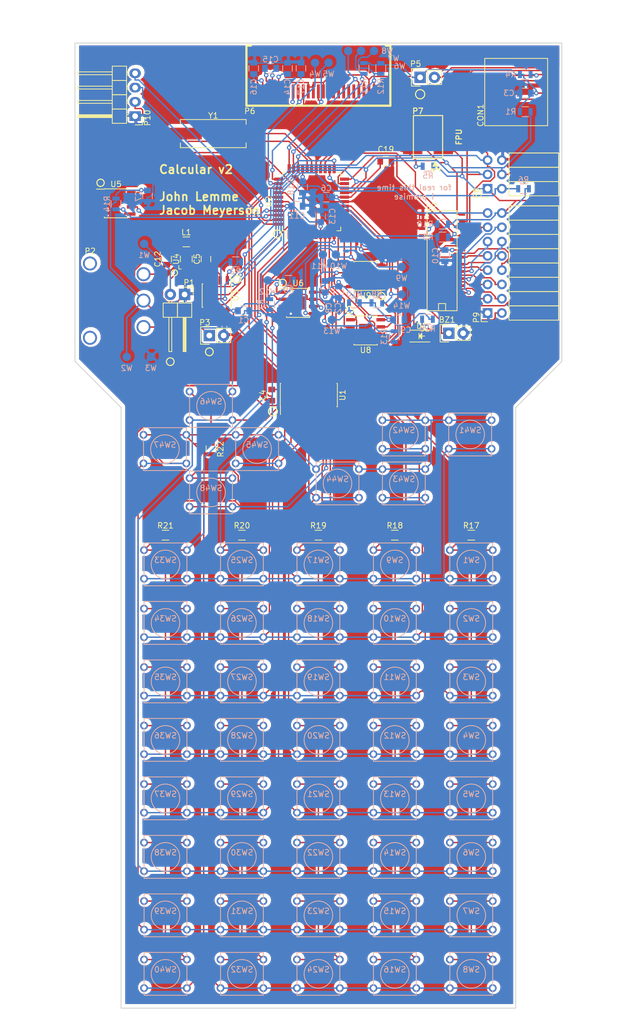
<source format=kicad_pcb>
(kicad_pcb (version 4) (host pcbnew 4.0.5)
  (layers (0 F.Cu signal) (31 B.Cu signal) (34 B.Paste user) (35 F.Paste user) (36 B.SilkS user) (37 F.SilkS user) (38 B.Mask user) (39 F.Mask user) (44 Edge.Cuts user))
  (net 0 "")
  (net 1 VCC)
  (net 2 GND)
  (net 3 /COMM_SCL)
  (net 4 /COMM_SDA)
  (net 5 "Net-(BZ1-Pad1)")
  (net 6 "Net-(C5-Pad1)")
  (net 7 "Net-(C12-Pad1)")
  (net 8 "Net-(C14-Pad2)")
  (net 9 "Net-(C15-Pad1)")
  (net 10 "Net-(C15-Pad2)")
  (net 11 "Net-(C16-Pad2)")
  (net 12 "Net-(C17-Pad1)")
  (net 13 "Net-(CON1-Pad8)")
  (net 14 /PBUS_MISO)
  (net 15 /PBUS_SCK)
  (net 16 /PBUS_MOSI)
  (net 17 /PBUS_CS3)
  (net 18 "Net-(D1-Pad1)")
  (net 19 "Net-(D1-Pad2)")
  (net 20 "Net-(L1-Pad2)")
  (net 21 "Net-(P2-Pad3)")
  (net 22 /DBUS_SCL)
  (net 23 /DBUS_SDA)
  (net 24 /DBUS_A0)
  (net 25 /DBUS_RST)
  (net 26 /DBUS_CS)
  (net 27 /DBUS_BCKL)
  (net 28 "Net-(P6-Pad20)")
  (net 29 "Net-(P6-Pad19)")
  (net 30 "Net-(P6-Pad18)")
  (net 31 "Net-(P6-Pad17)")
  (net 32 "Net-(P6-Pad16)")
  (net 33 "Net-(P6-Pad15)")
  (net 34 /PBUS_CS1)
  (net 35 /PBUS_CS2)
  (net 36 /ADC_CH1)
  (net 37 "Net-(P9-Pad14)")
  (net 38 "Net-(P9-Pad13)")
  (net 39 "Net-(P9-Pad12)")
  (net 40 "Net-(P9-Pad11)")
  (net 41 "Net-(P9-Pad10)")
  (net 42 "Net-(P9-Pad9)")
  (net 43 "Net-(P9-Pad8)")
  (net 44 "Net-(P9-Pad7)")
  (net 45 "Net-(P9-Pad6)")
  (net 46 "Net-(P9-Pad5)")
  (net 47 "Net-(P9-Pad4)")
  (net 48 "Net-(P9-Pad3)")
  (net 49 "Net-(P9-Pad2)")
  (net 50 /COMM_TX)
  (net 51 /COMM_RX)
  (net 52 /COMM_RST)
  (net 53 /PBUS_CS4)
  (net 54 /PBUS_CS0)
  (net 55 /MBUS_MISO)
  (net 56 /MBUS_CS2)
  (net 57 /MBUS_CS0)
  (net 58 /MBUS_CS1)
  (net 59 "Net-(R13-Pad1)")
  (net 60 "Net-(R16-Pad1)")
  (net 61 "Net-(SW1-Pad2)")
  (net 62 /KEYM_ROW5)
  (net 63 "Net-(SW10-Pad2)")
  (net 64 "Net-(SW11-Pad2)")
  (net 65 "Net-(SW12-Pad2)")
  (net 66 "Net-(SW13-Pad2)")
  (net 67 "Net-(SW14-Pad2)")
  (net 68 "Net-(SW15-Pad2)")
  (net 69 "Net-(SW16-Pad2)")
  (net 70 /KEYM_ROW4)
  (net 71 /KEYM_ROW3)
  (net 72 /KEYM_ROW2)
  (net 73 /KEYM_ROW1)
  (net 74 /KEYM_ROW0)
  (net 75 /KEYM_DAT)
  (net 76 "Net-(U1-Pad13)")
  (net 77 /KEYM_LAT)
  (net 78 /KEYM_CLK)
  (net 79 "Net-(U1-Pad10)")
  (net 80 "Net-(U1-Pad9)")
  (net 81 /MBUS_SCK)
  (net 82 /MBUS_MOSI)
  (net 83 "Net-(U7-Pad20)")
  (net 84 "Net-(U7-Pad19)")
  (net 85 "Net-(U8-Pad3)")
  (net 86 "Net-(U9-Pad3)")
  (net 87 "Net-(CON1-Pad10)")
  (net 88 "Net-(CON1-Pad11)")
  (net 89 "Net-(U2-Pad29)")
  (net 90 "Net-(U2-Pad28)")
  (module Capacitors_SMD:C_0805 (layer B.Cu) (at 50.7 65.8)
    (fp_text reference C1 (at 0 1.7) (layer B.SilkS) (effects (justify mirror)))
    (fp_text value .1uF)
    (pad 1 smd rect (at -1 0) (size 1 1.25) (layers B.Cu B.Paste B.Mask) (net 1 VCC))
    (pad 2 smd rect (at 1 0) (size 1 1.25) (layers B.Cu B.Paste B.Mask) (net 2 GND))
  )
  (module Capacitors_SMD:C_0805 (layer B.Cu) (at 67.6 62.5 270)
    (fp_text reference C2 (at 2.8 0.1 270) (layer B.SilkS) (effects (justify mirror)))
    (fp_text value .1uF)
    (pad 1 smd rect (at -1 0 270) (size 1 1.25) (layers B.Cu B.Paste B.Mask) (net 1 VCC))
    (pad 2 smd rect (at 1 0 270) (size 1 1.25) (layers B.Cu B.Paste B.Mask) (net 2 GND))
  )
  (module Capacitors_SMD:C_0805 (layer B.Cu) (at 100.8 27.1 180)
    (fp_text reference C3 (at 2.9 0 180) (layer B.SilkS) (effects (justify mirror)))
    (fp_text value .1uF)
    (pad 2 smd rect (at 1 0 180) (size 1 1.25) (layers B.Cu B.Paste B.Mask) (net 2 GND))
    (pad 1 smd rect (at -1 0 180) (size 1 1.25) (layers B.Cu B.Paste B.Mask) (net 1 VCC))
  )
  (module Capacitors_SMD:C_0805 (layer F.Cu) (at 55.7 80.8 270)
    (fp_text reference C4 (at 0 1.6 270) (layer F.SilkS))
    (fp_text value .1uF)
    (pad 2 smd rect (at 1 0 270) (size 1 1.25) (layers F.Cu F.Paste F.Mask) (net 2 GND))
    (pad 1 smd rect (at -1 0 270) (size 1 1.25) (layers F.Cu F.Paste F.Mask) (net 1 VCC))
  )
  (module Capacitors_SMD:C_0805 (layer F.Cu) (at 44 56.6 90)
    (fp_text reference C5 (at 0 -1.6 90) (layer F.SilkS))
    (fp_text value 1uF)
    (pad 1 smd rect (at -1 0 90) (size 1 1.25) (layers F.Cu F.Paste F.Mask) (net 6 "Net-(C5-Pad1)"))
    (pad 2 smd rect (at 1 0 90) (size 1 1.25) (layers F.Cu F.Paste F.Mask) (net 2 GND))
  )
  (module Capacitors_SMD:C_0805 (layer B.Cu) (at 65.4 45.6 180)
    (fp_text reference C6 (at 0 1.6 180) (layer B.SilkS) (effects (justify mirror)))
    (fp_text value .1uF)
    (pad 1 smd rect (at -1 0 180) (size 1 1.25) (layers B.Cu B.Paste B.Mask) (net 1 VCC))
    (pad 2 smd rect (at 1 0 180) (size 1 1.25) (layers B.Cu B.Paste B.Mask) (net 2 GND))
  )
  (module Capacitors_SMD:C_0805 (layer B.Cu) (at 33.6 45.4 270)
    (fp_text reference C7 (at 0 1.6 270) (layer B.SilkS) (effects (justify mirror)))
    (fp_text value .1uF)
    (pad 1 smd rect (at -1 0 270) (size 1 1.25) (layers B.Cu B.Paste B.Mask) (net 1 VCC))
    (pad 2 smd rect (at 1 0 270) (size 1 1.25) (layers B.Cu B.Paste B.Mask) (net 2 GND))
  )
  (module Capacitors_SMD:C_0805 (layer B.Cu) (at 65.2 61.5 90)
    (fp_text reference C8 (at -3.8 0.65 90) (layer B.SilkS) (effects (justify mirror)))
    (fp_text value .1uF)
    (pad 2 smd rect (at 1 0 90) (size 1 1.25) (layers B.Cu B.Paste B.Mask) (net 2 GND))
    (pad 1 smd rect (at -1 0 90) (size 1 1.25) (layers B.Cu B.Paste B.Mask) (net 1 VCC))
  )
  (module Capacitors_SMD:C_0805 (layer B.Cu) (at 78.3 67.4)
    (fp_text reference C9 (at 1.25 1.8) (layer B.SilkS) (effects (justify mirror)))
    (fp_text value .1uF)
    (pad 2 smd rect (at 1 0) (size 1 1.25) (layers B.Cu B.Paste B.Mask) (net 2 GND))
    (pad 1 smd rect (at -1 0) (size 1 1.25) (layers B.Cu B.Paste B.Mask) (net 1 VCC))
  )
  (module Capacitors_SMD:C_0805 (layer B.Cu) (at 86.5 56 270)
    (fp_text reference C10 (at 0 1.7 270) (layer B.SilkS) (effects (justify mirror)))
    (fp_text value .1uF)
    (pad 1 smd rect (at -1 0 270) (size 1 1.25) (layers B.Cu B.Paste B.Mask) (net 1 VCC))
    (pad 2 smd rect (at 1 0 270) (size 1 1.25) (layers B.Cu B.Paste B.Mask) (net 2 GND))
  )
  (module Capacitors_SMD:C_0805 (layer B.Cu) (at 60.2 47.2)
    (fp_text reference C11 (at 0 1.7) (layer B.SilkS) (effects (justify mirror)))
    (fp_text value .1uF)
    (pad 2 smd rect (at 1 0) (size 1 1.25) (layers B.Cu B.Paste B.Mask) (net 2 GND))
    (pad 1 smd rect (at -1 0) (size 1 1.25) (layers B.Cu B.Paste B.Mask) (net 1 VCC))
  )
  (module Capacitors_SMD:C_0805 (layer F.Cu) (at 37 56.6 90)
    (fp_text reference C12 (at 0 -1.6 90) (layer F.SilkS))
    (fp_text value 10uF)
    (pad 2 smd rect (at 1 0 90) (size 1 1.25) (layers F.Cu F.Paste F.Mask) (net 2 GND))
    (pad 1 smd rect (at -1 0 90) (size 1 1.25) (layers F.Cu F.Paste F.Mask) (net 7 "Net-(C12-Pad1)"))
  )
  (module Capacitors_SMD:C_0805 (layer B.Cu) (at 58.5 22.7 270)
    (fp_text reference C14 (at 3.3 0 270) (layer B.SilkS) (effects (justify mirror)))
    (fp_text value 1uF)
    (pad 2 smd rect (at 1 0 270) (size 1 1.25) (layers B.Cu B.Paste B.Mask) (net 8 "Net-(C14-Pad2)"))
    (pad 1 smd rect (at -1 0 270) (size 1 1.25) (layers B.Cu B.Paste B.Mask) (net 2 GND))
  )
  (module Capacitors_SMD:C_0805 (layer B.Cu) (at 55.5 22.7)
    (fp_text reference C15 (at 0 -1.6) (layer B.SilkS) (effects (justify mirror)))
    (fp_text value 1uF)
    (pad 1 smd rect (at -1 0) (size 1 1.25) (layers B.Cu B.Paste B.Mask) (net 9 "Net-(C15-Pad1)"))
    (pad 2 smd rect (at 1 0) (size 1 1.25) (layers B.Cu B.Paste B.Mask) (net 10 "Net-(C15-Pad2)"))
  )
  (module Capacitors_SMD:C_0805 (layer B.Cu) (at 52.5 22.7 270)
    (fp_text reference C16 (at 3.3 0 270) (layer B.SilkS) (effects (justify mirror)))
    (fp_text value 1uF)
    (pad 1 smd rect (at -1 0 270) (size 1 1.25) (layers B.Cu B.Paste B.Mask) (net 2 GND))
    (pad 2 smd rect (at 1 0 270) (size 1 1.25) (layers B.Cu B.Paste B.Mask) (net 11 "Net-(C16-Pad2)"))
  )
  (module Capacitors_SMD:C_0805 (layer B.Cu) (at 60.9 22.7 90)
    (fp_text reference C17 (at -3.3 0 90) (layer B.SilkS) (effects (justify mirror)))
    (fp_text value 1uF)
    (pad 2 smd rect (at 1 0 90) (size 1 1.25) (layers B.Cu B.Paste B.Mask) (net 2 GND))
    (pad 1 smd rect (at -1 0 90) (size 1 1.25) (layers B.Cu B.Paste B.Mask) (net 12 "Net-(C17-Pad1)"))
  )
  (module LEDs:LED_1206 (layer F.Cu) (at 82.4 70.3)
    (fp_text reference D1 (at 0 -1.8) (layer F.SilkS))
    (fp_text value SIGNAL)
    (pad 1 smd rect (at -1.41986 0 180) (size 1.59766 1.80086) (layers F.Cu F.Paste F.Mask) (net 18 "Net-(D1-Pad1)"))
    (pad 2 smd rect (at 1.41986 0 180) (size 1.59766 1.80086) (layers F.Cu F.Paste F.Mask) (net 19 "Net-(D1-Pad2)"))
  )
  (module Resistors_SMD:R_0805 (layer F.Cu) (at 40.5 53.55 180)
    (fp_text reference L1 (at 0 1.7 180) (layer F.SilkS))
    (fp_text value 10uH)
    (pad 1 smd rect (at -0.95 0 180) (size 0.7 1.3) (layers F.Cu F.Paste F.Mask) (net 6 "Net-(C5-Pad1)"))
    (pad 2 smd rect (at 0.95 0 180) (size 0.7 1.3) (layers F.Cu F.Paste F.Mask) (net 20 "Net-(L1-Pad2)"))
  )
  (module altera:ERC240160_FPC (layer F.Cu) (at 64 23.5 180)
    (fp_text reference P6 (at 12.2 -6.8 180) (layer F.SilkS))
    (fp_text value DISPLAY)
    (pad 25 smd rect (at -10.8 -3.3 180) (size 0.5 2.5) (layers F.Cu F.Paste F.Mask) (net 2 GND))
    (pad 24 smd rect (at -9.9 -3.3 180) (size 0.5 2.5) (layers F.Cu F.Paste F.Mask) (net 22 /DBUS_SCL))
    (pad 23 smd rect (at -9 -3.3 180) (size 0.5 2.5) (layers F.Cu F.Paste F.Mask) (net 1 VCC))
    (pad 22 smd rect (at -8.1 -3.3 180) (size 0.5 2.5) (layers F.Cu F.Paste F.Mask) (net 23 /DBUS_SDA))
    (pad 21 smd rect (at -7.2 -3.3 180) (size 0.5 2.5) (layers F.Cu F.Paste F.Mask) (net 24 /DBUS_A0))
    (pad 20 smd rect (at -6.3 -3.3 180) (size 0.5 2.5) (layers F.Cu F.Paste F.Mask) (net 28 "Net-(P6-Pad20)"))
    (pad 19 smd rect (at -5.4 -3.3 180) (size 0.5 2.5) (layers F.Cu F.Paste F.Mask) (net 29 "Net-(P6-Pad19)"))
    (pad 18 smd rect (at -4.5 -3.3 180) (size 0.5 2.5) (layers F.Cu F.Paste F.Mask) (net 30 "Net-(P6-Pad18)"))
    (pad 17 smd rect (at -3.6 -3.3 180) (size 0.5 2.5) (layers F.Cu F.Paste F.Mask) (net 31 "Net-(P6-Pad17)"))
    (pad 16 smd rect (at -2.7 -3.3 180) (size 0.5 2.5) (layers F.Cu F.Paste F.Mask) (net 32 "Net-(P6-Pad16)"))
    (pad 15 smd rect (at -1.8 -3.3 180) (size 0.5 2.5) (layers F.Cu F.Paste F.Mask) (net 33 "Net-(P6-Pad15)"))
    (pad 14 smd rect (at -0.9 -3.3 180) (size 0.5 2.5) (layers F.Cu F.Paste F.Mask) (net 1 VCC))
    (pad 13 smd rect (at 0 -3.3 180) (size 0.5 2.5) (layers F.Cu F.Paste F.Mask) (net 25 /DBUS_RST))
    (pad 12 smd rect (at 0.9 -3.3 180) (size 0.5 2.5) (layers F.Cu F.Paste F.Mask) (net 1 VCC))
    (pad 11 smd rect (at 1.8 -3.3 180) (size 0.5 2.5) (layers F.Cu F.Paste F.Mask) (net 1 VCC))
    (pad 10 smd rect (at 2.7 -3.3 180) (size 0.5 2.5) (layers F.Cu F.Paste F.Mask) (net 2 GND))
    (pad 9 smd rect (at 3.6 -3.3 180) (size 0.5 2.5) (layers F.Cu F.Paste F.Mask) (net 26 /DBUS_CS))
    (pad 8 smd rect (at 4.5 -3.3 180) (size 0.5 2.5) (layers F.Cu F.Paste F.Mask) (net 12 "Net-(C17-Pad1)"))
    (pad 7 smd rect (at 5.4 -3.3 180) (size 0.5 2.5) (layers F.Cu F.Paste F.Mask) (net 2 GND))
    (pad 6 smd rect (at 6.3 -3.3 180) (size 0.5 2.5) (layers F.Cu F.Paste F.Mask) (net 1 VCC))
    (pad 5 smd rect (at 7.2 -3.3 180) (size 0.5 2.5) (layers F.Cu F.Paste F.Mask) (net 8 "Net-(C14-Pad2)"))
    (pad 4 smd rect (at 8.1 -3.3 180) (size 0.5 2.5) (layers F.Cu F.Paste F.Mask) (net 10 "Net-(C15-Pad2)"))
    (pad 3 smd rect (at 9 -3.3 180) (size 0.5 2.5) (layers F.Cu F.Paste F.Mask) (net 9 "Net-(C15-Pad1)"))
    (pad 2 smd rect (at 9.9 -3.3 180) (size 0.5 2.5) (layers F.Cu F.Paste F.Mask) (net 11 "Net-(C16-Pad2)"))
    (pad 1 smd rect (at 10.8 -3.3 180) (size 0.5 2.5) (layers F.Cu F.Paste F.Mask) (net 2 GND))
  )
  (module Pin_Headers:Pin_Header_Angled_1x04 (layer F.Cu) (at 31.4 31.2 180)
    (fp_text reference P10 (at -2.2 -0.3 450) (layer F.SilkS))
    (fp_text value PROG)
    (pad 4 thru_hole oval (at 0 7.62 180) (size 2.032 1.7272) (drill 1.016) (layers *.Cu *.Mask) (net 50 /COMM_TX))
    (pad 3 thru_hole oval (at 0 5.08 180) (size 2.032 1.7272) (drill 1.016) (layers *.Cu *.Mask) (net 51 /COMM_RX))
    (pad 2 thru_hole oval (at 0 2.54 180) (size 2.032 1.7272) (drill 1.016) (layers *.Cu *.Mask) (net 52 /COMM_RST))
    (pad 1 thru_hole rect (at 0 0 180) (size 2.032 1.7272) (drill 1.016) (layers *.Cu *.Mask) (net 2 GND))
  )
  (module Resistors_SMD:R_0805 (layer B.Cu) (at 100.8 30.4 180)
    (fp_text reference R1 (at 2.6 0 180) (layer B.SilkS) (effects (justify mirror)))
    (fp_text value 10K)
    (pad 2 smd rect (at 0.95 0 180) (size 0.7 1.3) (layers B.Cu B.Paste B.Mask) (net 1 VCC))
    (pad 1 smd rect (at -0.95 0 180) (size 0.7 1.3) (layers B.Cu B.Paste B.Mask) (net 14 /PBUS_MISO))
  )
  (module Resistors_SMD:R_0805 (layer B.Cu) (at 49.3 57.1)
    (fp_text reference R2 (at 0 1.7) (layer B.SilkS) (effects (justify mirror)))
    (fp_text value 10K)
    (pad 2 smd rect (at 0.95 0) (size 0.7 1.3) (layers B.Cu B.Paste B.Mask) (net 53 /PBUS_CS4))
    (pad 1 smd rect (at -0.95 0) (size 0.7 1.3) (layers B.Cu B.Paste B.Mask) (net 1 VCC))
  )
  (module Resistors_SMD:R_0805 (layer B.Cu) (at 86.1 52.7 180)
    (fp_text reference R3 (at 2.6 0 180) (layer B.SilkS) (effects (justify mirror)))
    (fp_text value 10K)
    (pad 1 smd rect (at -0.95 0 180) (size 0.7 1.3) (layers B.Cu B.Paste B.Mask) (net 54 /PBUS_CS0))
    (pad 2 smd rect (at 0.95 0 180) (size 0.7 1.3) (layers B.Cu B.Paste B.Mask) (net 1 VCC))
  )
  (module Resistors_SMD:R_0805 (layer B.Cu) (at 100.8 23.8)
    (fp_text reference R4 (at -2.6 0) (layer B.SilkS) (effects (justify mirror)))
    (fp_text value 10K)
    (pad 1 smd rect (at -0.95 0) (size 0.7 1.3) (layers B.Cu B.Paste B.Mask) (net 1 VCC))
    (pad 2 smd rect (at 0.95 0) (size 0.7 1.3) (layers B.Cu B.Paste B.Mask) (net 17 /PBUS_CS3))
  )
  (module Resistors_SMD:R_0805 (layer B.Cu) (at 83.5 40.1)
    (fp_text reference R5 (at 0 1.7) (layer B.SilkS) (effects (justify mirror)))
    (fp_text value 10K)
    (pad 2 smd rect (at 0.95 0) (size 0.7 1.3) (layers B.Cu B.Paste B.Mask) (net 1 VCC))
    (pad 1 smd rect (at -0.95 0) (size 0.7 1.3) (layers B.Cu B.Paste B.Mask) (net 34 /PBUS_CS1))
  )
  (module Resistors_SMD:R_0805 (layer B.Cu) (at 100.5 44.1 180)
    (fp_text reference R6 (at 0 1.6 180) (layer B.SilkS) (effects (justify mirror)))
    (fp_text value 10K)
    (pad 2 smd rect (at 0.95 0 180) (size 0.7 1.3) (layers B.Cu B.Paste B.Mask) (net 35 /PBUS_CS2))
    (pad 1 smd rect (at -0.95 0 180) (size 0.7 1.3) (layers B.Cu B.Paste B.Mask) (net 1 VCC))
  )
  (module Resistors_SMD:R_0805 (layer B.Cu) (at 55.3 64.7 270)
    (fp_text reference R7 (at 0 1.6 270) (layer B.SilkS) (effects (justify mirror)))
    (fp_text value 10K)
    (pad 1 smd rect (at -0.95 0 270) (size 0.7 1.3) (layers B.Cu B.Paste B.Mask) (net 55 /MBUS_MISO))
    (pad 2 smd rect (at 0.95 0 270) (size 0.7 1.3) (layers B.Cu B.Paste B.Mask) (net 1 VCC))
  )
  (module Resistors_SMD:R_0805 (layer B.Cu) (at 74.4 64.4)
    (fp_text reference R8 (at 0 -1.6) (layer B.SilkS) (effects (justify mirror)))
    (fp_text value 10K)
    (pad 1 smd rect (at -0.95 0) (size 0.7 1.3) (layers B.Cu B.Paste B.Mask) (net 1 VCC))
    (pad 2 smd rect (at 0.95 0) (size 0.7 1.3) (layers B.Cu B.Paste B.Mask) (net 56 /MBUS_CS2))
  )
  (module Resistors_SMD:R_0805 (layer B.Cu) (at 58.7 60.4)
    (fp_text reference R9 (at 0 1.7) (layer B.SilkS) (effects (justify mirror)))
    (fp_text value 10K)
    (pad 2 smd rect (at 0.95 0) (size 0.7 1.3) (layers B.Cu B.Paste B.Mask) (net 1 VCC))
    (pad 1 smd rect (at -0.95 0) (size 0.7 1.3) (layers B.Cu B.Paste B.Mask) (net 57 /MBUS_CS0))
  )
  (module Resistors_SMD:R_0805 (layer B.Cu) (at 70.4 64.4 180)
    (fp_text reference R10 (at 0 1.6 180) (layer B.SilkS) (effects (justify mirror)))
    (fp_text value 10K)
    (pad 2 smd rect (at 0.95 0 180) (size 0.7 1.3) (layers B.Cu B.Paste B.Mask) (net 58 /MBUS_CS1))
    (pad 1 smd rect (at -0.95 0 180) (size 0.7 1.3) (layers B.Cu B.Paste B.Mask) (net 1 VCC))
  )
  (module Resistors_SMD:R_0805 (layer B.Cu) (at 72.1 22.7 90)
    (fp_text reference R11 (at -3.2 0 90) (layer B.SilkS) (effects (justify mirror)))
    (fp_text value 4.7K)
    (pad 1 smd rect (at -0.95 0 90) (size 0.7 1.3) (layers B.Cu B.Paste B.Mask) (net 23 /DBUS_SDA))
    (pad 2 smd rect (at 0.95 0 90) (size 0.7 1.3) (layers B.Cu B.Paste B.Mask) (net 1 VCC))
  )
  (module Resistors_SMD:R_0805 (layer B.Cu) (at 75.1 22.7 90)
    (fp_text reference R12 (at -3.2 0 90) (layer B.SilkS) (effects (justify mirror)))
    (fp_text value 4.7K)
    (pad 2 smd rect (at 0.95 0 90) (size 0.7 1.3) (layers B.Cu B.Paste B.Mask) (net 1 VCC))
    (pad 1 smd rect (at -0.95 0 90) (size 0.7 1.3) (layers B.Cu B.Paste B.Mask) (net 22 /DBUS_SCL))
  )
  (module Resistors_SMD:R_0805 (layer B.Cu) (at 77.5 70.4 270)
    (fp_text reference R13 (at 0 1.8 270) (layer B.SilkS) (effects (justify mirror)))
    (fp_text value 10K)
    (pad 1 smd rect (at -0.95 0 270) (size 0.7 1.3) (layers B.Cu B.Paste B.Mask) (net 59 "Net-(R13-Pad1)"))
    (pad 2 smd rect (at 0.95 0 270) (size 0.7 1.3) (layers B.Cu B.Paste B.Mask) (net 1 VCC))
  )
  (module Resistors_SMD:R_0805 (layer B.Cu) (at 28 46.8 270)
    (fp_text reference R14 (at 0 1.6 270) (layer B.SilkS) (effects (justify mirror)))
    (fp_text value 10K)
    (pad 2 smd rect (at 0.95 0 270) (size 0.7 1.3) (layers B.Cu B.Paste B.Mask) (net 4 /COMM_SDA))
    (pad 1 smd rect (at -0.95 0 270) (size 0.7 1.3) (layers B.Cu B.Paste B.Mask) (net 1 VCC))
  )
  (module Resistors_SMD:R_0805 (layer B.Cu) (at 83.4 67.3)
    (fp_text reference R15 (at 0 1.7) (layer B.SilkS) (effects (justify mirror)))
    (fp_text value 330)
    (pad 1 smd rect (at -0.95 0) (size 0.7 1.3) (layers B.Cu B.Paste B.Mask) (net 19 "Net-(D1-Pad2)"))
    (pad 2 smd rect (at 0.95 0) (size 0.7 1.3) (layers B.Cu B.Paste B.Mask) (net 1 VCC))
  )
  (module Resistors_SMD:R_0805 (layer B.Cu) (at 86.1 50.4)
    (fp_text reference R16 (at -3.1 0) (layer B.SilkS) (effects (justify mirror)))
    (fp_text value 10K)
    (pad 2 smd rect (at 0.95 0) (size 0.7 1.3) (layers B.Cu B.Paste B.Mask) (net 1 VCC))
    (pad 1 smd rect (at -0.95 0) (size 0.7 1.3) (layers B.Cu B.Paste B.Mask) (net 60 "Net-(R16-Pad1)"))
  )
  (module Buttons_Switches_ThroughHole:SW_PUSH_SMALL (layer B.Cu) (at 91.2 110.9 180)
    (fp_text reference SW1 (at 0 0.762 180) (layer B.SilkS) (effects (justify mirror)))
    (fp_text value KEY)
    (pad 2 thru_hole circle (at -3.81 -2.54 180) (size 1.397 1.397) (drill 0.8128) (layers *.Cu *.Mask) (net 61 "Net-(SW1-Pad2)"))
    (pad 1 thru_hole circle (at -3.81 2.54 180) (size 1.397 1.397) (drill 0.8128) (layers *.Cu *.Mask) (net 62 /KEYM_ROW5))
    (pad 2 thru_hole circle (at 3.81 -2.54 180) (size 1.397 1.397) (drill 0.8128) (layers *.Cu *.Mask) (net 61 "Net-(SW1-Pad2)"))
    (pad 1 thru_hole circle (at 3.81 2.54 180) (size 1.397 1.397) (drill 0.8128) (layers *.Cu *.Mask) (net 62 /KEYM_ROW5))
  )
  (module Buttons_Switches_ThroughHole:SW_PUSH_SMALL (layer B.Cu) (at 91.2 121.3 180)
    (fp_text reference SW2 (at 0 0.762 180) (layer B.SilkS) (effects (justify mirror)))
    (fp_text value KEY)
    (pad 2 thru_hole circle (at -3.81 -2.54 180) (size 1.397 1.397) (drill 0.8128) (layers *.Cu *.Mask) (net 63 "Net-(SW10-Pad2)"))
    (pad 1 thru_hole circle (at -3.81 2.54 180) (size 1.397 1.397) (drill 0.8128) (layers *.Cu *.Mask) (net 62 /KEYM_ROW5))
    (pad 2 thru_hole circle (at 3.81 -2.54 180) (size 1.397 1.397) (drill 0.8128) (layers *.Cu *.Mask) (net 63 "Net-(SW10-Pad2)"))
    (pad 1 thru_hole circle (at 3.81 2.54 180) (size 1.397 1.397) (drill 0.8128) (layers *.Cu *.Mask) (net 62 /KEYM_ROW5))
  )
  (module Buttons_Switches_ThroughHole:SW_PUSH_SMALL (layer B.Cu) (at 91.2 131.7 180)
    (fp_text reference SW3 (at 0 0.762 180) (layer B.SilkS) (effects (justify mirror)))
    (fp_text value KEY)
    (pad 1 thru_hole circle (at 3.81 2.54 180) (size 1.397 1.397) (drill 0.8128) (layers *.Cu *.Mask) (net 62 /KEYM_ROW5))
    (pad 2 thru_hole circle (at 3.81 -2.54 180) (size 1.397 1.397) (drill 0.8128) (layers *.Cu *.Mask) (net 64 "Net-(SW11-Pad2)"))
    (pad 1 thru_hole circle (at -3.81 2.54 180) (size 1.397 1.397) (drill 0.8128) (layers *.Cu *.Mask) (net 62 /KEYM_ROW5))
    (pad 2 thru_hole circle (at -3.81 -2.54 180) (size 1.397 1.397) (drill 0.8128) (layers *.Cu *.Mask) (net 64 "Net-(SW11-Pad2)"))
  )
  (module Buttons_Switches_ThroughHole:SW_PUSH_SMALL (layer B.Cu) (at 91.2 142.1 180)
    (fp_text reference SW4 (at 0 0.762 180) (layer B.SilkS) (effects (justify mirror)))
    (fp_text value KEY)
    (pad 1 thru_hole circle (at 3.81 2.54 180) (size 1.397 1.397) (drill 0.8128) (layers *.Cu *.Mask) (net 62 /KEYM_ROW5))
    (pad 2 thru_hole circle (at 3.81 -2.54 180) (size 1.397 1.397) (drill 0.8128) (layers *.Cu *.Mask) (net 65 "Net-(SW12-Pad2)"))
    (pad 1 thru_hole circle (at -3.81 2.54 180) (size 1.397 1.397) (drill 0.8128) (layers *.Cu *.Mask) (net 62 /KEYM_ROW5))
    (pad 2 thru_hole circle (at -3.81 -2.54 180) (size 1.397 1.397) (drill 0.8128) (layers *.Cu *.Mask) (net 65 "Net-(SW12-Pad2)"))
  )
  (module Buttons_Switches_ThroughHole:SW_PUSH_SMALL (layer B.Cu) (at 91.2 152.5 180)
    (fp_text reference SW5 (at 0 0.762 180) (layer B.SilkS) (effects (justify mirror)))
    (fp_text value KEY)
    (pad 1 thru_hole circle (at 3.81 2.54 180) (size 1.397 1.397) (drill 0.8128) (layers *.Cu *.Mask) (net 62 /KEYM_ROW5))
    (pad 2 thru_hole circle (at 3.81 -2.54 180) (size 1.397 1.397) (drill 0.8128) (layers *.Cu *.Mask) (net 66 "Net-(SW13-Pad2)"))
    (pad 1 thru_hole circle (at -3.81 2.54 180) (size 1.397 1.397) (drill 0.8128) (layers *.Cu *.Mask) (net 62 /KEYM_ROW5))
    (pad 2 thru_hole circle (at -3.81 -2.54 180) (size 1.397 1.397) (drill 0.8128) (layers *.Cu *.Mask) (net 66 "Net-(SW13-Pad2)"))
  )
  (module Buttons_Switches_ThroughHole:SW_PUSH_SMALL (layer B.Cu) (at 91.2 162.9 180)
    (fp_text reference SW6 (at 0 0.762 180) (layer B.SilkS) (effects (justify mirror)))
    (fp_text value KEY)
    (pad 1 thru_hole circle (at 3.81 2.54 180) (size 1.397 1.397) (drill 0.8128) (layers *.Cu *.Mask) (net 62 /KEYM_ROW5))
    (pad 2 thru_hole circle (at 3.81 -2.54 180) (size 1.397 1.397) (drill 0.8128) (layers *.Cu *.Mask) (net 67 "Net-(SW14-Pad2)"))
    (pad 1 thru_hole circle (at -3.81 2.54 180) (size 1.397 1.397) (drill 0.8128) (layers *.Cu *.Mask) (net 62 /KEYM_ROW5))
    (pad 2 thru_hole circle (at -3.81 -2.54 180) (size 1.397 1.397) (drill 0.8128) (layers *.Cu *.Mask) (net 67 "Net-(SW14-Pad2)"))
  )
  (module Buttons_Switches_ThroughHole:SW_PUSH_SMALL (layer B.Cu) (at 91.2 173.3 180)
    (fp_text reference SW7 (at 0 0.762 180) (layer B.SilkS) (effects (justify mirror)))
    (fp_text value KEY)
    (pad 1 thru_hole circle (at 3.81 2.54 180) (size 1.397 1.397) (drill 0.8128) (layers *.Cu *.Mask) (net 62 /KEYM_ROW5))
    (pad 2 thru_hole circle (at 3.81 -2.54 180) (size 1.397 1.397) (drill 0.8128) (layers *.Cu *.Mask) (net 68 "Net-(SW15-Pad2)"))
    (pad 1 thru_hole circle (at -3.81 2.54 180) (size 1.397 1.397) (drill 0.8128) (layers *.Cu *.Mask) (net 62 /KEYM_ROW5))
    (pad 2 thru_hole circle (at -3.81 -2.54 180) (size 1.397 1.397) (drill 0.8128) (layers *.Cu *.Mask) (net 68 "Net-(SW15-Pad2)"))
  )
  (module Buttons_Switches_ThroughHole:SW_PUSH_SMALL (layer B.Cu) (at 91.2 183.7 180)
    (fp_text reference SW8 (at 0 0.762 180) (layer B.SilkS) (effects (justify mirror)))
    (fp_text value KEY)
    (pad 2 thru_hole circle (at -3.81 -2.54 180) (size 1.397 1.397) (drill 0.8128) (layers *.Cu *.Mask) (net 69 "Net-(SW16-Pad2)"))
    (pad 1 thru_hole circle (at -3.81 2.54 180) (size 1.397 1.397) (drill 0.8128) (layers *.Cu *.Mask) (net 62 /KEYM_ROW5))
    (pad 2 thru_hole circle (at 3.81 -2.54 180) (size 1.397 1.397) (drill 0.8128) (layers *.Cu *.Mask) (net 69 "Net-(SW16-Pad2)"))
    (pad 1 thru_hole circle (at 3.81 2.54 180) (size 1.397 1.397) (drill 0.8128) (layers *.Cu *.Mask) (net 62 /KEYM_ROW5))
  )
  (module Buttons_Switches_ThroughHole:SW_PUSH_SMALL (layer B.Cu) (at 77.6 110.9 180)
    (fp_text reference SW9 (at 0 0.762 180) (layer B.SilkS) (effects (justify mirror)))
    (fp_text value KEY)
    (pad 1 thru_hole circle (at 3.81 2.54 180) (size 1.397 1.397) (drill 0.8128) (layers *.Cu *.Mask) (net 70 /KEYM_ROW4))
    (pad 2 thru_hole circle (at 3.81 -2.54 180) (size 1.397 1.397) (drill 0.8128) (layers *.Cu *.Mask) (net 61 "Net-(SW1-Pad2)"))
    (pad 1 thru_hole circle (at -3.81 2.54 180) (size 1.397 1.397) (drill 0.8128) (layers *.Cu *.Mask) (net 70 /KEYM_ROW4))
    (pad 2 thru_hole circle (at -3.81 -2.54 180) (size 1.397 1.397) (drill 0.8128) (layers *.Cu *.Mask) (net 61 "Net-(SW1-Pad2)"))
  )
  (module Buttons_Switches_ThroughHole:SW_PUSH_SMALL (layer B.Cu) (at 77.6 121.3 180)
    (fp_text reference SW10 (at 0 0.762 180) (layer B.SilkS) (effects (justify mirror)))
    (fp_text value KEY)
    (pad 2 thru_hole circle (at -3.81 -2.54 180) (size 1.397 1.397) (drill 0.8128) (layers *.Cu *.Mask) (net 63 "Net-(SW10-Pad2)"))
    (pad 1 thru_hole circle (at -3.81 2.54 180) (size 1.397 1.397) (drill 0.8128) (layers *.Cu *.Mask) (net 70 /KEYM_ROW4))
    (pad 2 thru_hole circle (at 3.81 -2.54 180) (size 1.397 1.397) (drill 0.8128) (layers *.Cu *.Mask) (net 63 "Net-(SW10-Pad2)"))
    (pad 1 thru_hole circle (at 3.81 2.54 180) (size 1.397 1.397) (drill 0.8128) (layers *.Cu *.Mask) (net 70 /KEYM_ROW4))
  )
  (module Buttons_Switches_ThroughHole:SW_PUSH_SMALL (layer B.Cu) (at 77.6 131.7 180)
    (fp_text reference SW11 (at 0 0.762 180) (layer B.SilkS) (effects (justify mirror)))
    (fp_text value KEY)
    (pad 2 thru_hole circle (at -3.81 -2.54 180) (size 1.397 1.397) (drill 0.8128) (layers *.Cu *.Mask) (net 64 "Net-(SW11-Pad2)"))
    (pad 1 thru_hole circle (at -3.81 2.54 180) (size 1.397 1.397) (drill 0.8128) (layers *.Cu *.Mask) (net 70 /KEYM_ROW4))
    (pad 2 thru_hole circle (at 3.81 -2.54 180) (size 1.397 1.397) (drill 0.8128) (layers *.Cu *.Mask) (net 64 "Net-(SW11-Pad2)"))
    (pad 1 thru_hole circle (at 3.81 2.54 180) (size 1.397 1.397) (drill 0.8128) (layers *.Cu *.Mask) (net 70 /KEYM_ROW4))
  )
  (module Buttons_Switches_ThroughHole:SW_PUSH_SMALL (layer B.Cu) (at 77.6 142.1 180)
    (fp_text reference SW12 (at 0 0.762 180) (layer B.SilkS) (effects (justify mirror)))
    (fp_text value KEY)
    (pad 2 thru_hole circle (at -3.81 -2.54 180) (size 1.397 1.397) (drill 0.8128) (layers *.Cu *.Mask) (net 65 "Net-(SW12-Pad2)"))
    (pad 1 thru_hole circle (at -3.81 2.54 180) (size 1.397 1.397) (drill 0.8128) (layers *.Cu *.Mask) (net 70 /KEYM_ROW4))
    (pad 2 thru_hole circle (at 3.81 -2.54 180) (size 1.397 1.397) (drill 0.8128) (layers *.Cu *.Mask) (net 65 "Net-(SW12-Pad2)"))
    (pad 1 thru_hole circle (at 3.81 2.54 180) (size 1.397 1.397) (drill 0.8128) (layers *.Cu *.Mask) (net 70 /KEYM_ROW4))
  )
  (module Buttons_Switches_ThroughHole:SW_PUSH_SMALL (layer B.Cu) (at 77.6 152.5 180)
    (fp_text reference SW13 (at 0 0.762 180) (layer B.SilkS) (effects (justify mirror)))
    (fp_text value KEY)
    (pad 1 thru_hole circle (at 3.81 2.54 180) (size 1.397 1.397) (drill 0.8128) (layers *.Cu *.Mask) (net 70 /KEYM_ROW4))
    (pad 2 thru_hole circle (at 3.81 -2.54 180) (size 1.397 1.397) (drill 0.8128) (layers *.Cu *.Mask) (net 66 "Net-(SW13-Pad2)"))
    (pad 1 thru_hole circle (at -3.81 2.54 180) (size 1.397 1.397) (drill 0.8128) (layers *.Cu *.Mask) (net 70 /KEYM_ROW4))
    (pad 2 thru_hole circle (at -3.81 -2.54 180) (size 1.397 1.397) (drill 0.8128) (layers *.Cu *.Mask) (net 66 "Net-(SW13-Pad2)"))
  )
  (module Buttons_Switches_ThroughHole:SW_PUSH_SMALL (layer B.Cu) (at 77.6 162.9 180)
    (fp_text reference SW14 (at 0 0.762 180) (layer B.SilkS) (effects (justify mirror)))
    (fp_text value KEY)
    (pad 2 thru_hole circle (at -3.81 -2.54 180) (size 1.397 1.397) (drill 0.8128) (layers *.Cu *.Mask) (net 67 "Net-(SW14-Pad2)"))
    (pad 1 thru_hole circle (at -3.81 2.54 180) (size 1.397 1.397) (drill 0.8128) (layers *.Cu *.Mask) (net 70 /KEYM_ROW4))
    (pad 2 thru_hole circle (at 3.81 -2.54 180) (size 1.397 1.397) (drill 0.8128) (layers *.Cu *.Mask) (net 67 "Net-(SW14-Pad2)"))
    (pad 1 thru_hole circle (at 3.81 2.54 180) (size 1.397 1.397) (drill 0.8128) (layers *.Cu *.Mask) (net 70 /KEYM_ROW4))
  )
  (module Buttons_Switches_ThroughHole:SW_PUSH_SMALL (layer B.Cu) (at 77.6 173.3 180)
    (fp_text reference SW15 (at 0 0.762 180) (layer B.SilkS) (effects (justify mirror)))
    (fp_text value KEY)
    (pad 2 thru_hole circle (at -3.81 -2.54 180) (size 1.397 1.397) (drill 0.8128) (layers *.Cu *.Mask) (net 68 "Net-(SW15-Pad2)"))
    (pad 1 thru_hole circle (at -3.81 2.54 180) (size 1.397 1.397) (drill 0.8128) (layers *.Cu *.Mask) (net 70 /KEYM_ROW4))
    (pad 2 thru_hole circle (at 3.81 -2.54 180) (size 1.397 1.397) (drill 0.8128) (layers *.Cu *.Mask) (net 68 "Net-(SW15-Pad2)"))
    (pad 1 thru_hole circle (at 3.81 2.54 180) (size 1.397 1.397) (drill 0.8128) (layers *.Cu *.Mask) (net 70 /KEYM_ROW4))
  )
  (module Buttons_Switches_ThroughHole:SW_PUSH_SMALL (layer B.Cu) (at 77.6 183.7 180)
    (fp_text reference SW16 (at 0 0.762 180) (layer B.SilkS) (effects (justify mirror)))
    (fp_text value KEY)
    (pad 1 thru_hole circle (at 3.81 2.54 180) (size 1.397 1.397) (drill 0.8128) (layers *.Cu *.Mask) (net 70 /KEYM_ROW4))
    (pad 2 thru_hole circle (at 3.81 -2.54 180) (size 1.397 1.397) (drill 0.8128) (layers *.Cu *.Mask) (net 69 "Net-(SW16-Pad2)"))
    (pad 1 thru_hole circle (at -3.81 2.54 180) (size 1.397 1.397) (drill 0.8128) (layers *.Cu *.Mask) (net 70 /KEYM_ROW4))
    (pad 2 thru_hole circle (at -3.81 -2.54 180) (size 1.397 1.397) (drill 0.8128) (layers *.Cu *.Mask) (net 69 "Net-(SW16-Pad2)"))
  )
  (module Buttons_Switches_ThroughHole:SW_PUSH_SMALL (layer B.Cu) (at 64 110.9 180)
    (fp_text reference SW17 (at 0 0.762 180) (layer B.SilkS) (effects (justify mirror)))
    (fp_text value KEY)
    (pad 2 thru_hole circle (at -3.81 -2.54 180) (size 1.397 1.397) (drill 0.8128) (layers *.Cu *.Mask) (net 61 "Net-(SW1-Pad2)"))
    (pad 1 thru_hole circle (at -3.81 2.54 180) (size 1.397 1.397) (drill 0.8128) (layers *.Cu *.Mask) (net 71 /KEYM_ROW3))
    (pad 2 thru_hole circle (at 3.81 -2.54 180) (size 1.397 1.397) (drill 0.8128) (layers *.Cu *.Mask) (net 61 "Net-(SW1-Pad2)"))
    (pad 1 thru_hole circle (at 3.81 2.54 180) (size 1.397 1.397) (drill 0.8128) (layers *.Cu *.Mask) (net 71 /KEYM_ROW3))
  )
  (module Buttons_Switches_ThroughHole:SW_PUSH_SMALL (layer B.Cu) (at 64 121.3 180)
    (fp_text reference SW18 (at 0 0.762 180) (layer B.SilkS) (effects (justify mirror)))
    (fp_text value KEY)
    (pad 1 thru_hole circle (at 3.81 2.54 180) (size 1.397 1.397) (drill 0.8128) (layers *.Cu *.Mask) (net 71 /KEYM_ROW3))
    (pad 2 thru_hole circle (at 3.81 -2.54 180) (size 1.397 1.397) (drill 0.8128) (layers *.Cu *.Mask) (net 63 "Net-(SW10-Pad2)"))
    (pad 1 thru_hole circle (at -3.81 2.54 180) (size 1.397 1.397) (drill 0.8128) (layers *.Cu *.Mask) (net 71 /KEYM_ROW3))
    (pad 2 thru_hole circle (at -3.81 -2.54 180) (size 1.397 1.397) (drill 0.8128) (layers *.Cu *.Mask) (net 63 "Net-(SW10-Pad2)"))
  )
  (module Buttons_Switches_ThroughHole:SW_PUSH_SMALL (layer B.Cu) (at 64 131.7 180)
    (fp_text reference SW19 (at 0 0.762 180) (layer B.SilkS) (effects (justify mirror)))
    (fp_text value KEY)
    (pad 1 thru_hole circle (at 3.81 2.54 180) (size 1.397 1.397) (drill 0.8128) (layers *.Cu *.Mask) (net 71 /KEYM_ROW3))
    (pad 2 thru_hole circle (at 3.81 -2.54 180) (size 1.397 1.397) (drill 0.8128) (layers *.Cu *.Mask) (net 64 "Net-(SW11-Pad2)"))
    (pad 1 thru_hole circle (at -3.81 2.54 180) (size 1.397 1.397) (drill 0.8128) (layers *.Cu *.Mask) (net 71 /KEYM_ROW3))
    (pad 2 thru_hole circle (at -3.81 -2.54 180) (size 1.397 1.397) (drill 0.8128) (layers *.Cu *.Mask) (net 64 "Net-(SW11-Pad2)"))
  )
  (module Buttons_Switches_ThroughHole:SW_PUSH_SMALL (layer B.Cu) (at 64 142.1 180)
    (fp_text reference SW20 (at 0 0.762 180) (layer B.SilkS) (effects (justify mirror)))
    (fp_text value KEY)
    (pad 1 thru_hole circle (at 3.81 2.54 180) (size 1.397 1.397) (drill 0.8128) (layers *.Cu *.Mask) (net 71 /KEYM_ROW3))
    (pad 2 thru_hole circle (at 3.81 -2.54 180) (size 1.397 1.397) (drill 0.8128) (layers *.Cu *.Mask) (net 65 "Net-(SW12-Pad2)"))
    (pad 1 thru_hole circle (at -3.81 2.54 180) (size 1.397 1.397) (drill 0.8128) (layers *.Cu *.Mask) (net 71 /KEYM_ROW3))
    (pad 2 thru_hole circle (at -3.81 -2.54 180) (size 1.397 1.397) (drill 0.8128) (layers *.Cu *.Mask) (net 65 "Net-(SW12-Pad2)"))
  )
  (module Buttons_Switches_ThroughHole:SW_PUSH_SMALL (layer B.Cu) (at 64 152.5 180)
    (fp_text reference SW21 (at 0 0.762 180) (layer B.SilkS) (effects (justify mirror)))
    (fp_text value KEY)
    (pad 1 thru_hole circle (at 3.81 2.54 180) (size 1.397 1.397) (drill 0.8128) (layers *.Cu *.Mask) (net 71 /KEYM_ROW3))
    (pad 2 thru_hole circle (at 3.81 -2.54 180) (size 1.397 1.397) (drill 0.8128) (layers *.Cu *.Mask) (net 66 "Net-(SW13-Pad2)"))
    (pad 1 thru_hole circle (at -3.81 2.54 180) (size 1.397 1.397) (drill 0.8128) (layers *.Cu *.Mask) (net 71 /KEYM_ROW3))
    (pad 2 thru_hole circle (at -3.81 -2.54 180) (size 1.397 1.397) (drill 0.8128) (layers *.Cu *.Mask) (net 66 "Net-(SW13-Pad2)"))
  )
  (module Buttons_Switches_ThroughHole:SW_PUSH_SMALL (layer B.Cu) (at 64 162.9 180)
    (fp_text reference SW22 (at 0 0.762 180) (layer B.SilkS) (effects (justify mirror)))
    (fp_text value KEY)
    (pad 1 thru_hole circle (at 3.81 2.54 180) (size 1.397 1.397) (drill 0.8128) (layers *.Cu *.Mask) (net 71 /KEYM_ROW3))
    (pad 2 thru_hole circle (at 3.81 -2.54 180) (size 1.397 1.397) (drill 0.8128) (layers *.Cu *.Mask) (net 67 "Net-(SW14-Pad2)"))
    (pad 1 thru_hole circle (at -3.81 2.54 180) (size 1.397 1.397) (drill 0.8128) (layers *.Cu *.Mask) (net 71 /KEYM_ROW3))
    (pad 2 thru_hole circle (at -3.81 -2.54 180) (size 1.397 1.397) (drill 0.8128) (layers *.Cu *.Mask) (net 67 "Net-(SW14-Pad2)"))
  )
  (module Buttons_Switches_ThroughHole:SW_PUSH_SMALL (layer B.Cu) (at 64 173.3 180)
    (fp_text reference SW23 (at 0 0.762 180) (layer B.SilkS) (effects (justify mirror)))
    (fp_text value KEY)
    (pad 1 thru_hole circle (at 3.81 2.54 180) (size 1.397 1.397) (drill 0.8128) (layers *.Cu *.Mask) (net 71 /KEYM_ROW3))
    (pad 2 thru_hole circle (at 3.81 -2.54 180) (size 1.397 1.397) (drill 0.8128) (layers *.Cu *.Mask) (net 68 "Net-(SW15-Pad2)"))
    (pad 1 thru_hole circle (at -3.81 2.54 180) (size 1.397 1.397) (drill 0.8128) (layers *.Cu *.Mask) (net 71 /KEYM_ROW3))
    (pad 2 thru_hole circle (at -3.81 -2.54 180) (size 1.397 1.397) (drill 0.8128) (layers *.Cu *.Mask) (net 68 "Net-(SW15-Pad2)"))
  )
  (module Buttons_Switches_ThroughHole:SW_PUSH_SMALL (layer B.Cu) (at 64 183.7 180)
    (fp_text reference SW24 (at 0 0.762 180) (layer B.SilkS) (effects (justify mirror)))
    (fp_text value KEY)
    (pad 2 thru_hole circle (at -3.81 -2.54 180) (size 1.397 1.397) (drill 0.8128) (layers *.Cu *.Mask) (net 69 "Net-(SW16-Pad2)"))
    (pad 1 thru_hole circle (at -3.81 2.54 180) (size 1.397 1.397) (drill 0.8128) (layers *.Cu *.Mask) (net 71 /KEYM_ROW3))
    (pad 2 thru_hole circle (at 3.81 -2.54 180) (size 1.397 1.397) (drill 0.8128) (layers *.Cu *.Mask) (net 69 "Net-(SW16-Pad2)"))
    (pad 1 thru_hole circle (at 3.81 2.54 180) (size 1.397 1.397) (drill 0.8128) (layers *.Cu *.Mask) (net 71 /KEYM_ROW3))
  )
  (module Buttons_Switches_ThroughHole:SW_PUSH_SMALL (layer B.Cu) (at 50.4 110.9 180)
    (fp_text reference SW25 (at 0 0.762 180) (layer B.SilkS) (effects (justify mirror)))
    (fp_text value KEY)
    (pad 1 thru_hole circle (at 3.81 2.54 180) (size 1.397 1.397) (drill 0.8128) (layers *.Cu *.Mask) (net 72 /KEYM_ROW2))
    (pad 2 thru_hole circle (at 3.81 -2.54 180) (size 1.397 1.397) (drill 0.8128) (layers *.Cu *.Mask) (net 61 "Net-(SW1-Pad2)"))
    (pad 1 thru_hole circle (at -3.81 2.54 180) (size 1.397 1.397) (drill 0.8128) (layers *.Cu *.Mask) (net 72 /KEYM_ROW2))
    (pad 2 thru_hole circle (at -3.81 -2.54 180) (size 1.397 1.397) (drill 0.8128) (layers *.Cu *.Mask) (net 61 "Net-(SW1-Pad2)"))
  )
  (module Buttons_Switches_ThroughHole:SW_PUSH_SMALL (layer B.Cu) (at 50.4 121.3 180)
    (fp_text reference SW26 (at 0 0.762 180) (layer B.SilkS) (effects (justify mirror)))
    (fp_text value KEY)
    (pad 1 thru_hole circle (at 3.81 2.54 180) (size 1.397 1.397) (drill 0.8128) (layers *.Cu *.Mask) (net 72 /KEYM_ROW2))
    (pad 2 thru_hole circle (at 3.81 -2.54 180) (size 1.397 1.397) (drill 0.8128) (layers *.Cu *.Mask) (net 63 "Net-(SW10-Pad2)"))
    (pad 1 thru_hole circle (at -3.81 2.54 180) (size 1.397 1.397) (drill 0.8128) (layers *.Cu *.Mask) (net 72 /KEYM_ROW2))
    (pad 2 thru_hole circle (at -3.81 -2.54 180) (size 1.397 1.397) (drill 0.8128) (layers *.Cu *.Mask) (net 63 "Net-(SW10-Pad2)"))
  )
  (module Buttons_Switches_ThroughHole:SW_PUSH_SMALL (layer B.Cu) (at 50.4 131.7 180)
    (fp_text reference SW27 (at 0 0.762 180) (layer B.SilkS) (effects (justify mirror)))
    (fp_text value KEY)
    (pad 2 thru_hole circle (at -3.81 -2.54 180) (size 1.397 1.397) (drill 0.8128) (layers *.Cu *.Mask) (net 64 "Net-(SW11-Pad2)"))
    (pad 1 thru_hole circle (at -3.81 2.54 180) (size 1.397 1.397) (drill 0.8128) (layers *.Cu *.Mask) (net 72 /KEYM_ROW2))
    (pad 2 thru_hole circle (at 3.81 -2.54 180) (size 1.397 1.397) (drill 0.8128) (layers *.Cu *.Mask) (net 64 "Net-(SW11-Pad2)"))
    (pad 1 thru_hole circle (at 3.81 2.54 180) (size 1.397 1.397) (drill 0.8128) (layers *.Cu *.Mask) (net 72 /KEYM_ROW2))
  )
  (module Buttons_Switches_ThroughHole:SW_PUSH_SMALL (layer B.Cu) (at 50.4 142.1 180)
    (fp_text reference SW28 (at 0 0.762 180) (layer B.SilkS) (effects (justify mirror)))
    (fp_text value KEY)
    (pad 2 thru_hole circle (at -3.81 -2.54 180) (size 1.397 1.397) (drill 0.8128) (layers *.Cu *.Mask) (net 65 "Net-(SW12-Pad2)"))
    (pad 1 thru_hole circle (at -3.81 2.54 180) (size 1.397 1.397) (drill 0.8128) (layers *.Cu *.Mask) (net 72 /KEYM_ROW2))
    (pad 2 thru_hole circle (at 3.81 -2.54 180) (size 1.397 1.397) (drill 0.8128) (layers *.Cu *.Mask) (net 65 "Net-(SW12-Pad2)"))
    (pad 1 thru_hole circle (at 3.81 2.54 180) (size 1.397 1.397) (drill 0.8128) (layers *.Cu *.Mask) (net 72 /KEYM_ROW2))
  )
  (module Buttons_Switches_ThroughHole:SW_PUSH_SMALL (layer B.Cu) (at 50.4 152.5 180)
    (fp_text reference SW29 (at 0 0.762 180) (layer B.SilkS) (effects (justify mirror)))
    (fp_text value KEY)
    (pad 2 thru_hole circle (at -3.81 -2.54 180) (size 1.397 1.397) (drill 0.8128) (layers *.Cu *.Mask) (net 66 "Net-(SW13-Pad2)"))
    (pad 1 thru_hole circle (at -3.81 2.54 180) (size 1.397 1.397) (drill 0.8128) (layers *.Cu *.Mask) (net 72 /KEYM_ROW2))
    (pad 2 thru_hole circle (at 3.81 -2.54 180) (size 1.397 1.397) (drill 0.8128) (layers *.Cu *.Mask) (net 66 "Net-(SW13-Pad2)"))
    (pad 1 thru_hole circle (at 3.81 2.54 180) (size 1.397 1.397) (drill 0.8128) (layers *.Cu *.Mask) (net 72 /KEYM_ROW2))
  )
  (module Buttons_Switches_ThroughHole:SW_PUSH_SMALL (layer B.Cu) (at 50.4 162.9 180)
    (fp_text reference SW30 (at 0 0.762 180) (layer B.SilkS) (effects (justify mirror)))
    (fp_text value KEY)
    (pad 2 thru_hole circle (at -3.81 -2.54 180) (size 1.397 1.397) (drill 0.8128) (layers *.Cu *.Mask) (net 67 "Net-(SW14-Pad2)"))
    (pad 1 thru_hole circle (at -3.81 2.54 180) (size 1.397 1.397) (drill 0.8128) (layers *.Cu *.Mask) (net 72 /KEYM_ROW2))
    (pad 2 thru_hole circle (at 3.81 -2.54 180) (size 1.397 1.397) (drill 0.8128) (layers *.Cu *.Mask) (net 67 "Net-(SW14-Pad2)"))
    (pad 1 thru_hole circle (at 3.81 2.54 180) (size 1.397 1.397) (drill 0.8128) (layers *.Cu *.Mask) (net 72 /KEYM_ROW2))
  )
  (module Buttons_Switches_ThroughHole:SW_PUSH_SMALL (layer B.Cu) (at 50.4 173.3 180)
    (fp_text reference SW31 (at 0 0.762 180) (layer B.SilkS) (effects (justify mirror)))
    (fp_text value KEY)
    (pad 2 thru_hole circle (at -3.81 -2.54 180) (size 1.397 1.397) (drill 0.8128) (layers *.Cu *.Mask) (net 68 "Net-(SW15-Pad2)"))
    (pad 1 thru_hole circle (at -3.81 2.54 180) (size 1.397 1.397) (drill 0.8128) (layers *.Cu *.Mask) (net 72 /KEYM_ROW2))
    (pad 2 thru_hole circle (at 3.81 -2.54 180) (size 1.397 1.397) (drill 0.8128) (layers *.Cu *.Mask) (net 68 "Net-(SW15-Pad2)"))
    (pad 1 thru_hole circle (at 3.81 2.54 180) (size 1.397 1.397) (drill 0.8128) (layers *.Cu *.Mask) (net 72 /KEYM_ROW2))
  )
  (module Buttons_Switches_ThroughHole:SW_PUSH_SMALL (layer B.Cu) (at 50.4 183.7 180)
    (fp_text reference SW32 (at 0 0.762 180) (layer B.SilkS) (effects (justify mirror)))
    (fp_text value KEY)
    (pad 1 thru_hole circle (at 3.81 2.54 180) (size 1.397 1.397) (drill 0.8128) (layers *.Cu *.Mask) (net 72 /KEYM_ROW2))
    (pad 2 thru_hole circle (at 3.81 -2.54 180) (size 1.397 1.397) (drill 0.8128) (layers *.Cu *.Mask) (net 69 "Net-(SW16-Pad2)"))
    (pad 1 thru_hole circle (at -3.81 2.54 180) (size 1.397 1.397) (drill 0.8128) (layers *.Cu *.Mask) (net 72 /KEYM_ROW2))
    (pad 2 thru_hole circle (at -3.81 -2.54 180) (size 1.397 1.397) (drill 0.8128) (layers *.Cu *.Mask) (net 69 "Net-(SW16-Pad2)"))
  )
  (module Buttons_Switches_ThroughHole:SW_PUSH_SMALL (layer B.Cu) (at 36.8 110.9 180)
    (fp_text reference SW33 (at 0 0.762 180) (layer B.SilkS) (effects (justify mirror)))
    (fp_text value KEY)
    (pad 2 thru_hole circle (at -3.81 -2.54 180) (size 1.397 1.397) (drill 0.8128) (layers *.Cu *.Mask) (net 61 "Net-(SW1-Pad2)"))
    (pad 1 thru_hole circle (at -3.81 2.54 180) (size 1.397 1.397) (drill 0.8128) (layers *.Cu *.Mask) (net 73 /KEYM_ROW1))
    (pad 2 thru_hole circle (at 3.81 -2.54 180) (size 1.397 1.397) (drill 0.8128) (layers *.Cu *.Mask) (net 61 "Net-(SW1-Pad2)"))
    (pad 1 thru_hole circle (at 3.81 2.54 180) (size 1.397 1.397) (drill 0.8128) (layers *.Cu *.Mask) (net 73 /KEYM_ROW1))
  )
  (module Buttons_Switches_ThroughHole:SW_PUSH_SMALL (layer B.Cu) (at 36.8 121.3 180)
    (fp_text reference SW34 (at 0 0.762 180) (layer B.SilkS) (effects (justify mirror)))
    (fp_text value KEY)
    (pad 1 thru_hole circle (at 3.81 2.54 180) (size 1.397 1.397) (drill 0.8128) (layers *.Cu *.Mask) (net 73 /KEYM_ROW1))
    (pad 2 thru_hole circle (at 3.81 -2.54 180) (size 1.397 1.397) (drill 0.8128) (layers *.Cu *.Mask) (net 63 "Net-(SW10-Pad2)"))
    (pad 1 thru_hole circle (at -3.81 2.54 180) (size 1.397 1.397) (drill 0.8128) (layers *.Cu *.Mask) (net 73 /KEYM_ROW1))
    (pad 2 thru_hole circle (at -3.81 -2.54 180) (size 1.397 1.397) (drill 0.8128) (layers *.Cu *.Mask) (net 63 "Net-(SW10-Pad2)"))
  )
  (module Buttons_Switches_ThroughHole:SW_PUSH_SMALL (layer B.Cu) (at 36.8 131.7 180)
    (fp_text reference SW35 (at 0 0.762 180) (layer B.SilkS) (effects (justify mirror)))
    (fp_text value KEY)
    (pad 1 thru_hole circle (at 3.81 2.54 180) (size 1.397 1.397) (drill 0.8128) (layers *.Cu *.Mask) (net 73 /KEYM_ROW1))
    (pad 2 thru_hole circle (at 3.81 -2.54 180) (size 1.397 1.397) (drill 0.8128) (layers *.Cu *.Mask) (net 64 "Net-(SW11-Pad2)"))
    (pad 1 thru_hole circle (at -3.81 2.54 180) (size 1.397 1.397) (drill 0.8128) (layers *.Cu *.Mask) (net 73 /KEYM_ROW1))
    (pad 2 thru_hole circle (at -3.81 -2.54 180) (size 1.397 1.397) (drill 0.8128) (layers *.Cu *.Mask) (net 64 "Net-(SW11-Pad2)"))
  )
  (module Buttons_Switches_ThroughHole:SW_PUSH_SMALL (layer B.Cu) (at 36.8 142.1 180)
    (fp_text reference SW36 (at 0 0.762 180) (layer B.SilkS) (effects (justify mirror)))
    (fp_text value KEY)
    (pad 2 thru_hole circle (at -3.81 -2.54 180) (size 1.397 1.397) (drill 0.8128) (layers *.Cu *.Mask) (net 65 "Net-(SW12-Pad2)"))
    (pad 1 thru_hole circle (at -3.81 2.54 180) (size 1.397 1.397) (drill 0.8128) (layers *.Cu *.Mask) (net 73 /KEYM_ROW1))
    (pad 2 thru_hole circle (at 3.81 -2.54 180) (size 1.397 1.397) (drill 0.8128) (layers *.Cu *.Mask) (net 65 "Net-(SW12-Pad2)"))
    (pad 1 thru_hole circle (at 3.81 2.54 180) (size 1.397 1.397) (drill 0.8128) (layers *.Cu *.Mask) (net 73 /KEYM_ROW1))
  )
  (module Buttons_Switches_ThroughHole:SW_PUSH_SMALL (layer B.Cu) (at 36.8 152.5 180)
    (fp_text reference SW37 (at 0 0.762 180) (layer B.SilkS) (effects (justify mirror)))
    (fp_text value KEY)
    (pad 1 thru_hole circle (at 3.81 2.54 180) (size 1.397 1.397) (drill 0.8128) (layers *.Cu *.Mask) (net 73 /KEYM_ROW1))
    (pad 2 thru_hole circle (at 3.81 -2.54 180) (size 1.397 1.397) (drill 0.8128) (layers *.Cu *.Mask) (net 66 "Net-(SW13-Pad2)"))
    (pad 1 thru_hole circle (at -3.81 2.54 180) (size 1.397 1.397) (drill 0.8128) (layers *.Cu *.Mask) (net 73 /KEYM_ROW1))
    (pad 2 thru_hole circle (at -3.81 -2.54 180) (size 1.397 1.397) (drill 0.8128) (layers *.Cu *.Mask) (net 66 "Net-(SW13-Pad2)"))
  )
  (module Buttons_Switches_ThroughHole:SW_PUSH_SMALL (layer B.Cu) (at 36.8 162.9 180)
    (fp_text reference SW38 (at 0 0.762 180) (layer B.SilkS) (effects (justify mirror)))
    (fp_text value KEY)
    (pad 1 thru_hole circle (at 3.81 2.54 180) (size 1.397 1.397) (drill 0.8128) (layers *.Cu *.Mask) (net 73 /KEYM_ROW1))
    (pad 2 thru_hole circle (at 3.81 -2.54 180) (size 1.397 1.397) (drill 0.8128) (layers *.Cu *.Mask) (net 67 "Net-(SW14-Pad2)"))
    (pad 1 thru_hole circle (at -3.81 2.54 180) (size 1.397 1.397) (drill 0.8128) (layers *.Cu *.Mask) (net 73 /KEYM_ROW1))
    (pad 2 thru_hole circle (at -3.81 -2.54 180) (size 1.397 1.397) (drill 0.8128) (layers *.Cu *.Mask) (net 67 "Net-(SW14-Pad2)"))
  )
  (module Buttons_Switches_ThroughHole:SW_PUSH_SMALL (layer B.Cu) (at 36.8 173.3 180)
    (fp_text reference SW39 (at 0 0.762 180) (layer B.SilkS) (effects (justify mirror)))
    (fp_text value KEY)
    (pad 1 thru_hole circle (at 3.81 2.54 180) (size 1.397 1.397) (drill 0.8128) (layers *.Cu *.Mask) (net 73 /KEYM_ROW1))
    (pad 2 thru_hole circle (at 3.81 -2.54 180) (size 1.397 1.397) (drill 0.8128) (layers *.Cu *.Mask) (net 68 "Net-(SW15-Pad2)"))
    (pad 1 thru_hole circle (at -3.81 2.54 180) (size 1.397 1.397) (drill 0.8128) (layers *.Cu *.Mask) (net 73 /KEYM_ROW1))
    (pad 2 thru_hole circle (at -3.81 -2.54 180) (size 1.397 1.397) (drill 0.8128) (layers *.Cu *.Mask) (net 68 "Net-(SW15-Pad2)"))
  )
  (module Buttons_Switches_ThroughHole:SW_PUSH_SMALL (layer B.Cu) (at 36.8 183.7 180)
    (fp_text reference SW40 (at 0 0.762 180) (layer B.SilkS) (effects (justify mirror)))
    (fp_text value KEY)
    (pad 2 thru_hole circle (at -3.81 -2.54 180) (size 1.397 1.397) (drill 0.8128) (layers *.Cu *.Mask) (net 69 "Net-(SW16-Pad2)"))
    (pad 1 thru_hole circle (at -3.81 2.54 180) (size 1.397 1.397) (drill 0.8128) (layers *.Cu *.Mask) (net 73 /KEYM_ROW1))
    (pad 2 thru_hole circle (at 3.81 -2.54 180) (size 1.397 1.397) (drill 0.8128) (layers *.Cu *.Mask) (net 69 "Net-(SW16-Pad2)"))
    (pad 1 thru_hole circle (at 3.81 2.54 180) (size 1.397 1.397) (drill 0.8128) (layers *.Cu *.Mask) (net 73 /KEYM_ROW1))
  )
  (module Buttons_Switches_ThroughHole:SW_PUSH_SMALL (layer B.Cu) (at 91 87.8 180)
    (fp_text reference SW41 (at 0 0.762 180) (layer B.SilkS) (effects (justify mirror)))
    (fp_text value KEY)
    (pad 1 thru_hole circle (at 3.81 2.54 180) (size 1.397 1.397) (drill 0.8128) (layers *.Cu *.Mask) (net 74 /KEYM_ROW0))
    (pad 2 thru_hole circle (at 3.81 -2.54 180) (size 1.397 1.397) (drill 0.8128) (layers *.Cu *.Mask) (net 61 "Net-(SW1-Pad2)"))
    (pad 1 thru_hole circle (at -3.81 2.54 180) (size 1.397 1.397) (drill 0.8128) (layers *.Cu *.Mask) (net 74 /KEYM_ROW0))
    (pad 2 thru_hole circle (at -3.81 -2.54 180) (size 1.397 1.397) (drill 0.8128) (layers *.Cu *.Mask) (net 61 "Net-(SW1-Pad2)"))
  )
  (module Buttons_Switches_ThroughHole:SW_PUSH_SMALL (layer B.Cu) (at 79.2 87.8 180)
    (fp_text reference SW42 (at 0 0.762 180) (layer B.SilkS) (effects (justify mirror)))
    (fp_text value KEY)
    (pad 2 thru_hole circle (at -3.81 -2.54 180) (size 1.397 1.397) (drill 0.8128) (layers *.Cu *.Mask) (net 63 "Net-(SW10-Pad2)"))
    (pad 1 thru_hole circle (at -3.81 2.54 180) (size 1.397 1.397) (drill 0.8128) (layers *.Cu *.Mask) (net 74 /KEYM_ROW0))
    (pad 2 thru_hole circle (at 3.81 -2.54 180) (size 1.397 1.397) (drill 0.8128) (layers *.Cu *.Mask) (net 63 "Net-(SW10-Pad2)"))
    (pad 1 thru_hole circle (at 3.81 2.54 180) (size 1.397 1.397) (drill 0.8128) (layers *.Cu *.Mask) (net 74 /KEYM_ROW0))
  )
  (module Buttons_Switches_ThroughHole:SW_PUSH_SMALL (layer B.Cu) (at 79.2 96.5 180)
    (fp_text reference SW43 (at 0 0.762 180) (layer B.SilkS) (effects (justify mirror)))
    (fp_text value KEY)
    (pad 2 thru_hole circle (at -3.81 -2.54 180) (size 1.397 1.397) (drill 0.8128) (layers *.Cu *.Mask) (net 64 "Net-(SW11-Pad2)"))
    (pad 1 thru_hole circle (at -3.81 2.54 180) (size 1.397 1.397) (drill 0.8128) (layers *.Cu *.Mask) (net 74 /KEYM_ROW0))
    (pad 2 thru_hole circle (at 3.81 -2.54 180) (size 1.397 1.397) (drill 0.8128) (layers *.Cu *.Mask) (net 64 "Net-(SW11-Pad2)"))
    (pad 1 thru_hole circle (at 3.81 2.54 180) (size 1.397 1.397) (drill 0.8128) (layers *.Cu *.Mask) (net 74 /KEYM_ROW0))
  )
  (module Buttons_Switches_ThroughHole:SW_PUSH_SMALL (layer B.Cu) (at 67.4 96.5 180)
    (fp_text reference SW44 (at 0 0.762 180) (layer B.SilkS) (effects (justify mirror)))
    (fp_text value KEY)
    (pad 2 thru_hole circle (at -3.81 -2.54 180) (size 1.397 1.397) (drill 0.8128) (layers *.Cu *.Mask) (net 65 "Net-(SW12-Pad2)"))
    (pad 1 thru_hole circle (at -3.81 2.54 180) (size 1.397 1.397) (drill 0.8128) (layers *.Cu *.Mask) (net 74 /KEYM_ROW0))
    (pad 2 thru_hole circle (at 3.81 -2.54 180) (size 1.397 1.397) (drill 0.8128) (layers *.Cu *.Mask) (net 65 "Net-(SW12-Pad2)"))
    (pad 1 thru_hole circle (at 3.81 2.54 180) (size 1.397 1.397) (drill 0.8128) (layers *.Cu *.Mask) (net 74 /KEYM_ROW0))
  )
  (module Buttons_Switches_ThroughHole:SW_PUSH_SMALL (layer B.Cu) (at 53.1 90.4 180)
    (fp_text reference SW45 (at 0 0.762 180) (layer B.SilkS) (effects (justify mirror)))
    (fp_text value KEY)
    (pad 2 thru_hole circle (at -3.81 -2.54 180) (size 1.397 1.397) (drill 0.8128) (layers *.Cu *.Mask) (net 66 "Net-(SW13-Pad2)"))
    (pad 1 thru_hole circle (at -3.81 2.54 180) (size 1.397 1.397) (drill 0.8128) (layers *.Cu *.Mask) (net 74 /KEYM_ROW0))
    (pad 2 thru_hole circle (at 3.81 -2.54 180) (size 1.397 1.397) (drill 0.8128) (layers *.Cu *.Mask) (net 66 "Net-(SW13-Pad2)"))
    (pad 1 thru_hole circle (at 3.81 2.54 180) (size 1.397 1.397) (drill 0.8128) (layers *.Cu *.Mask) (net 74 /KEYM_ROW0))
  )
  (module Buttons_Switches_ThroughHole:SW_PUSH_SMALL (layer B.Cu) (at 44.9 82.7 180)
    (fp_text reference SW46 (at 0 0.762 180) (layer B.SilkS) (effects (justify mirror)))
    (fp_text value KEY)
    (pad 2 thru_hole circle (at -3.81 -2.54 180) (size 1.397 1.397) (drill 0.8128) (layers *.Cu *.Mask) (net 67 "Net-(SW14-Pad2)"))
    (pad 1 thru_hole circle (at -3.81 2.54 180) (size 1.397 1.397) (drill 0.8128) (layers *.Cu *.Mask) (net 74 /KEYM_ROW0))
    (pad 2 thru_hole circle (at 3.81 -2.54 180) (size 1.397 1.397) (drill 0.8128) (layers *.Cu *.Mask) (net 67 "Net-(SW14-Pad2)"))
    (pad 1 thru_hole circle (at 3.81 2.54 180) (size 1.397 1.397) (drill 0.8128) (layers *.Cu *.Mask) (net 74 /KEYM_ROW0))
  )
  (module Buttons_Switches_ThroughHole:SW_PUSH_SMALL (layer B.Cu) (at 36.7 90.4 180)
    (fp_text reference SW47 (at 0 0.762 180) (layer B.SilkS) (effects (justify mirror)))
    (fp_text value KEY)
    (pad 2 thru_hole circle (at -3.81 -2.54 180) (size 1.397 1.397) (drill 0.8128) (layers *.Cu *.Mask) (net 68 "Net-(SW15-Pad2)"))
    (pad 1 thru_hole circle (at -3.81 2.54 180) (size 1.397 1.397) (drill 0.8128) (layers *.Cu *.Mask) (net 74 /KEYM_ROW0))
    (pad 2 thru_hole circle (at 3.81 -2.54 180) (size 1.397 1.397) (drill 0.8128) (layers *.Cu *.Mask) (net 68 "Net-(SW15-Pad2)"))
    (pad 1 thru_hole circle (at 3.81 2.54 180) (size 1.397 1.397) (drill 0.8128) (layers *.Cu *.Mask) (net 74 /KEYM_ROW0))
  )
  (module Buttons_Switches_ThroughHole:SW_PUSH_SMALL (layer B.Cu) (at 44.9 98.1 180)
    (fp_text reference SW48 (at 0 0.762 180) (layer B.SilkS) (effects (justify mirror)))
    (fp_text value KEY)
    (pad 1 thru_hole circle (at 3.81 2.54 180) (size 1.397 1.397) (drill 0.8128) (layers *.Cu *.Mask) (net 74 /KEYM_ROW0))
    (pad 2 thru_hole circle (at 3.81 -2.54 180) (size 1.397 1.397) (drill 0.8128) (layers *.Cu *.Mask) (net 69 "Net-(SW16-Pad2)"))
    (pad 1 thru_hole circle (at -3.81 2.54 180) (size 1.397 1.397) (drill 0.8128) (layers *.Cu *.Mask) (net 74 /KEYM_ROW0))
    (pad 2 thru_hole circle (at -3.81 -2.54 180) (size 1.397 1.397) (drill 0.8128) (layers *.Cu *.Mask) (net 69 "Net-(SW16-Pad2)"))
  )
  (module Housings_SOIC:SOIC-16_3.9x9.9mm_Pitch1.27mm (layer F.Cu) (at 62.3 80.8 90)
    (fp_text reference U1 (at 0 6 90) (layer F.SilkS))
    (fp_text value 74LS595)
    (pad 16 smd rect (at 2.7 -4.445 90) (size 1.5 0.6) (layers F.Cu F.Paste F.Mask) (net 1 VCC))
    (pad 15 smd rect (at 2.7 -3.175 90) (size 1.5 0.6) (layers F.Cu F.Paste F.Mask) (net 61 "Net-(SW1-Pad2)"))
    (pad 14 smd rect (at 2.7 -1.905 90) (size 1.5 0.6) (layers F.Cu F.Paste F.Mask) (net 75 /KEYM_DAT))
    (pad 13 smd rect (at 2.7 -0.635 90) (size 1.5 0.6) (layers F.Cu F.Paste F.Mask) (net 76 "Net-(U1-Pad13)"))
    (pad 12 smd rect (at 2.7 0.635 90) (size 1.5 0.6) (layers F.Cu F.Paste F.Mask) (net 77 /KEYM_LAT))
    (pad 11 smd rect (at 2.7 1.905 90) (size 1.5 0.6) (layers F.Cu F.Paste F.Mask) (net 78 /KEYM_CLK))
    (pad 10 smd rect (at 2.7 3.175 90) (size 1.5 0.6) (layers F.Cu F.Paste F.Mask) (net 79 "Net-(U1-Pad10)"))
    (pad 9 smd rect (at 2.7 4.445 90) (size 1.5 0.6) (layers F.Cu F.Paste F.Mask) (net 80 "Net-(U1-Pad9)"))
    (pad 8 smd rect (at -2.7 4.445 90) (size 1.5 0.6) (layers F.Cu F.Paste F.Mask) (net 2 GND))
    (pad 7 smd rect (at -2.7 3.175 90) (size 1.5 0.6) (layers F.Cu F.Paste F.Mask) (net 69 "Net-(SW16-Pad2)"))
    (pad 6 smd rect (at -2.7 1.905 90) (size 1.5 0.6) (layers F.Cu F.Paste F.Mask) (net 68 "Net-(SW15-Pad2)"))
    (pad 5 smd rect (at -2.7 0.635 90) (size 1.5 0.6) (layers F.Cu F.Paste F.Mask) (net 67 "Net-(SW14-Pad2)"))
    (pad 4 smd rect (at -2.7 -0.635 90) (size 1.5 0.6) (layers F.Cu F.Paste F.Mask) (net 66 "Net-(SW13-Pad2)"))
    (pad 3 smd rect (at -2.7 -1.905 90) (size 1.5 0.6) (layers F.Cu F.Paste F.Mask) (net 65 "Net-(SW12-Pad2)"))
    (pad 2 smd rect (at -2.7 -3.175 90) (size 1.5 0.6) (layers F.Cu F.Paste F.Mask) (net 64 "Net-(SW11-Pad2)"))
    (pad 1 smd rect (at -2.7 -4.445 90) (size 1.5 0.6) (layers F.Cu F.Paste F.Mask) (net 63 "Net-(SW10-Pad2)"))
  )
  (module Housings_QFP:LQFP-44_10x10mm_Pitch0.8mm (layer F.Cu) (at 62.8 46.4 90)
    (fp_text reference U2 (at 0 -7.65 90) (layer F.SilkS))
    (fp_text value PROPELLER-QFN)
    (pad 44 smd rect (at -4 -5.85 180) (size 1.6 0.56) (layers F.Cu F.Paste F.Mask) (net 51 /COMM_RX))
    (pad 43 smd rect (at -3.2 -5.85 180) (size 1.6 0.56) (layers F.Cu F.Paste F.Mask) (net 50 /COMM_TX))
    (pad 42 smd rect (at -2.4 -5.85 180) (size 1.6 0.56) (layers F.Cu F.Paste F.Mask) (net 4 /COMM_SDA))
    (pad 41 smd rect (at -1.6 -5.85 180) (size 1.6 0.56) (layers F.Cu F.Paste F.Mask) (net 3 /COMM_SCL))
    (pad 40 smd rect (at -0.8 -5.85 180) (size 1.6 0.56) (layers F.Cu F.Paste F.Mask) (net 1 VCC))
    (pad 39 smd rect (at 0 -5.85 180) (size 1.6 0.56) (layers F.Cu F.Paste F.Mask) (net 2 GND))
    (pad 38 smd rect (at 0.8 -5.85 180) (size 1.6 0.56) (layers F.Cu F.Paste F.Mask) (net 75 /KEYM_DAT))
    (pad 37 smd rect (at 1.6 -5.85 180) (size 1.6 0.56) (layers F.Cu F.Paste F.Mask) (net 78 /KEYM_CLK))
    (pad 36 smd rect (at 2.4 -5.85 180) (size 1.6 0.56) (layers F.Cu F.Paste F.Mask) (net 77 /KEYM_LAT))
    (pad 35 smd rect (at 3.2 -5.85 180) (size 1.6 0.56) (layers F.Cu F.Paste F.Mask) (net 26 /DBUS_CS))
    (pad 34 smd rect (at 4 -5.85 180) (size 1.6 0.56) (layers F.Cu F.Paste F.Mask) (net 25 /DBUS_RST))
    (pad 33 smd rect (at 5.85 -4 90) (size 1.6 0.56) (layers F.Cu F.Paste F.Mask) (net 24 /DBUS_A0))
    (pad 32 smd rect (at 5.85 -3.2 90) (size 1.6 0.56) (layers F.Cu F.Paste F.Mask) (net 23 /DBUS_SDA))
    (pad 31 smd rect (at 5.85 -2.4 90) (size 1.6 0.56) (layers F.Cu F.Paste F.Mask) (net 22 /DBUS_SCL))
    (pad 30 smd rect (at 5.85 -1.6 90) (size 1.6 0.56) (layers F.Cu F.Paste F.Mask) (net 1 VCC))
    (pad 29 smd rect (at 5.85 -0.8 90) (size 1.6 0.56) (layers F.Cu F.Paste F.Mask) (net 89 "Net-(U2-Pad29)"))
    (pad 28 smd rect (at 5.85 0 90) (size 1.6 0.56) (layers F.Cu F.Paste F.Mask) (net 90 "Net-(U2-Pad28)"))
    (pad 27 smd rect (at 5.85 0.8 90) (size 1.6 0.56) (layers F.Cu F.Paste F.Mask) (net 2 GND))
    (pad 26 smd rect (at 5.85 1.6 90) (size 1.6 0.56) (layers F.Cu F.Paste F.Mask) (net 17 /PBUS_CS3))
    (pad 25 smd rect (at 5.85 2.4 90) (size 1.6 0.56) (layers F.Cu F.Paste F.Mask) (net 34 /PBUS_CS1))
    (pad 24 smd rect (at 5.85 3.2 90) (size 1.6 0.56) (layers F.Cu F.Paste F.Mask) (net 35 /PBUS_CS2))
    (pad 23 smd rect (at 5.85 4 90) (size 1.6 0.56) (layers F.Cu F.Paste F.Mask) (net 53 /PBUS_CS4))
    (pad 22 smd rect (at 4 5.85 180) (size 1.6 0.56) (layers F.Cu F.Paste F.Mask) (net 54 /PBUS_CS0))
    (pad 21 smd rect (at 3.2 5.85 180) (size 1.6 0.56) (layers F.Cu F.Paste F.Mask) (net 15 /PBUS_SCK))
    (pad 20 smd rect (at 2.4 5.85 180) (size 1.6 0.56) (layers F.Cu F.Paste F.Mask) (net 16 /PBUS_MOSI))
    (pad 19 smd rect (at 1.6 5.85 180) (size 1.6 0.56) (layers F.Cu F.Paste F.Mask) (net 14 /PBUS_MISO))
    (pad 18 smd rect (at 0.8 5.85 180) (size 1.6 0.56) (layers F.Cu F.Paste F.Mask) (net 1 VCC))
    (pad 17 smd rect (at 0 5.85 180) (size 1.6 0.56) (layers F.Cu F.Paste F.Mask) (net 2 GND))
    (pad 16 smd rect (at -0.8 5.85 180) (size 1.6 0.56) (layers F.Cu F.Paste F.Mask) (net 58 /MBUS_CS1))
    (pad 15 smd rect (at -1.6 5.85 180) (size 1.6 0.56) (layers F.Cu F.Paste F.Mask) (net 56 /MBUS_CS2))
    (pad 14 smd rect (at -2.4 5.85 180) (size 1.6 0.56) (layers F.Cu F.Paste F.Mask) (net 55 /MBUS_MISO))
    (pad 13 smd rect (at -3.2 5.85 180) (size 1.6 0.56) (layers F.Cu F.Paste F.Mask) (net 82 /MBUS_MOSI))
    (pad 12 smd rect (at -4 5.85 180) (size 1.6 0.56) (layers F.Cu F.Paste F.Mask) (net 81 /MBUS_SCK))
    (pad 11 smd rect (at -5.85 4 90) (size 1.6 0.56) (layers F.Cu F.Paste F.Mask) (net 57 /MBUS_CS0))
    (pad 10 smd rect (at -5.85 3.2 90) (size 1.6 0.56) (layers F.Cu F.Paste F.Mask) (net 62 /KEYM_ROW5))
    (pad 9 smd rect (at -5.85 2.4 90) (size 1.6 0.56) (layers F.Cu F.Paste F.Mask) (net 70 /KEYM_ROW4))
    (pad 8 smd rect (at -5.85 1.6 90) (size 1.6 0.56) (layers F.Cu F.Paste F.Mask) (net 1 VCC))
    (pad 7 smd rect (at -5.85 0.8 90) (size 1.6 0.56) (layers F.Cu F.Paste F.Mask) (net 52 /COMM_RST))
    (pad 6 smd rect (at -5.85 0 90) (size 1.6 0.56) (layers F.Cu F.Paste F.Mask) (net 2 GND))
    (pad 5 smd rect (at -5.85 -0.8 90) (size 1.6 0.56) (layers F.Cu F.Paste F.Mask) (net 2 GND))
    (pad 4 smd rect (at -5.85 -1.6 90) (size 1.6 0.56) (layers F.Cu F.Paste F.Mask) (net 71 /KEYM_ROW3))
    (pad 3 smd rect (at -5.85 -2.4 90) (size 1.6 0.56) (layers F.Cu F.Paste F.Mask) (net 72 /KEYM_ROW2))
    (pad 2 smd rect (at -5.85 -3.2 90) (size 1.6 0.56) (layers F.Cu F.Paste F.Mask) (net 73 /KEYM_ROW1))
    (pad 1 smd rect (at -5.85 -4 90) (size 1.6 0.56) (layers F.Cu F.Paste F.Mask) (net 74 /KEYM_ROW0))
  )
  (module TO_SOT_Packages_SMD:SC-70-6 (layer F.Cu) (at 40.5 56.6)
    (fp_text reference U4 (at -1.8 0 90) (layer F.SilkS))
    (fp_text value LTC3525-3.3)
    (pad 6 smd rect (at -0.65024 -0.94996) (size 0.39878 0.7493) (layers F.Cu F.Paste F.Mask) (net 20 "Net-(L1-Pad2)"))
    (pad 5 smd rect (at 0 -0.94996) (size 0.39878 0.7493) (layers F.Cu F.Paste F.Mask) (net 2 GND))
    (pad 4 smd rect (at 0.65024 -0.94996) (size 0.39878 0.7493) (layers F.Cu F.Paste F.Mask) (net 7 "Net-(C12-Pad1)"))
    (pad 3 smd rect (at 0.65024 0.94996) (size 0.39878 0.7493) (layers F.Cu F.Paste F.Mask) (net 6 "Net-(C5-Pad1)"))
    (pad 2 smd rect (at 0 0.94996) (size 0.39878 0.7493) (layers F.Cu F.Paste F.Mask) (net 2 GND))
    (pad 1 smd rect (at -0.65024 0.94996) (size 0.39878 0.7493) (layers F.Cu F.Paste F.Mask) (net 6 "Net-(C5-Pad1)"))
  )
  (module Housings_SOIC:SOIC-8_3.9x4.9mm_Pitch1.27mm (layer F.Cu) (at 28 46.7)
    (fp_text reference U5 (at 0 -3.4) (layer F.SilkS))
    (fp_text value 24LC512)
    (pad 8 smd rect (at 2.7 -1.905) (size 1.55 0.6) (layers F.Cu F.Paste F.Mask) (net 1 VCC))
    (pad 7 smd rect (at 2.7 -0.635) (size 1.55 0.6) (layers F.Cu F.Paste F.Mask) (net 2 GND))
    (pad 6 smd rect (at 2.7 0.635) (size 1.55 0.6) (layers F.Cu F.Paste F.Mask) (net 3 /COMM_SCL))
    (pad 5 smd rect (at 2.7 1.905) (size 1.55 0.6) (layers F.Cu F.Paste F.Mask) (net 4 /COMM_SDA))
    (pad 4 smd rect (at -2.7 1.905) (size 1.55 0.6) (layers F.Cu F.Paste F.Mask) (net 2 GND))
    (pad 3 smd rect (at -2.7 0.635) (size 1.55 0.6) (layers F.Cu F.Paste F.Mask) (net 2 GND))
    (pad 2 smd rect (at -2.7 -0.635) (size 1.55 0.6) (layers F.Cu F.Paste F.Mask) (net 2 GND))
    (pad 1 smd rect (at -2.7 -1.905) (size 1.55 0.6) (layers F.Cu F.Paste F.Mask) (net 2 GND))
  )
  (module Housings_SOIC:SOIC-8-1EP_3.9x4.9mm_Pitch1.27mm (layer F.Cu) (at 60.4 64.4)
    (fp_text reference U6 (at 0 -3.5) (layer F.SilkS))
    (fp_text value SST25VF080)
    (pad 1 smd rect (at -2.7 -1.905) (size 1.55 0.6) (layers F.Cu F.Paste F.Mask) (net 57 /MBUS_CS0))
    (pad 2 smd rect (at -2.7 -0.635) (size 1.55 0.6) (layers F.Cu F.Paste F.Mask) (net 55 /MBUS_MISO))
    (pad 3 smd rect (at -2.7 0.635) (size 1.55 0.6) (layers F.Cu F.Paste F.Mask) (net 59 "Net-(R13-Pad1)"))
    (pad 4 smd rect (at -2.7 1.905) (size 1.55 0.6) (layers F.Cu F.Paste F.Mask) (net 2 GND))
    (pad 5 smd rect (at 2.7 1.905) (size 1.55 0.6) (layers F.Cu F.Paste F.Mask) (net 82 /MBUS_MOSI))
    (pad 6 smd rect (at 2.7 0.635) (size 1.55 0.6) (layers F.Cu F.Paste F.Mask) (net 81 /MBUS_SCK))
    (pad 7 smd rect (at 2.7 -0.635) (size 1.55 0.6) (layers F.Cu F.Paste F.Mask) (net 59 "Net-(R13-Pad1)"))
    (pad 8 smd rect (at 2.7 -1.905) (size 1.55 0.6) (layers F.Cu F.Paste F.Mask) (net 1 VCC))
    (pad 9 smd rect (at 0.5875 0.5875) (size 1.175 1.175) (layers F.Cu F.Paste F.Mask))
    (pad 9 smd rect (at 0.5875 -0.5875) (size 1.175 1.175) (layers F.Cu F.Paste F.Mask))
    (pad 9 smd rect (at -0.5875 0.5875) (size 1.175 1.175) (layers F.Cu F.Paste F.Mask))
    (pad 9 smd rect (at -0.5875 -0.5875) (size 1.175 1.175) (layers F.Cu F.Paste F.Mask))
  )
  (module SMD_Packages:SOIC-28 (layer F.Cu) (at 86 56.9 90)
    (fp_text reference U7 (at 9.6 -1.9 180) (layer F.SilkS))
    (fp_text value MCP23S17)
    (pad 28 smd rect (at -8.255 -3.556 90) (size 0.508 1.143) (layers F.Cu F.Paste F.Mask) (net 5 "Net-(BZ1-Pad1)"))
    (pad 27 smd rect (at -6.985 -3.556 90) (size 0.508 1.143) (layers F.Cu F.Paste F.Mask) (net 49 "Net-(P9-Pad2)"))
    (pad 26 smd rect (at -5.715 -3.556 90) (size 0.508 1.143) (layers F.Cu F.Paste F.Mask) (net 48 "Net-(P9-Pad3)"))
    (pad 25 smd rect (at -4.445 -3.556 90) (size 0.508 1.143) (layers F.Cu F.Paste F.Mask) (net 47 "Net-(P9-Pad4)"))
    (pad 24 smd rect (at -3.175 -3.556 90) (size 0.508 1.143) (layers F.Cu F.Paste F.Mask) (net 46 "Net-(P9-Pad5)"))
    (pad 23 smd rect (at -1.905 -3.556 90) (size 0.508 1.143) (layers F.Cu F.Paste F.Mask) (net 45 "Net-(P9-Pad6)"))
    (pad 22 smd rect (at -0.635 -3.556 90) (size 0.508 1.143) (layers F.Cu F.Paste F.Mask) (net 44 "Net-(P9-Pad7)"))
    (pad 21 smd rect (at 0.635 -3.556 90) (size 0.508 1.143) (layers F.Cu F.Paste F.Mask) (net 43 "Net-(P9-Pad8)"))
    (pad 20 smd rect (at 1.905 -3.556 90) (size 0.508 1.143) (layers F.Cu F.Paste F.Mask) (net 83 "Net-(U7-Pad20)"))
    (pad 19 smd rect (at 3.175 -3.556 90) (size 0.508 1.143) (layers F.Cu F.Paste F.Mask) (net 84 "Net-(U7-Pad19)"))
    (pad 18 smd rect (at 4.445 -3.556 90) (size 0.508 1.143) (layers F.Cu F.Paste F.Mask) (net 60 "Net-(R16-Pad1)"))
    (pad 17 smd rect (at 5.715 -3.556 90) (size 0.508 1.143) (layers F.Cu F.Paste F.Mask) (net 2 GND))
    (pad 16 smd rect (at 6.985 -3.556 90) (size 0.508 1.143) (layers F.Cu F.Paste F.Mask) (net 2 GND))
    (pad 15 smd rect (at 8.255 -3.556 90) (size 0.508 1.143) (layers F.Cu F.Paste F.Mask) (net 2 GND))
    (pad 14 smd rect (at 8.255 3.556 90) (size 0.508 1.143) (layers F.Cu F.Paste F.Mask) (net 14 /PBUS_MISO))
    (pad 13 smd rect (at 6.985 3.556 90) (size 0.508 1.143) (layers F.Cu F.Paste F.Mask) (net 16 /PBUS_MOSI))
    (pad 12 smd rect (at 5.715 3.556 90) (size 0.508 1.143) (layers F.Cu F.Paste F.Mask) (net 15 /PBUS_SCK))
    (pad 11 smd rect (at 4.445 3.556 90) (size 0.508 1.143) (layers F.Cu F.Paste F.Mask) (net 54 /PBUS_CS0))
    (pad 10 smd rect (at 3.175 3.556 90) (size 0.508 1.143) (layers F.Cu F.Paste F.Mask) (net 2 GND))
    (pad 9 smd rect (at 1.905 3.556 90) (size 0.508 1.143) (layers F.Cu F.Paste F.Mask) (net 1 VCC))
    (pad 8 smd rect (at 0.635 3.556 90) (size 0.508 1.143) (layers F.Cu F.Paste F.Mask) (net 42 "Net-(P9-Pad9)"))
    (pad 7 smd rect (at -0.635 3.556 90) (size 0.508 1.143) (layers F.Cu F.Paste F.Mask) (net 41 "Net-(P9-Pad10)"))
    (pad 6 smd rect (at -1.905 3.556 90) (size 0.508 1.143) (layers F.Cu F.Paste F.Mask) (net 40 "Net-(P9-Pad11)"))
    (pad 5 smd rect (at -3.175 3.556 90) (size 0.508 1.143) (layers F.Cu F.Paste F.Mask) (net 39 "Net-(P9-Pad12)"))
    (pad 4 smd rect (at -4.445 3.556 90) (size 0.508 1.143) (layers F.Cu F.Paste F.Mask) (net 38 "Net-(P9-Pad13)"))
    (pad 3 smd rect (at -5.715 3.556 90) (size 0.508 1.143) (layers F.Cu F.Paste F.Mask) (net 37 "Net-(P9-Pad14)"))
    (pad 2 smd rect (at -6.985 3.556 90) (size 0.508 1.143) (layers F.Cu F.Paste F.Mask) (net 27 /DBUS_BCKL))
    (pad 1 smd rect (at -8.255 3.556 90) (size 0.508 1.143) (layers F.Cu F.Paste F.Mask) (net 18 "Net-(D1-Pad1)"))
  )
  (module Housings_SOIC:SOIC-8-1EP_3.9x4.9mm_Pitch1.27mm (layer F.Cu) (at 72.4 69.3)
    (fp_text reference U8 (at 0 3.5) (layer F.SilkS))
    (fp_text value 23xx1024)
    (pad 1 smd rect (at -2.7 -1.905) (size 1.55 0.6) (layers F.Cu F.Paste F.Mask) (net 58 /MBUS_CS1))
    (pad 2 smd rect (at -2.7 -0.635) (size 1.55 0.6) (layers F.Cu F.Paste F.Mask) (net 55 /MBUS_MISO))
    (pad 3 smd rect (at -2.7 0.635) (size 1.55 0.6) (layers F.Cu F.Paste F.Mask) (net 85 "Net-(U8-Pad3)"))
    (pad 4 smd rect (at -2.7 1.905) (size 1.55 0.6) (layers F.Cu F.Paste F.Mask) (net 2 GND))
    (pad 5 smd rect (at 2.7 1.905) (size 1.55 0.6) (layers F.Cu F.Paste F.Mask) (net 82 /MBUS_MOSI))
    (pad 6 smd rect (at 2.7 0.635) (size 1.55 0.6) (layers F.Cu F.Paste F.Mask) (net 81 /MBUS_SCK))
    (pad 7 smd rect (at 2.7 -0.635) (size 1.55 0.6) (layers F.Cu F.Paste F.Mask) (net 59 "Net-(R13-Pad1)"))
    (pad 8 smd rect (at 2.7 -1.905) (size 1.55 0.6) (layers F.Cu F.Paste F.Mask) (net 1 VCC))
    (pad 9 smd rect (at 0.5875 0.5875) (size 1.175 1.175) (layers F.Cu F.Paste F.Mask))
    (pad 9 smd rect (at 0.5875 -0.5875) (size 1.175 1.175) (layers F.Cu F.Paste F.Mask))
    (pad 9 smd rect (at -0.5875 0.5875) (size 1.175 1.175) (layers F.Cu F.Paste F.Mask))
    (pad 9 smd rect (at -0.5875 -0.5875) (size 1.175 1.175) (layers F.Cu F.Paste F.Mask))
  )
  (module Housings_SOIC:SOIC-8-1EP_3.9x4.9mm_Pitch1.27mm (layer F.Cu) (at 72.4 59.6 180)
    (fp_text reference U9 (at 0 -3.5 180) (layer F.SilkS))
    (fp_text value 23xx1024)
    (pad 9 smd rect (at -0.5875 -0.5875 180) (size 1.175 1.175) (layers F.Cu F.Paste F.Mask))
    (pad 9 smd rect (at -0.5875 0.5875 180) (size 1.175 1.175) (layers F.Cu F.Paste F.Mask))
    (pad 9 smd rect (at 0.5875 -0.5875 180) (size 1.175 1.175) (layers F.Cu F.Paste F.Mask))
    (pad 9 smd rect (at 0.5875 0.5875 180) (size 1.175 1.175) (layers F.Cu F.Paste F.Mask))
    (pad 8 smd rect (at 2.7 -1.905 180) (size 1.55 0.6) (layers F.Cu F.Paste F.Mask) (net 1 VCC))
    (pad 7 smd rect (at 2.7 -0.635 180) (size 1.55 0.6) (layers F.Cu F.Paste F.Mask) (net 59 "Net-(R13-Pad1)"))
    (pad 6 smd rect (at 2.7 0.635 180) (size 1.55 0.6) (layers F.Cu F.Paste F.Mask) (net 81 /MBUS_SCK))
    (pad 5 smd rect (at 2.7 1.905 180) (size 1.55 0.6) (layers F.Cu F.Paste F.Mask) (net 82 /MBUS_MOSI))
    (pad 4 smd rect (at -2.7 1.905 180) (size 1.55 0.6) (layers F.Cu F.Paste F.Mask) (net 2 GND))
    (pad 3 smd rect (at -2.7 0.635 180) (size 1.55 0.6) (layers F.Cu F.Paste F.Mask) (net 86 "Net-(U9-Pad3)"))
    (pad 2 smd rect (at -2.7 -0.635 180) (size 1.55 0.6) (layers F.Cu F.Paste F.Mask) (net 55 /MBUS_MISO))
    (pad 1 smd rect (at -2.7 -1.905 180) (size 1.55 0.6) (layers F.Cu F.Paste F.Mask) (net 56 /MBUS_CS2))
  )
  (module Crystals:Crystal_HC49-SD_SMD (layer F.Cu) (at 45.3 34.3)
    (fp_text reference Y1 (at 0 -3.2) (layer F.SilkS))
    (fp_text value 5MHz)
    (pad 2 smd rect (at 4.84886 0) (size 5.6007 2.10058) (layers F.Cu F.Paste F.Mask) (net 90 "Net-(U2-Pad28)"))
    (pad 1 smd rect (at -4.84886 0) (size 5.6007 2.10058) (layers F.Cu F.Paste F.Mask) (net 89 "Net-(U2-Pad29)"))
  )
  (module w_smd_strip:bb02-hp06 (layer F.Cu) (at 83.5 34.9 90)
    (fp_text reference P7 (at 4.6 -1.8 180) (layer F.SilkS) (effects (font (size 0.99822 0.99822) (thickness 0.19812))))
    (fp_text value FPU (at 0 5.5 90) (layer F.SilkS) (effects (font (size 0.99568 0.99568) (thickness 0.19558))))
    (pad 6 smd rect (at 2.54 -2.725 90) (size 1.02 3.45) (layers F.Cu F.Paste F.Mask) (net 2 GND))
    (pad 5 smd rect (at 2.54 2.725 90) (size 1.02 3.45) (layers F.Cu F.Paste F.Mask) (net 15 /PBUS_SCK))
    (pad 1 smd rect (at -2.54 2.725 90) (size 1.02 3.45) (layers F.Cu F.Paste F.Mask) (net 1 VCC))
    (pad 2 smd rect (at -2.54 -2.725 90) (size 1.02 3.45) (layers F.Cu F.Paste F.Mask) (net 34 /PBUS_CS1))
    (pad 3 smd rect (at 0 2.725 90) (size 1.02 3.45) (layers F.Cu F.Paste F.Mask) (net 16 /PBUS_MOSI))
    (pad 4 smd rect (at 0 -2.725 90) (size 1.02 3.45) (layers F.Cu F.Paste F.Mask) (net 14 /PBUS_MISO))
  )
  (module altera:SW_SLIDE_PWR (layer F.Cu) (at 32.9 64 90)
    (fp_text reference P2 (at 8.8 -9.5 180) (layer F.SilkS))
    (fp_text value POWER)
    (pad 5 thru_hole circle (at 6.605 -9.53 90) (size 2.5 2.5) (drill 1.85) (layers *.Cu *.Mask))
    (pad 4 thru_hole circle (at -6.605 -9.53 90) (size 2.5 2.5) (drill 1.85) (layers *.Cu *.Mask))
    (pad 3 thru_hole circle (at -4.7 0 90) (size 2.5 2.5) (drill 1.85) (layers *.Cu *.Mask) (net 21 "Net-(P2-Pad3)"))
    (pad 2 thru_hole circle (at 0 0 90) (size 2.5 2.5) (drill 1.85) (layers *.Cu *.Mask) (net 1 VCC))
    (pad 1 thru_hole circle (at 4.7 0 90) (size 2.5 2.5) (drill 1.85) (layers *.Cu *.Mask) (net 7 "Net-(C12-Pad1)"))
  )
  (module Socket_Strips:Socket_Strip_Angled_2x03 (layer F.Cu) (at 94.1 44.1 90)
    (fp_text reference P8 (at -0.8 -2 90) (layer F.SilkS))
    (fp_text value EXTSPI)
    (pad 6 thru_hole oval (at 5.08 2.54 90) (size 1.7272 1.7272) (drill 1.016) (layers *.Cu *.Mask) (net 2 GND))
    (pad 5 thru_hole oval (at 5.08 0 90) (size 1.7272 1.7272) (drill 1.016) (layers *.Cu *.Mask) (net 15 /PBUS_SCK))
    (pad 4 thru_hole oval (at 2.54 2.54 90) (size 1.7272 1.7272) (drill 1.016) (layers *.Cu *.Mask) (net 14 /PBUS_MISO))
    (pad 3 thru_hole oval (at 2.54 0 90) (size 1.7272 1.7272) (drill 1.016) (layers *.Cu *.Mask) (net 16 /PBUS_MOSI))
    (pad 2 thru_hole oval (at 0 2.54 90) (size 1.7272 1.7272) (drill 1.016) (layers *.Cu *.Mask) (net 35 /PBUS_CS2))
    (pad 1 thru_hole rect (at 0 0 90) (size 1.7272 1.7272) (drill 1.016) (layers *.Cu *.Mask) (net 1 VCC))
  )
  (module Socket_Strips:Socket_Strip_Angled_2x08 (layer F.Cu) (at 94.1 66.2 90)
    (fp_text reference P9 (at -0.8 -2 90) (layer F.SilkS))
    (fp_text value EXTIO)
    (pad 16 thru_hole oval (at 17.78 2.54 90) (size 1.7272 1.7272) (drill 1.016) (layers *.Cu *.Mask) (net 1 VCC))
    (pad 15 thru_hole oval (at 17.78 0 90) (size 1.7272 1.7272) (drill 1.016) (layers *.Cu *.Mask) (net 36 /ADC_CH1))
    (pad 14 thru_hole oval (at 15.24 2.54 90) (size 1.7272 1.7272) (drill 1.016) (layers *.Cu *.Mask) (net 37 "Net-(P9-Pad14)"))
    (pad 13 thru_hole oval (at 15.24 0 90) (size 1.7272 1.7272) (drill 1.016) (layers *.Cu *.Mask) (net 38 "Net-(P9-Pad13)"))
    (pad 12 thru_hole oval (at 12.7 2.54 90) (size 1.7272 1.7272) (drill 1.016) (layers *.Cu *.Mask) (net 39 "Net-(P9-Pad12)"))
    (pad 11 thru_hole oval (at 12.7 0 90) (size 1.7272 1.7272) (drill 1.016) (layers *.Cu *.Mask) (net 40 "Net-(P9-Pad11)"))
    (pad 10 thru_hole oval (at 10.16 2.54 90) (size 1.7272 1.7272) (drill 1.016) (layers *.Cu *.Mask) (net 41 "Net-(P9-Pad10)"))
    (pad 9 thru_hole oval (at 10.16 0 90) (size 1.7272 1.7272) (drill 1.016) (layers *.Cu *.Mask) (net 42 "Net-(P9-Pad9)"))
    (pad 8 thru_hole oval (at 7.62 2.54 90) (size 1.7272 1.7272) (drill 1.016) (layers *.Cu *.Mask) (net 43 "Net-(P9-Pad8)"))
    (pad 7 thru_hole oval (at 7.62 0 90) (size 1.7272 1.7272) (drill 1.016) (layers *.Cu *.Mask) (net 44 "Net-(P9-Pad7)"))
    (pad 6 thru_hole oval (at 5.08 2.54 90) (size 1.7272 1.7272) (drill 1.016) (layers *.Cu *.Mask) (net 45 "Net-(P9-Pad6)"))
    (pad 5 thru_hole oval (at 5.08 0 90) (size 1.7272 1.7272) (drill 1.016) (layers *.Cu *.Mask) (net 46 "Net-(P9-Pad5)"))
    (pad 4 thru_hole oval (at 2.54 2.54 90) (size 1.7272 1.7272) (drill 1.016) (layers *.Cu *.Mask) (net 47 "Net-(P9-Pad4)"))
    (pad 3 thru_hole oval (at 2.54 0 90) (size 1.7272 1.7272) (drill 1.016) (layers *.Cu *.Mask) (net 48 "Net-(P9-Pad3)"))
    (pad 2 thru_hole oval (at 0 2.54 90) (size 1.7272 1.7272) (drill 1.016) (layers *.Cu *.Mask) (net 49 "Net-(P9-Pad2)"))
    (pad 1 thru_hole rect (at 0 0 90) (size 1.7272 1.7272) (drill 1.016) (layers *.Cu *.Mask) (net 2 GND))
  )
  (module Pin_Headers:Pin_Header_Straight_1x02 (layer F.Cu) (at 87.2 69.8 90)
    (fp_text reference BZ1 (at 2.4 -0.3 180) (layer F.SilkS))
    (fp_text value Buzzer)
    (pad 1 thru_hole rect (at 0 0 90) (size 2.032 2.032) (drill 1.016) (layers *.Cu *.Mask) (net 5 "Net-(BZ1-Pad1)"))
    (pad 2 thru_hole oval (at 0 2.54 90) (size 2.032 2.032) (drill 1.016) (layers *.Cu *.Mask) (net 2 GND))
  )
  (module Pin_Headers:Pin_Header_Straight_1x02 (layer F.Cu) (at 44.6 70.2 90)
    (fp_text reference P3 (at 2.3 -0.8 180) (layer F.SilkS))
    (fp_text value EXTBATT)
    (pad 1 thru_hole rect (at 0 0 90) (size 2.032 2.032) (drill 1.016) (layers *.Cu *.Mask) (net 21 "Net-(P2-Pad3)"))
    (pad 2 thru_hole oval (at 0 2.54 90) (size 2.032 2.032) (drill 1.016) (layers *.Cu *.Mask) (net 2 GND))
  )
  (module Pin_Headers:Pin_Header_Straight_1x02 (layer F.Cu) (at 82.1 24.3 90)
    (fp_text reference P5 (at 2.4 -0.8 180) (layer F.SilkS))
    (fp_text value BACKLIGHT)
    (pad 2 thru_hole oval (at 0 2.54 90) (size 2.032 2.032) (drill 1.016) (layers *.Cu *.Mask) (net 27 /DBUS_BCKL))
    (pad 1 thru_hole rect (at 0 0 90) (size 2.032 2.032) (drill 1.016) (layers *.Cu *.Mask) (net 1 VCC))
  )
  (module Pin_Headers:Pin_Header_Angled_1x02 (layer F.Cu) (at 40.2 62.9 270)
    (fp_text reference P1 (at -2.1 -0.8 360) (layer F.SilkS))
    (fp_text value BATT)
    (pad 2 thru_hole oval (at 0 2.54 270) (size 2.032 2.032) (drill 1.016) (layers *.Cu *.Mask) (net 6 "Net-(C5-Pad1)"))
    (pad 1 thru_hole rect (at 0 0 270) (size 2.032 2.032) (drill 1.016) (layers *.Cu *.Mask) (net 2 GND))
  )
  (module altera:MICROSD_AMPHENOL (layer F.Cu) (at 109.15 31.35 90)
    (fp_text reference CON1 (at 0.3 -16.3 90) (layer F.SilkS))
    (fp_text value SD_Card)
    (pad 15 smd rect (at 10.48 -15.22 90) (size 1 1.55) (layers F.Cu F.Paste F.Mask))
    (pad 14 smd rect (at 10.5 -12.81 90) (size 0.8 1.4) (layers F.Cu F.Paste F.Mask))
    (pad 10 smd rect (at -0.93 -13.63 90) (size 1.85 1) (layers F.Cu F.Paste F.Mask) (net 87 "Net-(CON1-Pad10)"))
    (pad 13 smd rect (at -1.45 -12.13 90) (size 0.8 1.5) (layers F.Cu F.Paste F.Mask) (net 2 GND))
    (pad 11 smd rect (at 10.15 -4.63 90) (size 1.5 1.5) (layers F.Cu F.Paste F.Mask) (net 88 "Net-(CON1-Pad11)"))
    (pad 1 smd rect (at 7.7 -4.5 90) (size 0.7 1.75) (layers F.Cu F.Paste F.Mask) (net 17 /PBUS_CS3))
    (pad 2 smd rect (at 6.6 -4.5 90) (size 0.7 1.75) (layers F.Cu F.Paste F.Mask) (net 16 /PBUS_MOSI))
    (pad 3 smd rect (at 5.5 -4.5 90) (size 0.7 1.75) (layers F.Cu F.Paste F.Mask) (net 2 GND))
    (pad 4 smd rect (at 4.4 -4.5 90) (size 0.7 1.75) (layers F.Cu F.Paste F.Mask) (net 1 VCC))
    (pad 5 smd rect (at 3.3 -4.5 90) (size 0.7 1.75) (layers F.Cu F.Paste F.Mask) (net 15 /PBUS_SCK))
    (pad 6 smd rect (at 2.2 -4.5 90) (size 0.7 1.75) (layers F.Cu F.Paste F.Mask) (net 2 GND))
    (pad 7 smd rect (at 1.1 -4.5 90) (size 0.7 1.75) (layers F.Cu F.Paste F.Mask) (net 14 /PBUS_MISO))
    (pad 8 smd rect (at 0 -4.5 90) (size 0.7 1.75) (layers F.Cu F.Paste F.Mask) (net 13 "Net-(CON1-Pad8)"))
    (pad 12 smd rect (at -1.2 -4.63 90) (size 1.3 1.5) (layers F.Cu F.Paste F.Mask) (net 2 GND))
  )
  (module Housings_SOIC:SOIC-8_3.9x4.9mm_Pitch1.27mm (layer F.Cu) (at 45.9 63.1 270)
    (fp_text reference U3 (at 0 -3.4 270) (layer F.SilkS))
    (fp_text value MCP3002)
    (pad 8 smd rect (at 2.7 -1.905 270) (size 1.55 0.6) (layers F.Cu F.Paste F.Mask) (net 1 VCC))
    (pad 7 smd rect (at 2.7 -0.635 270) (size 1.55 0.6) (layers F.Cu F.Paste F.Mask) (net 15 /PBUS_SCK))
    (pad 6 smd rect (at 2.7 0.635 270) (size 1.55 0.6) (layers F.Cu F.Paste F.Mask) (net 14 /PBUS_MISO))
    (pad 5 smd rect (at 2.7 1.905 270) (size 1.55 0.6) (layers F.Cu F.Paste F.Mask) (net 16 /PBUS_MOSI))
    (pad 4 smd rect (at -2.7 1.905 270) (size 1.55 0.6) (layers F.Cu F.Paste F.Mask) (net 2 GND))
    (pad 3 smd rect (at -2.7 0.635 270) (size 1.55 0.6) (layers F.Cu F.Paste F.Mask) (net 36 /ADC_CH1))
    (pad 2 smd rect (at -2.7 -0.635 270) (size 1.55 0.6) (layers F.Cu F.Paste F.Mask) (net 6 "Net-(C5-Pad1)"))
    (pad 1 smd rect (at -2.7 -1.905 270) (size 1.55 0.6) (layers F.Cu F.Paste F.Mask) (net 53 /PBUS_CS4))
  )
  (module Resistors_SMD:R_0805 (layer F.Cu) (at 91.2 105.7)
    (fp_text reference R17 (at 0 -1.7) (layer F.SilkS))
    (fp_text value 10K)
    (pad 2 smd rect (at 0.95 0) (size 0.7 1.3) (layers F.Cu F.Paste F.Mask) (net 2 GND))
    (pad 1 smd rect (at -0.95 0) (size 0.7 1.3) (layers F.Cu F.Paste F.Mask) (net 62 /KEYM_ROW5))
  )
  (module Resistors_SMD:R_0805 (layer F.Cu) (at 77.6 105.7)
    (fp_text reference R18 (at 0 -1.7) (layer F.SilkS))
    (fp_text value 10K)
    (pad 1 smd rect (at -0.95 0) (size 0.7 1.3) (layers F.Cu F.Paste F.Mask) (net 70 /KEYM_ROW4))
    (pad 2 smd rect (at 0.95 0) (size 0.7 1.3) (layers F.Cu F.Paste F.Mask) (net 2 GND))
  )
  (module Resistors_SMD:R_0805 (layer F.Cu) (at 64 105.7)
    (fp_text reference R19 (at 0 -1.7) (layer F.SilkS))
    (fp_text value 10K)
    (pad 2 smd rect (at 0.95 0) (size 0.7 1.3) (layers F.Cu F.Paste F.Mask) (net 2 GND))
    (pad 1 smd rect (at -0.95 0) (size 0.7 1.3) (layers F.Cu F.Paste F.Mask) (net 71 /KEYM_ROW3))
  )
  (module Resistors_SMD:R_0805 (layer F.Cu) (at 50.4 105.7)
    (fp_text reference R20 (at 0 -1.7) (layer F.SilkS))
    (fp_text value 10K)
    (pad 1 smd rect (at -0.95 0) (size 0.7 1.3) (layers F.Cu F.Paste F.Mask) (net 72 /KEYM_ROW2))
    (pad 2 smd rect (at 0.95 0) (size 0.7 1.3) (layers F.Cu F.Paste F.Mask) (net 2 GND))
  )
  (module Resistors_SMD:R_0805 (layer F.Cu) (at 36.8 105.7)
    (fp_text reference R21 (at 0 -1.7) (layer F.SilkS))
    (fp_text value 10K)
    (pad 2 smd rect (at 0.95 0) (size 0.7 1.3) (layers F.Cu F.Paste F.Mask) (net 2 GND))
    (pad 1 smd rect (at -0.95 0) (size 0.7 1.3) (layers F.Cu F.Paste F.Mask) (net 73 /KEYM_ROW1))
  )
  (module Resistors_SMD:R_0805 (layer F.Cu) (at 44.9 90.4 270)
    (fp_text reference R22 (at 0 -1.7 270) (layer F.SilkS))
    (fp_text value 10K)
    (pad 1 smd rect (at -0.95 0 270) (size 0.7 1.3) (layers F.Cu F.Paste F.Mask) (net 74 /KEYM_ROW0))
    (pad 2 smd rect (at 0.95 0 270) (size 0.7 1.3) (layers F.Cu F.Paste F.Mask) (net 2 GND))
  )
  (module Capacitors_SMD:C_0805 (layer B.Cu) (at 64.4 49 90)
    (fp_text reference C13 (at 0 2.1 90) (layer B.SilkS) (effects (justify mirror)))
    (fp_text value .1uF)
    (pad 1 smd rect (at -1 0 90) (size 1 1.25) (layers B.Cu B.Paste B.Mask) (net 1 VCC))
    (pad 2 smd rect (at 1 0 90) (size 1 1.25) (layers B.Cu B.Paste B.Mask) (net 2 GND))
  )
  (module Capacitors_SMD:C_0805 (layer B.Cu) (at 61.2 43.8 270)
    (fp_text reference C18 (at 0 2.1 270) (layer B.SilkS) (effects (justify mirror)))
    (fp_text value .1uF)
    (pad 2 smd rect (at 1 0 270) (size 1 1.25) (layers B.Cu B.Paste B.Mask) (net 2 GND))
    (pad 1 smd rect (at -1 0 270) (size 1 1.25) (layers B.Cu B.Paste B.Mask) (net 1 VCC))
  )
  (module Capacitors_SMD:C_0805 (layer F.Cu) (at 76 39.2)
    (fp_text reference C19 (at 0 -2.1) (layer F.SilkS))
    (fp_text value .1uF)
    (pad 2 smd rect (at 1 0) (size 1 1.25) (layers F.Cu F.Paste F.Mask) (net 2 GND))
    (pad 1 smd rect (at -1 0) (size 1 1.25) (layers F.Cu F.Paste F.Mask) (net 1 VCC))
  )
  (module Measurement_Points:Measurement_Point_Round-SMD-Pad_Small (layer B.Cu) (at 33 53.9)
    (fp_text reference W1 (at 0 2) (layer B.SilkS) (effects (justify mirror)))
    (fp_text value TEST_BATT)
    (pad 1 smd circle (at 0 0) (size 1.5 1.5) (layers B.Cu B.Mask) (net 6 "Net-(C5-Pad1)"))
  )
  (module Measurement_Points:Measurement_Point_Round-SMD-Pad_Small (layer B.Cu) (at 29.9 74)
    (fp_text reference W2 (at 0 2) (layer B.SilkS) (effects (justify mirror)))
    (fp_text value TEST_VCC)
    (pad 1 smd circle (at 0 0) (size 1.5 1.5) (layers B.Cu B.Mask) (net 1 VCC))
  )
  (module Measurement_Points:Measurement_Point_Round-SMD-Pad_Small (layer B.Cu) (at 34.2 74)
    (fp_text reference W3 (at 0 2) (layer B.SilkS) (effects (justify mirror)))
    (fp_text value TEST_GND)
    (pad 1 smd circle (at 0 0) (size 1.5 1.5) (layers B.Cu B.Mask) (net 2 GND))
  )
  (module Measurement_Points:Measurement_Point_Round-SMD-Pad_Small (layer B.Cu) (at 63.4 21.7)
    (fp_text reference W4 (at 0 2) (layer B.SilkS) (effects (justify mirror)))
    (fp_text value TEST_DBUS_CS)
    (pad 1 smd circle (at 0 0) (size 1.5 1.5) (layers B.Cu B.Mask) (net 26 /DBUS_CS))
  )
  (module Measurement_Points:Measurement_Point_Round-SMD-Pad_Small (layer B.Cu) (at 65.8 21.7)
    (fp_text reference W5 (at 0 2) (layer B.SilkS) (effects (justify mirror)))
    (fp_text value TEST_DBUS_RST)
    (pad 1 smd circle (at 0 0) (size 1.5 1.5) (layers B.Cu B.Mask) (net 25 /DBUS_RST))
  )
  (module Measurement_Points:Measurement_Point_Round-SMD-Pad_Small (layer B.Cu) (at 69.3 19.6)
    (fp_text reference W6 (at 9.15 2.7) (layer B.SilkS) (effects (justify mirror)))
    (fp_text value TEST_DBUS_A0)
    (pad 1 smd circle (at 0 0) (size 1.5 1.5) (layers B.Cu B.Mask) (net 24 /DBUS_A0))
  )
  (module Measurement_Points:Measurement_Point_Round-SMD-Pad_Small (layer B.Cu) (at 71.6 19.6)
    (fp_text reference W7 (at 5.75 1.35) (layer B.SilkS) (effects (justify mirror)))
    (fp_text value TEST_DBUS_SDA)
    (pad 1 smd circle (at 0 0) (size 1.5 1.5) (layers B.Cu B.Mask) (net 23 /DBUS_SDA))
  )
  (module Measurement_Points:Measurement_Point_Round-SMD-Pad_Small (layer B.Cu) (at 73.9 19.6)
    (fp_text reference W8 (at 2.35 0) (layer B.SilkS) (effects (justify mirror)))
    (fp_text value TEST_DBUS_SCL)
    (pad 1 smd circle (at 0 0) (size 1.5 1.5) (layers B.Cu B.Mask) (net 22 /DBUS_SCL))
  )
  (module Measurement_Points:Measurement_Point_Round-SMD-Pad_Small (layer B.Cu) (at 78.8 58)
    (fp_text reference W9 (at 0 2) (layer B.SilkS) (effects (justify mirror)))
    (fp_text value TEST_MBUS_MISO)
    (pad 1 smd circle (at 0 0) (size 1.5 1.5) (layers B.Cu B.Mask) (net 55 /MBUS_MISO))
  )
  (module Measurement_Points:Measurement_Point_Round-SMD-Pad_Small (layer B.Cu) (at 67.1 55.8)
    (fp_text reference W10 (at 0.5 2.05) (layer B.SilkS) (effects (justify mirror)))
    (fp_text value TEST_MBUS_MOSI)
    (pad 1 smd circle (at 0 0) (size 1.5 1.5) (layers B.Cu B.Mask) (net 82 /MBUS_MOSI))
  )
  (module Measurement_Points:Measurement_Point_Round-SMD-Pad_Small (layer B.Cu) (at 64.8 55.8)
    (fp_text reference W11 (at -0.6 2.05) (layer B.SilkS) (effects (justify mirror)))
    (fp_text value TEST_MBUS_SCK)
    (pad 1 smd circle (at 0 0) (size 1.5 1.5) (layers B.Cu B.Mask) (net 81 /MBUS_SCK))
  )
  (module Measurement_Points:Measurement_Point_Round-SMD-Pad_Small (layer B.Cu) (at 55 60.4)
    (fp_text reference W12 (at 0 2) (layer B.SilkS) (effects (justify mirror)))
    (fp_text value TEST_MBUS_CS0)
    (pad 1 smd circle (at 0 0) (size 1.5 1.5) (layers B.Cu B.Mask) (net 57 /MBUS_CS0))
  )
  (module Measurement_Points:Measurement_Point_Round-SMD-Pad_Small (layer B.Cu) (at 66.4 67.4)
    (fp_text reference W13 (at 0 2) (layer B.SilkS) (effects (justify mirror)))
    (fp_text value TEST_MBUS_CS1)
    (pad 1 smd circle (at 0 0) (size 1.5 1.5) (layers B.Cu B.Mask) (net 58 /MBUS_CS1))
  )
  (module Measurement_Points:Measurement_Point_Round-SMD-Pad_Small (layer B.Cu) (at 78.8 62.9)
    (fp_text reference W14 (at 0 2) (layer B.SilkS) (effects (justify mirror)))
    (fp_text value TEST_MBUS_CS2)
    (pad 1 smd circle (at 0 0) (size 1.5 1.5) (layers B.Cu B.Mask) (net 56 /MBUS_CS2))
  )
  (gr_circle (center 25.25 43.05) (end 25.2 43.7) (layer F.SilkS) (width 0.2))
  (gr_circle (center 44.6 73.1) (end 44.95 73.7) (layer F.SilkS) (width 0.2))
  (gr_circle (center 37.65 74.85) (end 38.2 75.25) (layer F.SilkS) (width 0.2))
  (gr_circle (center 49.55 60.2) (end 49.5 60.85) (layer F.SilkS) (width 0.2))
  (gr_circle (center 38.4 59.05) (end 38.8 59.4) (layer F.SilkS) (width 0.2))
  (gr_circle (center 82.1 27.3) (end 82.75 27.8) (layer F.SilkS) (width 0.2))
  (gr_circle (center 69.6 65.65) (end 69.55 66.3) (layer F.SilkS) (width 0.2))
  (gr_circle (center 75.2 63.2) (end 75.15 63.85) (layer F.SilkS) (width 0.2))
  (gr_circle (center 57.65 60.85) (end 57.6 61.5) (layer F.SilkS) (width 0.2))
  (gr_circle (center 56.7 52.15) (end 57.25 52.6) (layer F.SilkS) (width 0.2))
  (gr_circle (center 55.9 83.7) (end 56.6 84.05) (layer F.SilkS) (width 0.2))
  (gr_line (start 99.1 83) (end 99.1 189.8) (angle 90) (layer Edge.Cuts) (width 0.15))
  (gr_line (start 28.9 83) (end 28.9 189.8) (angle 90) (layer Edge.Cuts) (width 0.15))
  (gr_line (start 20.7 74.8) (end 28.9 83) (angle 90) (layer Edge.Cuts) (width 0.15))
  (gr_line (start 107.3 74.8) (end 99.1 83) (angle 90) (layer Edge.Cuts) (width 0.15))
  (gr_line (start 107.3 74) (end 107.3 74.8) (angle 90) (layer Edge.Cuts) (width 0.15))
  (gr_line (start 20.7 74) (end 20.7 74.8) (angle 90) (layer Edge.Cuts) (width 0.15))
  (gr_line (start 20.7 18.2) (end 107.3 18.2) (angle 90) (layer Edge.Cuts) (width 0.15))
  (gr_text "for real this time\ni promise" (at 81 44.7) (layer B.SilkS) (effects (font (size 1 1) (thickness 0.17)) (justify mirror)))
  (gr_line (start 20.7 74) (end 20.7 18.2) (angle 90) (layer Edge.Cuts) (width 0.15))
  (gr_line (start 99.1 189.8) (end 28.9 189.8) (angle 90) (layer Edge.Cuts) (width 0.15))
  (gr_line (start 107.3 18.2) (end 107.3 74) (angle 90) (layer Edge.Cuts) (width 0.15))
  (gr_text "Calcular v2\n\nJohn Lemme\nJacob Meyerson" (at 35.5 44.3) (layer F.SilkS) (effects (font (size 1.5 1.5) (thickness 0.3)) (justify left)))
  (via (at 102.75 27.1) (size 0.8) (layers F.Cu B.Cu) (net 1))
  (via (at 32.5 44.35) (size 0.8) (layers F.Cu B.Cu) (net 1))
  (via (at 48.9 65.8) (size 0.8) (layers F.Cu B.Cu) (net 1))
  (via (at 65.2 63.3) (size 0.8) (layers F.Cu B.Cu) (net 1))
  (via (at 67.6 60.7) (size 0.8) (layers F.Cu B.Cu) (net 1))
  (via (at 76.5 67.4) (size 0.8) (layers F.Cu B.Cu) (net 1))
  (via (at 87.8 55) (size 0.8) (layers F.Cu B.Cu) (net 1))
  (via (at 64.4 50.8) (size 0.8) (layers F.Cu B.Cu) (net 1))
  (via (at 67.2 45.6) (size 0.8) (layers F.Cu B.Cu) (net 1))
  (via (at 61.2 42) (size 0.8) (layers F.Cu B.Cu) (net 1))
  (via (at 58.4 47.2) (size 0.8) (layers F.Cu B.Cu) (net 1))
  (via (at 89.5746 41.8776) (size 0.8) (layers F.Cu B.Cu) (net 1))
  (segment (start 96.98 48.42) (end 99.2 46.2) (width 0.25) (layer F.Cu) (net 1))
  (segment (start 96.64 48.42) (end 96.98 48.42) (width 0.25) (layer F.Cu) (net 1))
  (segment (start 96.2 46.2) (end 94.1 44.1) (width 0.25) (layer F.Cu) (net 1))
  (segment (start 99.2 46.2) (end 96.2 46.2) (width 0.25) (layer F.Cu) (net 1))
  (segment (start 105.6 46.2) (end 99.2 46.2) (width 0.25) (layer F.Cu) (net 1))
  (segment (start 106.2 45.6) (end 105.6 46.2) (width 0.25) (layer F.Cu) (net 1))
  (segment (start 106.2 27.7) (end 106.2 45.6) (width 0.25) (layer F.Cu) (net 1))
  (segment (start 105.6 27.1) (end 106.2 27.7) (width 0.25) (layer F.Cu) (net 1))
  (segment (start 104.5 27.1) (end 105.6 27.1) (width 0.25) (layer F.Cu) (net 1))
  (segment (start 104.5 27.1) (end 102.75 27.1) (width 0.25) (layer F.Cu) (net 1))
  (segment (start 32.055 44.795) (end 32.5 44.35) (width 0.25) (layer F.Cu) (net 1))
  (segment (start 30.7 44.795) (end 32.055 44.795) (width 0.25) (layer F.Cu) (net 1))
  (segment (start 68.405 61.505) (end 67.6 60.7) (width 0.25) (layer F.Cu) (net 1))
  (segment (start 69.7 61.505) (end 68.405 61.505) (width 0.25) (layer F.Cu) (net 1))
  (segment (start 76.495 67.395) (end 76.5 67.4) (width 0.25) (layer F.Cu) (net 1))
  (segment (start 75.1 67.395) (end 76.495 67.395) (width 0.25) (layer F.Cu) (net 1))
  (segment (start 87.8 55) (end 86.5 55) (width 0.25) (layer B.Cu) (net 1))
  (segment (start 87.805 54.995) (end 87.8 55) (width 0.25) (layer F.Cu) (net 1))
  (segment (start 89.556 54.995) (end 87.805 54.995) (width 0.25) (layer F.Cu) (net 1))
  (segment (start 61.2 40.55) (end 61.2 42) (width 0.25) (layer F.Cu) (net 1))
  (segment (start 61.2 42) (end 61.2 42.8) (width 0.25) (layer B.Cu) (net 1))
  (segment (start 56.95 47.2) (end 58.4 47.2) (width 0.25) (layer F.Cu) (net 1))
  (segment (start 64.9 25.2247) (end 63.1 25.2247) (width 0.25) (layer F.Cu) (net 1))
  (segment (start 64.9 26.8) (end 64.9 25.2247) (width 0.25) (layer F.Cu) (net 1))
  (segment (start 57.7 26.8) (end 57.7 25.2247) (width 0.25) (layer F.Cu) (net 1))
  (segment (start 62.2 26.0123) (end 63.1 26.0123) (width 0.25) (layer F.Cu) (net 1))
  (segment (start 62.2 26.8) (end 62.2 26.0123) (width 0.25) (layer F.Cu) (net 1))
  (segment (start 62.2 26.0123) (end 62.2 25.2247) (width 0.25) (layer F.Cu) (net 1))
  (segment (start 63.1 26.8) (end 63.1 26.0123) (width 0.25) (layer F.Cu) (net 1))
  (segment (start 63.1 26.0123) (end 63.1 25.2247) (width 0.25) (layer F.Cu) (net 1))
  (segment (start 73.45 64.4) (end 72.7747 64.4) (width 0.25) (layer B.Cu) (net 1))
  (segment (start 71.35 64.4) (end 72.7747 64.4) (width 0.25) (layer B.Cu) (net 1))
  (segment (start 57.855 79.345) (end 57.855 78.1) (width 0.25) (layer F.Cu) (net 1))
  (segment (start 57.4 79.8) (end 57.855 79.345) (width 0.25) (layer F.Cu) (net 1))
  (segment (start 55.7 79.8) (end 57.4 79.8) (width 0.25) (layer F.Cu) (net 1))
  (segment (start 73 26.8) (end 73 25.2247) (width 0.25) (layer F.Cu) (net 1))
  (segment (start 82.1 24.3) (end 80.7587 24.3) (width 0.25) (layer F.Cu) (net 1))
  (segment (start 100.7747 45.4742) (end 100.7747 44.1) (width 0.25) (layer B.Cu) (net 1))
  (segment (start 97.8289 48.42) (end 100.7747 45.4742) (width 0.25) (layer B.Cu) (net 1))
  (segment (start 96.64 48.42) (end 97.8289 48.42) (width 0.25) (layer B.Cu) (net 1))
  (segment (start 101.45 44.1) (end 100.7747 44.1) (width 0.25) (layer B.Cu) (net 1))
  (segment (start 95.4511 48.7916) (end 95.4511 48.42) (width 0.25) (layer B.Cu) (net 1))
  (segment (start 94.6338 49.6089) (end 95.4511 48.7916) (width 0.25) (layer B.Cu) (net 1))
  (segment (start 88.5164 49.6089) (end 94.6338 49.6089) (width 0.25) (layer B.Cu) (net 1))
  (segment (start 87.7253 50.4) (end 88.5164 49.6089) (width 0.25) (layer B.Cu) (net 1))
  (segment (start 87.05 50.4) (end 87.7253 50.4) (width 0.25) (layer B.Cu) (net 1))
  (segment (start 96.64 48.42) (end 95.4511 48.42) (width 0.25) (layer B.Cu) (net 1))
  (segment (start 32.5 44.35) (end 32.525 44.375) (width 0.25) (layer B.Cu) (net 1))
  (segment (start 32.55 44.4) (end 33.6 44.4) (width 0.25) (layer B.Cu) (net 1))
  (segment (start 32.525 44.375) (end 32.55 44.4) (width 0.25) (layer B.Cu) (net 1))
  (segment (start 28.7997 44.375) (end 28 45.1747) (width 0.25) (layer B.Cu) (net 1))
  (segment (start 32.525 44.375) (end 28.7997 44.375) (width 0.25) (layer B.Cu) (net 1))
  (segment (start 28 45.85) (end 28 45.1747) (width 0.25) (layer B.Cu) (net 1))
  (segment (start 47.805 65.8) (end 48.9 65.8) (width 0.25) (layer F.Cu) (net 1))
  (segment (start 48.9 68.0697) (end 57.855 77.0247) (width 0.25) (layer F.Cu) (net 1))
  (segment (start 48.9 65.8) (end 48.9 68.0697) (width 0.25) (layer F.Cu) (net 1))
  (segment (start 57.855 78.1) (end 57.855 77.0247) (width 0.25) (layer F.Cu) (net 1))
  (segment (start 35.8003 66.9003) (end 47.805 66.9003) (width 0.25) (layer F.Cu) (net 1))
  (segment (start 32.9 64) (end 35.8003 66.9003) (width 0.25) (layer F.Cu) (net 1))
  (segment (start 47.805 65.8) (end 47.805 66.9003) (width 0.25) (layer F.Cu) (net 1))
  (segment (start 67.6 60.7) (end 67.6 61.5) (width 0.25) (layer B.Cu) (net 1))
  (segment (start 66.2478 23.8769) (end 64.9 25.2247) (width 0.25) (layer F.Cu) (net 1))
  (segment (start 72.1638 23.8769) (end 66.2478 23.8769) (width 0.25) (layer F.Cu) (net 1))
  (segment (start 73 24.7131) (end 72.1638 23.8769) (width 0.25) (layer F.Cu) (net 1))
  (segment (start 73.5715 24.1416) (end 73 24.7131) (width 0.25) (layer F.Cu) (net 1))
  (segment (start 80.6003 24.1416) (end 73.5715 24.1416) (width 0.25) (layer F.Cu) (net 1))
  (segment (start 80.7587 24.3) (end 80.6003 24.1416) (width 0.25) (layer F.Cu) (net 1))
  (segment (start 73 24.7131) (end 73 25.2247) (width 0.25) (layer F.Cu) (net 1))
  (segment (start 75.1 21.75) (end 75.1 22.0876) (width 0.25) (layer B.Cu) (net 1))
  (segment (start 73.4129 22.0876) (end 73.0753 21.75) (width 0.25) (layer B.Cu) (net 1))
  (segment (start 75.1 22.0876) (end 73.4129 22.0876) (width 0.25) (layer B.Cu) (net 1))
  (segment (start 72.1 21.75) (end 73.0753 21.75) (width 0.25) (layer B.Cu) (net 1))
  (segment (start 99.85 23.8) (end 99.1747 23.8) (width 0.25) (layer B.Cu) (net 1))
  (segment (start 83.4425 22.9575) (end 82.1 24.3) (width 0.25) (layer B.Cu) (net 1))
  (segment (start 98.3322 22.9575) (end 83.4425 22.9575) (width 0.25) (layer B.Cu) (net 1))
  (segment (start 99.1747 23.8) (end 98.3322 22.9575) (width 0.25) (layer B.Cu) (net 1))
  (segment (start 78.5463 22.0876) (end 75.1 22.0876) (width 0.25) (layer B.Cu) (net 1))
  (segment (start 80.7587 24.3) (end 78.5463 22.0876) (width 0.25) (layer B.Cu) (net 1))
  (segment (start 82.1 24.3) (end 80.7587 24.3) (width 0.25) (layer B.Cu) (net 1))
  (segment (start 102.75 27.1) (end 102.7351 27.1) (width 0.25) (layer B.Cu) (net 1))
  (segment (start 100.5253 24.3403) (end 100.5253 23.8) (width 0.25) (layer B.Cu) (net 1))
  (segment (start 102.7351 26.5501) (end 100.5253 24.3403) (width 0.25) (layer B.Cu) (net 1))
  (segment (start 102.7351 27.1) (end 102.7351 26.5501) (width 0.25) (layer B.Cu) (net 1))
  (segment (start 99.85 23.8) (end 100.5253 23.8) (width 0.25) (layer B.Cu) (net 1))
  (segment (start 102.7351 27.1) (end 102.2676 27.1) (width 0.25) (layer B.Cu) (net 1))
  (segment (start 102.2676 27.1) (end 101.8 27.1) (width 0.25) (layer B.Cu) (net 1))
  (segment (start 99.9429 29.4247) (end 99.85 29.4247) (width 0.25) (layer B.Cu) (net 1))
  (segment (start 102.2676 27.1) (end 99.9429 29.4247) (width 0.25) (layer B.Cu) (net 1))
  (segment (start 99.85 30.4) (end 99.85 29.4247) (width 0.25) (layer B.Cu) (net 1))
  (segment (start 29.9 67) (end 29.9 74) (width 0.25) (layer B.Cu) (net 1))
  (segment (start 32.9 64) (end 29.9 67) (width 0.25) (layer B.Cu) (net 1))
  (segment (start 28 45.85) (end 28 46.5253) (width 0.25) (layer B.Cu) (net 1))
  (segment (start 27.7468 46.5253) (end 28 46.5253) (width 0.25) (layer B.Cu) (net 1))
  (segment (start 27.0246 47.2475) (end 27.7468 46.5253) (width 0.25) (layer B.Cu) (net 1))
  (segment (start 27.0246 58.1246) (end 27.0246 47.2475) (width 0.25) (layer B.Cu) (net 1))
  (segment (start 32.9 64) (end 27.0246 58.1246) (width 0.25) (layer B.Cu) (net 1))
  (segment (start 48.35 57.1) (end 47.6747 57.1) (width 0.25) (layer B.Cu) (net 1))
  (segment (start 48.5002 65.8) (end 48.9 65.8) (width 0.25) (layer B.Cu) (net 1))
  (segment (start 46.6635 63.9633) (end 48.5002 65.8) (width 0.25) (layer B.Cu) (net 1))
  (segment (start 46.6635 58.1112) (end 46.6635 63.9633) (width 0.25) (layer B.Cu) (net 1))
  (segment (start 47.6747 57.1) (end 46.6635 58.1112) (width 0.25) (layer B.Cu) (net 1))
  (segment (start 48.9 65.8) (end 49.7 65.8) (width 0.25) (layer B.Cu) (net 1))
  (segment (start 64.4 52.25) (end 64.4 50.8) (width 0.25) (layer F.Cu) (net 1))
  (segment (start 62.2 25.2247) (end 57.7 25.2247) (width 0.25) (layer F.Cu) (net 1))
  (segment (start 58.4 47.2) (end 58.8 47.2) (width 0.25) (layer B.Cu) (net 1))
  (segment (start 58.8 47.2) (end 59.2 47.2) (width 0.25) (layer B.Cu) (net 1))
  (segment (start 65.2 63.3) (end 65.2 62.6746) (width 0.25) (layer B.Cu) (net 1))
  (segment (start 65.2 62.6746) (end 65.2 62.5) (width 0.25) (layer B.Cu) (net 1))
  (segment (start 84.45 40.1) (end 85.1253 40.1) (width 0.25) (layer B.Cu) (net 1))
  (segment (start 89.5746 38.7393) (end 88.2753 37.44) (width 0.25) (layer F.Cu) (net 1))
  (segment (start 89.5746 41.8776) (end 89.5746 38.7393) (width 0.25) (layer F.Cu) (net 1))
  (segment (start 86.225 37.44) (end 88.2753 37.44) (width 0.25) (layer F.Cu) (net 1))
  (segment (start 86.9029 41.8776) (end 89.5746 41.8776) (width 0.25) (layer B.Cu) (net 1))
  (segment (start 85.1253 40.1) (end 86.9029 41.8776) (width 0.25) (layer B.Cu) (net 1))
  (segment (start 91.797 44.1) (end 94.1 44.1) (width 0.25) (layer B.Cu) (net 1))
  (segment (start 89.5746 41.8776) (end 91.797 44.1) (width 0.25) (layer B.Cu) (net 1))
  (segment (start 63.1 62.495) (end 64.395 62.495) (width 0.25) (layer F.Cu) (net 1))
  (segment (start 64.395 62.495) (end 65.2 63.3) (width 0.25) (layer F.Cu) (net 1))
  (segment (start 64.4 52.25) (end 64.4 53.3753) (width 0.25) (layer F.Cu) (net 1))
  (segment (start 64.4 50.8) (end 64.4 50) (width 0.25) (layer B.Cu) (net 1))
  (segment (start 64.4 62.49) (end 64.4 53.3753) (width 0.25) (layer F.Cu) (net 1))
  (segment (start 64.395 62.495) (end 64.4 62.49) (width 0.25) (layer F.Cu) (net 1))
  (segment (start 76.5 67.4) (end 76.5246 67.4) (width 0.25) (layer B.Cu) (net 1))
  (segment (start 74.1253 65.0007) (end 74.1253 64.4) (width 0.25) (layer B.Cu) (net 1))
  (segment (start 76.5246 67.4) (end 74.1253 65.0007) (width 0.25) (layer B.Cu) (net 1))
  (segment (start 73.45 64.4) (end 74.1253 64.4) (width 0.25) (layer B.Cu) (net 1))
  (segment (start 55.3 65.65) (end 55.3 64.9747) (width 0.25) (layer B.Cu) (net 1))
  (segment (start 50.9428 64.5572) (end 53.8771 64.5572) (width 0.25) (layer B.Cu) (net 1))
  (segment (start 49.7 65.8) (end 50.9428 64.5572) (width 0.25) (layer B.Cu) (net 1))
  (segment (start 54.8825 64.5572) (end 55.3 64.9747) (width 0.25) (layer B.Cu) (net 1))
  (segment (start 53.8771 64.5572) (end 54.8825 64.5572) (width 0.25) (layer B.Cu) (net 1))
  (segment (start 56.0506 64.9747) (end 55.3 64.9747) (width 0.25) (layer B.Cu) (net 1))
  (segment (start 59.65 61.3753) (end 56.0506 64.9747) (width 0.25) (layer B.Cu) (net 1))
  (segment (start 59.65 60.4) (end 59.65 61.3753) (width 0.25) (layer B.Cu) (net 1))
  (segment (start 66.3746 61.5) (end 67.6 61.5) (width 0.25) (layer B.Cu) (net 1))
  (segment (start 65.2 62.6746) (end 66.3746 61.5) (width 0.25) (layer B.Cu) (net 1))
  (segment (start 70.6747 63.6244) (end 70.6747 64.4) (width 0.25) (layer B.Cu) (net 1))
  (segment (start 68.5503 61.5) (end 70.6747 63.6244) (width 0.25) (layer B.Cu) (net 1))
  (segment (start 67.6 61.5) (end 68.5503 61.5) (width 0.25) (layer B.Cu) (net 1))
  (segment (start 71.35 64.4) (end 70.6747 64.4) (width 0.25) (layer B.Cu) (net 1))
  (segment (start 76.5246 67.4) (end 76.9123 67.4) (width 0.25) (layer B.Cu) (net 1))
  (segment (start 76.9123 67.4) (end 77.3 67.4) (width 0.25) (layer B.Cu) (net 1))
  (segment (start 84.35 67.3) (end 83.6747 67.3) (width 0.25) (layer B.Cu) (net 1))
  (segment (start 59.2 47.2) (end 59.6127 47.2) (width 0.25) (layer B.Cu) (net 1))
  (segment (start 61.2 42.8) (end 61.2 43.6253) (width 0.25) (layer B.Cu) (net 1))
  (segment (start 64.0126 43.6253) (end 61.2 43.6253) (width 0.25) (layer B.Cu) (net 1))
  (segment (start 65.5747 45.1874) (end 64.0126 43.6253) (width 0.25) (layer B.Cu) (net 1))
  (segment (start 65.5747 45.6) (end 65.5747 45.1874) (width 0.25) (layer B.Cu) (net 1))
  (segment (start 66.4 45.6) (end 65.5747 45.6) (width 0.25) (layer B.Cu) (net 1))
  (segment (start 59.6127 44.8) (end 59.6127 47.2) (width 0.25) (layer B.Cu) (net 1))
  (segment (start 60.7874 43.6253) (end 59.6127 44.8) (width 0.25) (layer B.Cu) (net 1))
  (segment (start 61.2 43.6253) (end 60.7874 43.6253) (width 0.25) (layer B.Cu) (net 1))
  (segment (start 62.4127 50) (end 64.4 50) (width 0.25) (layer B.Cu) (net 1))
  (segment (start 59.6127 47.2) (end 62.4127 50) (width 0.25) (layer B.Cu) (net 1))
  (segment (start 67.2 45.6) (end 66.4 45.6) (width 0.25) (layer B.Cu) (net 1))
  (segment (start 77.5 71.35) (end 77.5 70.6747) (width 0.25) (layer B.Cu) (net 1))
  (segment (start 77.7532 70.6747) (end 77.5 70.6747) (width 0.25) (layer B.Cu) (net 1))
  (segment (start 78.4915 69.9364) (end 77.7532 70.6747) (width 0.25) (layer B.Cu) (net 1))
  (segment (start 78.4915 68.3503) (end 78.4915 69.9364) (width 0.25) (layer B.Cu) (net 1))
  (segment (start 77.8626 68.3503) (end 78.4915 68.3503) (width 0.25) (layer B.Cu) (net 1))
  (segment (start 76.9123 67.4) (end 77.8626 68.3503) (width 0.25) (layer B.Cu) (net 1))
  (segment (start 53.8771 59.1127) (end 53.8771 64.5572) (width 0.25) (layer B.Cu) (net 1))
  (segment (start 57.811 55.1788) (end 53.8771 59.1127) (width 0.25) (layer B.Cu) (net 1))
  (segment (start 57.811 48.189) (end 57.811 55.1788) (width 0.25) (layer B.Cu) (net 1))
  (segment (start 58.8 47.2) (end 57.811 48.189) (width 0.25) (layer B.Cu) (net 1))
  (segment (start 85.15 54.15) (end 85.15 52.7) (width 0.25) (layer B.Cu) (net 1))
  (segment (start 86 55) (end 85.15 54.15) (width 0.25) (layer B.Cu) (net 1))
  (segment (start 86.5 55) (end 86 55) (width 0.25) (layer B.Cu) (net 1))
  (segment (start 83.6747 67.0468) (end 83.6747 67.3) (width 0.25) (layer B.Cu) (net 1))
  (segment (start 82.94 66.3121) (end 83.6747 67.0468) (width 0.25) (layer B.Cu) (net 1))
  (segment (start 81.973 66.3121) (end 82.94 66.3121) (width 0.25) (layer B.Cu) (net 1))
  (segment (start 79.9348 68.3503) (end 81.973 66.3121) (width 0.25) (layer B.Cu) (net 1))
  (segment (start 78.4915 68.3503) (end 79.9348 68.3503) (width 0.25) (layer B.Cu) (net 1))
  (segment (start 85.15 52.7) (end 85.15 52.5) (width 0.25) (layer B.Cu) (net 1))
  (segment (start 85.15 52.3) (end 87.05 50.4) (width 0.25) (layer B.Cu) (net 1))
  (segment (start 85.15 52.5) (end 85.15 52.3) (width 0.25) (layer B.Cu) (net 1))
  (segment (start 74.1 52.5) (end 67.2 45.6) (width 0.25) (layer B.Cu) (net 1))
  (segment (start 85.15 52.5) (end 74.1 52.5) (width 0.25) (layer B.Cu) (net 1))
  (segment (start 68.65 45.6) (end 67.2 45.6) (width 0.25) (layer F.Cu) (net 1))
  (segment (start 75 40.3753) (end 75 39.2) (width 0.25) (layer F.Cu) (net 1))
  (segment (start 69.7753 45.6) (end 75 40.3753) (width 0.25) (layer F.Cu) (net 1))
  (segment (start 68.65 45.6) (end 69.7753 45.6) (width 0.25) (layer F.Cu) (net 1))
  (via (at 100.9129 26) (size 0.8) (layers F.Cu B.Cu) (net 2))
  (via (at 59.0978 66.3238) (size 0.8) (layers F.Cu B.Cu) (net 2))
  (via (at 75.9687 56.7939) (size 0.8) (layers F.Cu B.Cu) (net 2))
  (via (at 55.4636 21.683) (size 0.8) (layers F.Cu B.Cu) (net 2))
  (via (at 58.9242 48.7472) (size 0.8) (layers F.Cu B.Cu) (net 2))
  (segment (start 40.2 62.9) (end 41.5413 62.9) (width 0.25) (layer F.Cu) (net 2))
  (segment (start 43.995 60.4) (end 43.995 61.5003) (width 0.25) (layer F.Cu) (net 2))
  (segment (start 60.9 21.7) (end 58.5 21.7) (width 0.25) (layer B.Cu) (net 2))
  (segment (start 52.5 21.7) (end 52.5 21.7496) (width 0.25) (layer B.Cu) (net 2))
  (segment (start 58.5 21.7) (end 57.5497 21.7) (width 0.25) (layer B.Cu) (net 2))
  (segment (start 61.2 44.8) (end 61.6517 44.8) (width 0.25) (layer B.Cu) (net 2))
  (segment (start 81.9956 48.645) (end 81.9956 49.915) (width 0.25) (layer F.Cu) (net 2))
  (segment (start 82.444 48.645) (end 81.9956 48.645) (width 0.25) (layer F.Cu) (net 2))
  (segment (start 29.5997 34.1892) (end 29.5997 45.63) (width 0.25) (layer F.Cu) (net 2))
  (segment (start 31.4 32.3889) (end 29.5997 34.1892) (width 0.25) (layer F.Cu) (net 2))
  (segment (start 29.5997 45.63) (end 29.5997 46.065) (width 0.25) (layer F.Cu) (net 2))
  (segment (start 31.4 31.2) (end 31.4 32.3889) (width 0.25) (layer B.Cu) (net 2))
  (segment (start 33.6 46.4) (end 33.6 45.5747) (width 0.25) (layer B.Cu) (net 2))
  (segment (start 34.0126 45.5747) (end 33.6 45.5747) (width 0.25) (layer B.Cu) (net 2))
  (segment (start 34.5504 45.0369) (end 34.0126 45.5747) (width 0.25) (layer B.Cu) (net 2))
  (segment (start 34.5504 35.5393) (end 34.5504 45.0369) (width 0.25) (layer B.Cu) (net 2))
  (segment (start 31.4 32.3889) (end 34.5504 35.5393) (width 0.25) (layer B.Cu) (net 2))
  (segment (start 47.14 70.2) (end 47.14 71.1371) (width 0.25) (layer F.Cu) (net 2))
  (segment (start 61.2 47.2) (end 61.2 46.2497) (width 0.25) (layer B.Cu) (net 2))
  (segment (start 42.941 61.5003) (end 43.995 61.5003) (width 0.25) (layer F.Cu) (net 2))
  (segment (start 41.5413 62.9) (end 42.941 61.5003) (width 0.25) (layer F.Cu) (net 2))
  (segment (start 64.4 48) (end 64.4 45.6) (width 0.25) (layer B.Cu) (net 2))
  (segment (start 61.6517 45.6) (end 63.5747 45.6) (width 0.25) (layer B.Cu) (net 2))
  (segment (start 61.6517 44.8) (end 61.6517 45.6) (width 0.25) (layer B.Cu) (net 2))
  (segment (start 61.6517 45.798) (end 61.2 46.2497) (width 0.25) (layer B.Cu) (net 2))
  (segment (start 61.6517 45.6) (end 61.6517 45.798) (width 0.25) (layer B.Cu) (net 2))
  (segment (start 82.444 49.915) (end 82.2198 49.915) (width 0.25) (layer F.Cu) (net 2))
  (segment (start 82.2198 49.915) (end 81.9956 49.915) (width 0.25) (layer F.Cu) (net 2))
  (segment (start 82.444 51.185) (end 81.6598 51.185) (width 0.25) (layer F.Cu) (net 2))
  (segment (start 81.6598 50.475) (end 81.6598 51.185) (width 0.25) (layer F.Cu) (net 2))
  (segment (start 82.2198 49.915) (end 81.6598 50.475) (width 0.25) (layer F.Cu) (net 2))
  (segment (start 104.5 26) (end 103.2997 26) (width 0.25) (layer F.Cu) (net 2))
  (segment (start 100.7632 26.1497) (end 100.9129 26) (width 0.25) (layer B.Cu) (net 2))
  (segment (start 99.8 26.1497) (end 100.7632 26.1497) (width 0.25) (layer B.Cu) (net 2))
  (segment (start 51.35 101.8226) (end 51.35 105.7) (width 0.25) (layer F.Cu) (net 2))
  (segment (start 49.1284 99.601) (end 51.35 101.8226) (width 0.25) (layer F.Cu) (net 2))
  (segment (start 49.7371 98.9923) (end 49.1284 99.601) (width 0.25) (layer F.Cu) (net 2))
  (segment (start 49.7371 95.1168) (end 49.7371 98.9923) (width 0.25) (layer F.Cu) (net 2))
  (segment (start 45.9703 91.35) (end 49.7371 95.1168) (width 0.25) (layer F.Cu) (net 2))
  (segment (start 44.9 91.35) (end 45.9703 91.35) (width 0.25) (layer F.Cu) (net 2))
  (segment (start 40.3568 99.601) (end 49.1284 99.601) (width 0.25) (layer F.Cu) (net 2))
  (segment (start 37.75 102.2078) (end 37.75 105.7) (width 0.25) (layer F.Cu) (net 2))
  (segment (start 40.3568 99.601) (end 37.75 102.2078) (width 0.25) (layer F.Cu) (net 2))
  (segment (start 40.2 68.4712) (end 40.2 64.2413) (width 0.25) (layer B.Cu) (net 2))
  (segment (start 39.7288 68.4712) (end 40.2 68.4712) (width 0.25) (layer B.Cu) (net 2))
  (segment (start 34.2 74) (end 39.7288 68.4712) (width 0.25) (layer B.Cu) (net 2))
  (segment (start 47.14 70.2) (end 47.14 68.8587) (width 0.25) (layer B.Cu) (net 2))
  (segment (start 48.2286 68.8587) (end 47.14 68.8587) (width 0.25) (layer B.Cu) (net 2))
  (segment (start 50.8747 66.2126) (end 48.2286 68.8587) (width 0.25) (layer B.Cu) (net 2))
  (segment (start 50.8747 65.8) (end 50.8747 66.2126) (width 0.25) (layer B.Cu) (net 2))
  (segment (start 40.5875 68.8587) (end 40.2 68.4712) (width 0.25) (layer B.Cu) (net 2))
  (segment (start 47.14 68.8587) (end 40.5875 68.8587) (width 0.25) (layer B.Cu) (net 2))
  (segment (start 55.7 81.8) (end 55.7 80.9747) (width 0.25) (layer F.Cu) (net 2))
  (segment (start 40.3568 97.4796) (end 40.3568 99.601) (width 0.25) (layer F.Cu) (net 2))
  (segment (start 40.3567 97.4796) (end 40.3568 97.4796) (width 0.25) (layer F.Cu) (net 2))
  (segment (start 31.362 88.4849) (end 40.3567 97.4796) (width 0.25) (layer F.Cu) (net 2))
  (segment (start 31.362 87.2624) (end 31.362 88.4849) (width 0.25) (layer F.Cu) (net 2))
  (segment (start 45.756 72.8684) (end 31.362 87.2624) (width 0.25) (layer F.Cu) (net 2))
  (segment (start 47.14 72.8684) (end 45.756 72.8684) (width 0.25) (layer F.Cu) (net 2))
  (segment (start 47.14 71.1371) (end 47.14 72.8684) (width 0.25) (layer F.Cu) (net 2))
  (segment (start 55.2463 80.9747) (end 55.7 80.9747) (width 0.25) (layer F.Cu) (net 2))
  (segment (start 47.14 72.8684) (end 55.2463 80.9747) (width 0.25) (layer F.Cu) (net 2))
  (segment (start 94.1 66.2) (end 93.1945 66.2) (width 0.25) (layer B.Cu) (net 2))
  (segment (start 40.2 62.9) (end 40.2 64.2413) (width 0.25) (layer B.Cu) (net 2))
  (segment (start 51.2874 65.8) (end 50.8747 65.8) (width 0.25) (layer B.Cu) (net 2))
  (segment (start 51.2874 65.8) (end 51.7 65.8) (width 0.25) (layer B.Cu) (net 2))
  (segment (start 59.0978 66.3238) (end 59.0978 66.3254) (width 0.25) (layer B.Cu) (net 2))
  (segment (start 51.7 65.8) (end 52.5253 65.8) (width 0.25) (layer B.Cu) (net 2))
  (segment (start 53.7984 65.8) (end 52.5253 65.8) (width 0.25) (layer B.Cu) (net 2))
  (segment (start 54.3238 66.3254) (end 53.7984 65.8) (width 0.25) (layer B.Cu) (net 2))
  (segment (start 59.0978 66.3254) (end 54.3238 66.3254) (width 0.25) (layer B.Cu) (net 2))
  (segment (start 57.7 66.305) (end 56.5997 66.305) (width 0.25) (layer F.Cu) (net 2))
  (segment (start 57.7 66.305) (end 58.8003 66.305) (width 0.25) (layer F.Cu) (net 2))
  (segment (start 64.95 105.7) (end 65.6253 105.7) (width 0.25) (layer F.Cu) (net 2))
  (segment (start 78.55 105.7) (end 77.8747 105.7) (width 0.25) (layer F.Cu) (net 2))
  (segment (start 65.6253 105.7) (end 66.745 104.5803) (width 0.25) (layer F.Cu) (net 2))
  (segment (start 66.745 104.5803) (end 66.745 83.5) (width 0.25) (layer F.Cu) (net 2))
  (segment (start 66.745 83.5) (end 66.745 82.4247) (width 0.25) (layer F.Cu) (net 2))
  (segment (start 58.8191 66.3238) (end 58.8003 66.305) (width 0.25) (layer F.Cu) (net 2))
  (segment (start 59.0978 66.3238) (end 58.8191 66.3238) (width 0.25) (layer F.Cu) (net 2))
  (segment (start 77 39.2) (end 77 40.1503) (width 0.25) (layer F.Cu) (net 2))
  (segment (start 76.9888 40.1615) (end 77 40.1503) (width 0.25) (layer F.Cu) (net 2))
  (segment (start 76.9888 43.6382) (end 76.9888 40.1615) (width 0.25) (layer F.Cu) (net 2))
  (segment (start 76.9888 43.6382) (end 81.9956 48.645) (width 0.25) (layer F.Cu) (net 2))
  (segment (start 104.5 29.3) (end 103.2997 29.3) (width 0.25) (layer F.Cu) (net 2))
  (segment (start 104.37 32.7) (end 103.2947 32.7) (width 0.25) (layer F.Cu) (net 2))
  (segment (start 25.3 47.335) (end 25.5751 47.335) (width 0.25) (layer F.Cu) (net 2))
  (segment (start 26.4003 48.1602) (end 26.4003 48.605) (width 0.25) (layer F.Cu) (net 2))
  (segment (start 25.5751 47.335) (end 26.4003 48.1602) (width 0.25) (layer F.Cu) (net 2))
  (segment (start 25.3 48.605) (end 26.4003 48.605) (width 0.25) (layer F.Cu) (net 2))
  (segment (start 30.1499 46.065) (end 29.5997 46.065) (width 0.25) (layer F.Cu) (net 2))
  (segment (start 30.1499 46.065) (end 30.7 46.065) (width 0.25) (layer F.Cu) (net 2))
  (segment (start 30.7 46.065) (end 31.8003 46.065) (width 0.25) (layer F.Cu) (net 2))
  (segment (start 40.5 55.65) (end 40.5 56.1251) (width 0.25) (layer F.Cu) (net 2))
  (segment (start 40.5 56.1251) (end 40.5 57.55) (width 0.25) (layer F.Cu) (net 2))
  (segment (start 34.3465 55.6) (end 37 55.6) (width 0.25) (layer F.Cu) (net 2))
  (segment (start 31.3017 58.6448) (end 34.3465 55.6) (width 0.25) (layer F.Cu) (net 2))
  (segment (start 31.3017 59.9905) (end 31.3017 58.6448) (width 0.25) (layer F.Cu) (net 2))
  (segment (start 32.2159 60.9047) (end 31.3017 59.9905) (width 0.25) (layer F.Cu) (net 2))
  (segment (start 36.2775 60.9047) (end 32.2159 60.9047) (width 0.25) (layer F.Cu) (net 2))
  (segment (start 36.2775 60.073) (end 36.2775 60.9047) (width 0.25) (layer F.Cu) (net 2))
  (segment (start 39.5386 56.8119) (end 36.2775 60.073) (width 0.25) (layer F.Cu) (net 2))
  (segment (start 39.8132 56.8119) (end 39.5386 56.8119) (width 0.25) (layer F.Cu) (net 2))
  (segment (start 40.5 56.1251) (end 39.8132 56.8119) (width 0.25) (layer F.Cu) (net 2))
  (segment (start 38.8304 64.2696) (end 40.2 62.9) (width 0.25) (layer F.Cu) (net 2))
  (segment (start 37.1073 64.2696) (end 38.8304 64.2696) (width 0.25) (layer F.Cu) (net 2))
  (segment (start 36.2775 63.4398) (end 37.1073 64.2696) (width 0.25) (layer F.Cu) (net 2))
  (segment (start 36.2775 60.9047) (end 36.2775 63.4398) (width 0.25) (layer F.Cu) (net 2))
  (segment (start 37 55.6) (end 37 54.7747) (width 0.25) (layer F.Cu) (net 2))
  (segment (start 44 54.6378) (end 44 55.6) (width 0.25) (layer F.Cu) (net 2))
  (segment (start 40.8658 51.5036) (end 44 54.6378) (width 0.25) (layer F.Cu) (net 2))
  (segment (start 37 51.5036) (end 40.8658 51.5036) (width 0.25) (layer F.Cu) (net 2))
  (segment (start 31.8003 46.3039) (end 37 51.5036) (width 0.25) (layer F.Cu) (net 2))
  (segment (start 31.8003 46.065) (end 31.8003 46.3039) (width 0.25) (layer F.Cu) (net 2))
  (segment (start 37 51.5036) (end 37 54.7747) (width 0.25) (layer F.Cu) (net 2))
  (segment (start 64.4 45.6) (end 63.5747 45.6) (width 0.25) (layer B.Cu) (net 2))
  (segment (start 67.6 63.5) (end 66.6497 63.5) (width 0.25) (layer B.Cu) (net 2))
  (segment (start 25.3 44.795) (end 25.8502 44.795) (width 0.25) (layer F.Cu) (net 2))
  (segment (start 26.4003 45.3451) (end 26.4003 45.63) (width 0.25) (layer F.Cu) (net 2))
  (segment (start 25.8502 44.795) (end 26.4003 45.3451) (width 0.25) (layer F.Cu) (net 2))
  (segment (start 29.5997 45.63) (end 26.4003 45.63) (width 0.25) (layer F.Cu) (net 2))
  (segment (start 26.4003 45.63) (end 26.4003 46.065) (width 0.25) (layer F.Cu) (net 2))
  (segment (start 25.3 46.065) (end 25.8502 46.065) (width 0.25) (layer F.Cu) (net 2))
  (segment (start 25.8502 46.065) (end 26.4003 46.065) (width 0.25) (layer F.Cu) (net 2))
  (segment (start 25.5751 46.3401) (end 25.5751 47.335) (width 0.25) (layer F.Cu) (net 2))
  (segment (start 25.8502 46.065) (end 25.5751 46.3401) (width 0.25) (layer F.Cu) (net 2))
  (segment (start 69.7 71.205) (end 70.8003 71.205) (width 0.25) (layer F.Cu) (net 2))
  (segment (start 77.0082 104.5803) (end 66.745 104.5803) (width 0.25) (layer F.Cu) (net 2))
  (segment (start 77.8747 105.4468) (end 77.0082 104.5803) (width 0.25) (layer F.Cu) (net 2))
  (segment (start 77.8747 105.7) (end 77.8747 105.4468) (width 0.25) (layer F.Cu) (net 2))
  (segment (start 67.3764 74.6024) (end 59.0978 66.3238) (width 0.25) (layer F.Cu) (net 2))
  (segment (start 67.3764 81.7933) (end 67.3764 74.6024) (width 0.25) (layer F.Cu) (net 2))
  (segment (start 66.745 82.4247) (end 67.3764 81.7933) (width 0.25) (layer F.Cu) (net 2))
  (segment (start 65.2718 65.5017) (end 65.2718 64.0539) (width 0.25) (layer B.Cu) (net 2))
  (segment (start 63.8343 66.9392) (end 65.2718 65.5017) (width 0.25) (layer B.Cu) (net 2))
  (segment (start 59.7116 66.9392) (end 63.8343 66.9392) (width 0.25) (layer B.Cu) (net 2))
  (segment (start 59.0978 66.3254) (end 59.7116 66.9392) (width 0.25) (layer B.Cu) (net 2))
  (segment (start 66.0958 64.0539) (end 65.2718 64.0539) (width 0.25) (layer B.Cu) (net 2))
  (segment (start 66.6497 63.5) (end 66.0958 64.0539) (width 0.25) (layer B.Cu) (net 2))
  (segment (start 64.7874 61.3253) (end 65.2 61.3253) (width 0.25) (layer B.Cu) (net 2))
  (segment (start 64.2496 61.8631) (end 64.7874 61.3253) (width 0.25) (layer B.Cu) (net 2))
  (segment (start 64.2496 63.3876) (end 64.2496 61.8631) (width 0.25) (layer B.Cu) (net 2))
  (segment (start 64.9159 64.0539) (end 64.2496 63.3876) (width 0.25) (layer B.Cu) (net 2))
  (segment (start 65.2718 64.0539) (end 64.9159 64.0539) (width 0.25) (layer B.Cu) (net 2))
  (segment (start 31.4 31.2) (end 31.4 32.3889) (width 0.25) (layer F.Cu) (net 2))
  (segment (start 74.227 46.4) (end 68.65 46.4) (width 0.25) (layer F.Cu) (net 2))
  (segment (start 76.9888 43.6382) (end 74.227 46.4) (width 0.25) (layer F.Cu) (net 2))
  (segment (start 104.5 26) (end 105.7003 26) (width 0.25) (layer F.Cu) (net 2))
  (segment (start 89.556 53.725) (end 88.6592 53.725) (width 0.25) (layer F.Cu) (net 2))
  (segment (start 81.4735 51.3713) (end 81.4735 53.1457) (width 0.25) (layer F.Cu) (net 2))
  (segment (start 81.6598 51.185) (end 81.4735 51.3713) (width 0.25) (layer F.Cu) (net 2))
  (segment (start 88.0799 53.1457) (end 88.6592 53.725) (width 0.25) (layer F.Cu) (net 2))
  (segment (start 81.4735 53.1457) (end 88.0799 53.1457) (width 0.25) (layer F.Cu) (net 2))
  (segment (start 79.8331 54.7861) (end 81.4735 53.1457) (width 0.25) (layer F.Cu) (net 2))
  (segment (start 79.8331 71.5328) (end 79.8331 54.7861) (width 0.25) (layer F.Cu) (net 2))
  (segment (start 89.74 69.8) (end 89.74 71.1413) (width 0.25) (layer F.Cu) (net 2))
  (segment (start 89.74 71.1413) (end 88.6779 72.2034) (width 0.25) (layer F.Cu) (net 2))
  (segment (start 88.0072 71.5328) (end 88.6779 72.2034) (width 0.25) (layer F.Cu) (net 2))
  (segment (start 79.8331 71.5328) (end 88.0072 71.5328) (width 0.25) (layer F.Cu) (net 2))
  (segment (start 92.15 75.6756) (end 92.15 105.7) (width 0.25) (layer F.Cu) (net 2))
  (segment (start 88.6779 72.2034) (end 92.15 75.6756) (width 0.25) (layer F.Cu) (net 2))
  (segment (start 96.87 37.6011) (end 96.87 32.95) (width 0.25) (layer F.Cu) (net 2))
  (segment (start 96.64 37.8311) (end 96.87 37.6011) (width 0.25) (layer F.Cu) (net 2))
  (segment (start 96.64 39.02) (end 96.64 37.8311) (width 0.25) (layer F.Cu) (net 2))
  (segment (start 96.87 32.95) (end 97.9453 32.95) (width 0.25) (layer F.Cu) (net 2))
  (segment (start 98.1953 32.7) (end 97.9453 32.95) (width 0.25) (layer F.Cu) (net 2))
  (segment (start 103.2947 32.7) (end 98.1953 32.7) (width 0.25) (layer F.Cu) (net 2))
  (segment (start 103.2947 29.305) (end 103.2997 29.3) (width 0.25) (layer F.Cu) (net 2))
  (segment (start 103.2947 32.7) (end 103.2947 29.305) (width 0.25) (layer F.Cu) (net 2))
  (segment (start 103.2997 26) (end 100.9129 26) (width 0.25) (layer F.Cu) (net 2))
  (segment (start 99.8 26.6248) (end 99.8 26.1497) (width 0.25) (layer B.Cu) (net 2))
  (segment (start 99.8 26.6248) (end 99.8 27.1) (width 0.25) (layer B.Cu) (net 2))
  (segment (start 98.9747 35.4964) (end 96.64 37.8311) (width 0.25) (layer B.Cu) (net 2))
  (segment (start 98.9747 27.1) (end 98.9747 35.4964) (width 0.25) (layer B.Cu) (net 2))
  (segment (start 99.8 27.1) (end 98.9747 27.1) (width 0.25) (layer B.Cu) (net 2))
  (segment (start 96.64 39.02) (end 96.64 37.8311) (width 0.25) (layer B.Cu) (net 2))
  (segment (start 82.8253 31.7231) (end 82.8253 32.36) (width 0.25) (layer F.Cu) (net 2))
  (segment (start 91.4679 23.0805) (end 82.8253 31.7231) (width 0.25) (layer F.Cu) (net 2))
  (segment (start 105.5028 23.0805) (end 91.4679 23.0805) (width 0.25) (layer F.Cu) (net 2))
  (segment (start 105.7003 23.278) (end 105.5028 23.0805) (width 0.25) (layer F.Cu) (net 2))
  (segment (start 105.7003 26) (end 105.7003 23.278) (width 0.25) (layer F.Cu) (net 2))
  (segment (start 62.8 52.25) (end 62.8 53.3753) (width 0.25) (layer F.Cu) (net 2))
  (segment (start 62 53.3753) (end 62.8 53.3753) (width 0.25) (layer F.Cu) (net 2))
  (segment (start 62 54.6109) (end 62 53.3753) (width 0.25) (layer F.Cu) (net 2))
  (segment (start 55.0817 61.5292) (end 62 54.6109) (width 0.25) (layer F.Cu) (net 2))
  (segment (start 55.0817 64.787) (end 55.0817 61.5292) (width 0.25) (layer F.Cu) (net 2))
  (segment (start 56.5997 66.305) (end 55.0817 64.787) (width 0.25) (layer F.Cu) (net 2))
  (segment (start 86.5 57) (end 86.5 57.8253) (width 0.25) (layer B.Cu) (net 2))
  (segment (start 75.1 57.695) (end 76.2003 57.695) (width 0.25) (layer F.Cu) (net 2))
  (segment (start 64.4 48) (end 64.4 48.8253) (width 0.25) (layer B.Cu) (net 2))
  (segment (start 65.2 60.5) (end 65.2 60.6031) (width 0.25) (layer B.Cu) (net 2))
  (segment (start 65.2 60.6031) (end 65.2 61.3253) (width 0.25) (layer B.Cu) (net 2))
  (segment (start 89.74 69.8) (end 89.74 68.4587) (width 0.25) (layer B.Cu) (net 2))
  (segment (start 92.579 65.6197) (end 89.74 68.4587) (width 0.25) (layer B.Cu) (net 2))
  (segment (start 86.5 59.5407) (end 92.579 65.6197) (width 0.25) (layer B.Cu) (net 2))
  (segment (start 86.5 57.8253) (end 86.5 59.5407) (width 0.25) (layer B.Cu) (net 2))
  (segment (start 93.1593 66.2) (end 93.1945 66.2) (width 0.25) (layer B.Cu) (net 2))
  (segment (start 92.579 65.6197) (end 93.1593 66.2) (width 0.25) (layer B.Cu) (net 2))
  (segment (start 79.3 67.4) (end 79.3 66.4497) (width 0.25) (layer B.Cu) (net 2))
  (segment (start 79.8767 65.873) (end 79.3 66.4497) (width 0.25) (layer B.Cu) (net 2))
  (segment (start 79.8767 59.9514) (end 79.8767 65.873) (width 0.25) (layer B.Cu) (net 2))
  (segment (start 65.8517 59.9514) (end 79.8767 59.9514) (width 0.25) (layer B.Cu) (net 2))
  (segment (start 65.2 60.6031) (end 65.8517 59.9514) (width 0.25) (layer B.Cu) (net 2))
  (segment (start 57.5497 21.7) (end 55.4636 21.7) (width 0.25) (layer B.Cu) (net 2))
  (segment (start 55.414 21.7496) (end 55.4636 21.7) (width 0.25) (layer B.Cu) (net 2))
  (segment (start 52.5 21.7496) (end 55.414 21.7496) (width 0.25) (layer B.Cu) (net 2))
  (segment (start 55.4636 21.7) (end 55.4636 21.683) (width 0.25) (layer B.Cu) (net 2))
  (segment (start 58.6 26.8) (end 58.6 28.3753) (width 0.25) (layer F.Cu) (net 2))
  (segment (start 53.1114 24.0352) (end 55.4636 21.683) (width 0.25) (layer F.Cu) (net 2))
  (segment (start 53.1114 25.1361) (end 53.1114 24.0352) (width 0.25) (layer F.Cu) (net 2))
  (segment (start 53.2 25.2247) (end 53.1114 25.1361) (width 0.25) (layer F.Cu) (net 2))
  (segment (start 53.2 26.8) (end 53.2 28.3753) (width 0.25) (layer F.Cu) (net 2))
  (segment (start 53.2 28.3753) (end 58.6 28.3753) (width 0.25) (layer F.Cu) (net 2))
  (segment (start 63.6 43.0544) (end 63.6 40.55) (width 0.25) (layer F.Cu) (net 2))
  (segment (start 66.9456 46.4) (end 63.6 43.0544) (width 0.25) (layer F.Cu) (net 2))
  (segment (start 68.65 46.4) (end 66.9456 46.4) (width 0.25) (layer F.Cu) (net 2))
  (segment (start 61.3758 26.8758) (end 61.3 26.8) (width 0.25) (layer F.Cu) (net 2))
  (segment (start 61.3758 29.393) (end 61.3758 26.8758) (width 0.25) (layer F.Cu) (net 2))
  (segment (start 58.6 28.9333) (end 58.6 28.3753) (width 0.25) (layer F.Cu) (net 2))
  (segment (start 59.0597 29.393) (end 58.6 28.9333) (width 0.25) (layer F.Cu) (net 2))
  (segment (start 61.3758 29.393) (end 59.0597 29.393) (width 0.25) (layer F.Cu) (net 2))
  (segment (start 80.8795 32.36) (end 82.8253 32.36) (width 0.25) (layer F.Cu) (net 2))
  (segment (start 76.2003 57.0255) (end 75.9687 56.7939) (width 0.25) (layer F.Cu) (net 2))
  (segment (start 76.2003 57.695) (end 76.2003 57.0255) (width 0.25) (layer F.Cu) (net 2))
  (segment (start 53.2 26.8) (end 53.2 25.2247) (width 0.25) (layer F.Cu) (net 2))
  (segment (start 62 53.3753) (end 62 52.25) (width 0.25) (layer F.Cu) (net 2))
  (segment (start 64.8126 48.8253) (end 64.4 48.8253) (width 0.25) (layer B.Cu) (net 2))
  (segment (start 66.1221 50.1347) (end 64.8126 48.8253) (width 0.25) (layer B.Cu) (net 2))
  (segment (start 67.9384 50.1347) (end 66.1221 50.1347) (width 0.25) (layer B.Cu) (net 2))
  (segment (start 72.078 54.2743) (end 67.9384 50.1347) (width 0.25) (layer B.Cu) (net 2))
  (segment (start 72.3072 54.2743) (end 72.078 54.2743) (width 0.25) (layer B.Cu) (net 2))
  (segment (start 72.4602 54.4273) (end 72.3072 54.2743) (width 0.25) (layer B.Cu) (net 2))
  (segment (start 73.6021 54.4273) (end 72.4602 54.4273) (width 0.25) (layer B.Cu) (net 2))
  (segment (start 75.9687 56.7939) (end 73.6021 54.4273) (width 0.25) (layer B.Cu) (net 2))
  (segment (start 61.7106 51.5336) (end 58.9242 48.7472) (width 0.25) (layer B.Cu) (net 2))
  (segment (start 64.7232 51.5336) (end 61.7106 51.5336) (width 0.25) (layer B.Cu) (net 2))
  (segment (start 66.1221 50.1347) (end 64.7232 51.5336) (width 0.25) (layer B.Cu) (net 2))
  (segment (start 58.6319 46.4) (end 56.95 46.4) (width 0.25) (layer F.Cu) (net 2))
  (segment (start 59.1569 46.925) (end 58.6319 46.4) (width 0.25) (layer F.Cu) (net 2))
  (segment (start 59.1569 48.5145) (end 59.1569 46.925) (width 0.25) (layer F.Cu) (net 2))
  (segment (start 58.9242 48.7472) (end 59.1569 48.5145) (width 0.25) (layer F.Cu) (net 2))
  (segment (start 61.3758 29.393) (end 65.0578 33.075) (width 0.25) (layer F.Cu) (net 2))
  (segment (start 63.6 34.5328) (end 63.6 40.55) (width 0.25) (layer F.Cu) (net 2))
  (segment (start 65.0578 33.075) (end 63.6 34.5328) (width 0.25) (layer F.Cu) (net 2))
  (segment (start 70.1003 33.075) (end 74.8 28.3753) (width 0.25) (layer F.Cu) (net 2))
  (segment (start 65.0578 33.075) (end 70.1003 33.075) (width 0.25) (layer F.Cu) (net 2))
  (segment (start 74.8 26.8) (end 74.8 28.3753) (width 0.25) (layer F.Cu) (net 2))
  (segment (start 80.8795 32.36) (end 80.775 32.36) (width 0.25) (layer F.Cu) (net 2))
  (segment (start 78.7247 32.3) (end 74.8 28.3753) (width 0.25) (layer F.Cu) (net 2))
  (segment (start 78.7247 32.36) (end 78.7247 32.3) (width 0.25) (layer F.Cu) (net 2))
  (segment (start 80.775 32.36) (end 78.7247 32.36) (width 0.25) (layer F.Cu) (net 2))
  (segment (start 80.2681 57.8253) (end 86.5 57.8253) (width 0.25) (layer B.Cu) (net 2))
  (segment (start 80.2681 59.56) (end 80.2681 57.8253) (width 0.25) (layer B.Cu) (net 2))
  (segment (start 79.8767 59.9514) (end 80.2681 59.56) (width 0.25) (layer B.Cu) (net 2))
  (segment (start 79.2367 56.7939) (end 75.9687 56.7939) (width 0.25) (layer B.Cu) (net 2))
  (segment (start 80.2681 57.8253) (end 79.2367 56.7939) (width 0.25) (layer B.Cu) (net 2))
  (segment (start 79.0352 72.3307) (end 79.8331 71.5328) (width 0.25) (layer F.Cu) (net 2))
  (segment (start 71.926 72.3307) (end 79.0352 72.3307) (width 0.25) (layer F.Cu) (net 2))
  (segment (start 70.8003 71.205) (end 71.926 72.3307) (width 0.25) (layer F.Cu) (net 2))
  (via (at 32.043 47.968) (size 0.8) (layers F.Cu B.Cu) (net 3))
  (via (at 54.8003 48) (size 0.8) (layers F.Cu B.Cu) (net 3))
  (segment (start 56.95 48) (end 55.8247 48) (width 0.25) (layer F.Cu) (net 3))
  (segment (start 31.8003 47.7253) (end 32.043 47.968) (width 0.25) (layer F.Cu) (net 3))
  (segment (start 31.8003 47.335) (end 31.8003 47.7253) (width 0.25) (layer F.Cu) (net 3))
  (segment (start 30.7 47.335) (end 31.8003 47.335) (width 0.25) (layer F.Cu) (net 3))
  (segment (start 54.3526 48) (end 54.8003 48) (width 0.25) (layer B.Cu) (net 3))
  (segment (start 53.6444 48.7082) (end 54.3526 48) (width 0.25) (layer B.Cu) (net 3))
  (segment (start 32.7832 48.7082) (end 53.6444 48.7082) (width 0.25) (layer B.Cu) (net 3))
  (segment (start 32.043 47.968) (end 32.7832 48.7082) (width 0.25) (layer B.Cu) (net 3))
  (segment (start 55.8247 48) (end 54.8003 48) (width 0.25) (layer F.Cu) (net 3))
  (via (at 29.2875 47.78) (size 0.8) (layers F.Cu B.Cu) (net 4))
  (via (at 54.6826 49.0062) (size 0.8) (layers F.Cu B.Cu) (net 4))
  (segment (start 29.5997 48.0922) (end 29.2875 47.78) (width 0.25) (layer F.Cu) (net 4))
  (segment (start 29.5997 48.605) (end 29.5997 48.0922) (width 0.25) (layer F.Cu) (net 4))
  (segment (start 29.0053 47.78) (end 28.9753 47.75) (width 0.25) (layer B.Cu) (net 4))
  (segment (start 29.2875 47.78) (end 29.0053 47.78) (width 0.25) (layer B.Cu) (net 4))
  (segment (start 30.7 48.605) (end 29.5997 48.605) (width 0.25) (layer F.Cu) (net 4))
  (segment (start 28 47.75) (end 28.9753 47.75) (width 0.25) (layer B.Cu) (net 4))
  (segment (start 54.4969 49.1919) (end 54.6826 49.0062) (width 0.25) (layer B.Cu) (net 4))
  (segment (start 30.6994 49.1919) (end 54.4969 49.1919) (width 0.25) (layer B.Cu) (net 4))
  (segment (start 29.2875 47.78) (end 30.6994 49.1919) (width 0.25) (layer B.Cu) (net 4))
  (segment (start 54.8888 48.8) (end 54.6826 49.0062) (width 0.25) (layer F.Cu) (net 4))
  (segment (start 56.95 48.8) (end 54.8888 48.8) (width 0.25) (layer F.Cu) (net 4))
  (segment (start 85.8587 67.6729) (end 83.3408 65.155) (width 0.25) (layer F.Cu) (net 5))
  (segment (start 85.8587 69.8) (end 85.8587 67.6729) (width 0.25) (layer F.Cu) (net 5))
  (segment (start 87.2 69.8) (end 85.8587 69.8) (width 0.25) (layer F.Cu) (net 5))
  (segment (start 82.444 65.155) (end 83.3408 65.155) (width 0.25) (layer F.Cu) (net 5))
  (segment (start 42.9 58.85) (end 42.85 58.85) (width 0.25) (layer F.Cu) (net 6))
  (segment (start 42.3 54.4) (end 41.45 53.55) (width 0.25) (layer F.Cu) (net 6))
  (segment (start 42.3 58.3) (end 42.3 54.4) (width 0.25) (layer F.Cu) (net 6))
  (segment (start 42.85 58.85) (end 42.3 58.3) (width 0.25) (layer F.Cu) (net 6))
  (segment (start 40.35 58.85) (end 41.65 58.85) (width 0.25) (layer F.Cu) (net 6))
  (segment (start 41.1502 58.3502) (end 41.65 58.85) (width 0.25) (layer F.Cu) (net 6))
  (segment (start 41.1502 57.55) (end 41.1502 58.3502) (width 0.25) (layer F.Cu) (net 6))
  (segment (start 39.8498 58.3498) (end 40.35 58.85) (width 0.25) (layer F.Cu) (net 6))
  (segment (start 39.8498 57.55) (end 39.8498 58.3498) (width 0.25) (layer F.Cu) (net 6))
  (segment (start 44 57.9) (end 44.95 58.85) (width 0.25) (layer F.Cu) (net 6))
  (segment (start 44 57.6) (end 44 57.9) (width 0.25) (layer F.Cu) (net 6))
  (segment (start 39 58.85) (end 40.35 58.85) (width 0.25) (layer F.Cu) (net 6))
  (segment (start 37.66 60.19) (end 39 58.85) (width 0.25) (layer F.Cu) (net 6))
  (segment (start 37.66 62.9) (end 37.66 60.19) (width 0.25) (layer F.Cu) (net 6))
  (segment (start 46.535 59.385) (end 46.535 60.4) (width 0.25) (layer F.Cu) (net 6))
  (segment (start 46 58.85) (end 46.535 59.385) (width 0.25) (layer F.Cu) (net 6))
  (segment (start 44.95 58.85) (end 46 58.85) (width 0.25) (layer F.Cu) (net 6))
  (segment (start 41.2003 57.6) (end 41.1502 57.55) (width 0.25) (layer F.Cu) (net 6))
  (segment (start 41.65 58.85) (end 42.85 58.85) (width 0.25) (layer F.Cu) (net 6))
  (segment (start 42.85 58.85) (end 42.9 58.85) (width 0.25) (layer F.Cu) (net 6))
  (segment (start 42.9 58.85) (end 44.95 58.85) (width 0.25) (layer F.Cu) (net 6))
  (segment (start 37.66 58.56) (end 33 53.9) (width 0.25) (layer B.Cu) (net 6))
  (segment (start 37.66 62.9) (end 37.66 58.56) (width 0.25) (layer B.Cu) (net 6))
  (segment (start 37.9 57.6) (end 37 57.6) (width 0.25) (layer F.Cu) (net 7))
  (segment (start 38.3 57.2) (end 37.9 57.6) (width 0.25) (layer F.Cu) (net 7))
  (segment (start 38.3 52.7) (end 38.3 57.2) (width 0.25) (layer F.Cu) (net 7))
  (segment (start 39 52) (end 38.3 52.7) (width 0.25) (layer F.Cu) (net 7))
  (segment (start 40 52) (end 39 52) (width 0.25) (layer F.Cu) (net 7))
  (segment (start 40.5 52.5) (end 40 52) (width 0.25) (layer F.Cu) (net 7))
  (segment (start 40.5 54.2) (end 40.5 52.5) (width 0.25) (layer F.Cu) (net 7))
  (segment (start 41.1502 54.8502) (end 40.5 54.2) (width 0.25) (layer F.Cu) (net 7))
  (segment (start 41.1502 55.65) (end 41.1502 54.8502) (width 0.25) (layer F.Cu) (net 7))
  (segment (start 35.3 59.3) (end 37 57.6) (width 0.25) (layer F.Cu) (net 7))
  (segment (start 32.9 59.3) (end 35.3 59.3) (width 0.25) (layer F.Cu) (net 7))
  (via (at 56.9307 24.2123) (size 0.8) (layers F.Cu B.Cu) (net 8))
  (segment (start 56.9307 25.094) (end 56.9307 24.2123) (width 0.25) (layer F.Cu) (net 8))
  (segment (start 56.8 25.2247) (end 56.9307 25.094) (width 0.25) (layer F.Cu) (net 8))
  (segment (start 57.0374 24.2123) (end 57.5497 23.7) (width 0.25) (layer B.Cu) (net 8))
  (segment (start 56.9307 24.2123) (end 57.0374 24.2123) (width 0.25) (layer B.Cu) (net 8))
  (segment (start 56.8 26.8) (end 56.8 25.2247) (width 0.25) (layer F.Cu) (net 8))
  (segment (start 58.5 23.7) (end 57.5497 23.7) (width 0.25) (layer B.Cu) (net 8))
  (via (at 54.7192 23.9285) (size 0.8) (layers F.Cu B.Cu) (net 9))
  (segment (start 55 26.8) (end 55 25.2247) (width 0.25) (layer F.Cu) (net 9))
  (segment (start 54.5 22.7) (end 54.5 23.6503) (width 0.25) (layer B.Cu) (net 9))
  (segment (start 54.7192 23.8695) (end 54.5 23.6503) (width 0.25) (layer B.Cu) (net 9))
  (segment (start 54.7192 23.9285) (end 54.7192 23.8695) (width 0.25) (layer B.Cu) (net 9))
  (segment (start 54.7192 24.9439) (end 54.7192 23.9285) (width 0.25) (layer F.Cu) (net 9))
  (segment (start 55 25.2247) (end 54.7192 24.9439) (width 0.25) (layer F.Cu) (net 9))
  (via (at 55.8192 23.9529) (size 0.8) (layers F.Cu B.Cu) (net 10))
  (segment (start 55.9 26.8) (end 55.9 25.2247) (width 0.25) (layer F.Cu) (net 10))
  (segment (start 55.8192 23.3808) (end 56.5 22.7) (width 0.25) (layer B.Cu) (net 10))
  (segment (start 55.8192 23.9529) (end 55.8192 23.3808) (width 0.25) (layer B.Cu) (net 10))
  (segment (start 55.8192 25.1439) (end 55.8192 23.9529) (width 0.25) (layer F.Cu) (net 10))
  (segment (start 55.9 25.2247) (end 55.8192 25.1439) (width 0.25) (layer F.Cu) (net 10))
  (via (at 53.8711 24.8555) (size 0.8) (layers F.Cu B.Cu) (net 11))
  (segment (start 53.8711 24.9958) (end 53.8711 24.8555) (width 0.25) (layer F.Cu) (net 11))
  (segment (start 54.1 25.2247) (end 53.8711 24.9958) (width 0.25) (layer F.Cu) (net 11))
  (segment (start 52.8302 24.8555) (end 52.5 24.5253) (width 0.25) (layer B.Cu) (net 11))
  (segment (start 53.8711 24.8555) (end 52.8302 24.8555) (width 0.25) (layer B.Cu) (net 11))
  (segment (start 54.1 26.8) (end 54.1 25.2247) (width 0.25) (layer F.Cu) (net 11))
  (segment (start 52.5 23.7) (end 52.5 24.5253) (width 0.25) (layer B.Cu) (net 11))
  (via (at 59.4102 28.664) (size 0.8) (layers F.Cu B.Cu) (net 12))
  (segment (start 59.4102 26.0151) (end 60.9 24.5253) (width 0.25) (layer B.Cu) (net 12))
  (segment (start 59.4102 28.664) (end 59.4102 26.0151) (width 0.25) (layer B.Cu) (net 12))
  (segment (start 59.4102 28.4651) (end 59.4102 28.664) (width 0.25) (layer F.Cu) (net 12))
  (segment (start 59.5 28.3753) (end 59.4102 28.4651) (width 0.25) (layer F.Cu) (net 12))
  (segment (start 60.9 23.7) (end 60.9 24.5253) (width 0.25) (layer B.Cu) (net 12))
  (segment (start 59.5 26.8) (end 59.5 28.3753) (width 0.25) (layer F.Cu) (net 12))
  (via (at 72.4696 40.7336) (size 0.8) (layers F.Cu B.Cu) (net 14))
  (via (at 47.3888 63.6629) (size 0.8) (layers F.Cu B.Cu) (net 14))
  (via (at 86.7767 39.4691) (size 0.8) (layers F.Cu B.Cu) (net 14))
  (segment (start 46.3018 63.6629) (end 47.3888 63.6629) (width 0.25) (layer F.Cu) (net 14))
  (segment (start 45.265 64.6997) (end 46.3018 63.6629) (width 0.25) (layer F.Cu) (net 14))
  (segment (start 45.265 65.8) (end 45.265 64.6997) (width 0.25) (layer F.Cu) (net 14))
  (segment (start 89.556 48.645) (end 88.6592 48.645) (width 0.25) (layer F.Cu) (net 14))
  (segment (start 101.75 35.6326) (end 101.75 30.4) (width 0.25) (layer B.Cu) (net 14))
  (segment (start 97.0115 40.3711) (end 101.75 35.6326) (width 0.25) (layer B.Cu) (net 14))
  (segment (start 96.64 40.3711) (end 97.0115 40.3711) (width 0.25) (layer B.Cu) (net 14))
  (segment (start 96.64 41.56) (end 96.64 40.3711) (width 0.25) (layer B.Cu) (net 14))
  (segment (start 80.775 34.9) (end 82.8253 34.9) (width 0.25) (layer F.Cu) (net 14))
  (segment (start 85.4913 39.4691) (end 86.7767 39.4691) (width 0.25) (layer F.Cu) (net 14))
  (segment (start 82.8253 36.8031) (end 85.4913 39.4691) (width 0.25) (layer F.Cu) (net 14))
  (segment (start 82.8253 34.9) (end 82.8253 36.8031) (width 0.25) (layer F.Cu) (net 14))
  (segment (start 88.6592 41.3516) (end 86.7767 39.4691) (width 0.25) (layer F.Cu) (net 14))
  (segment (start 88.6592 48.645) (end 88.6592 41.3516) (width 0.25) (layer F.Cu) (net 14))
  (segment (start 87.6787 40.3711) (end 86.7767 39.4691) (width 0.25) (layer B.Cu) (net 14))
  (segment (start 96.64 40.3711) (end 87.6787 40.3711) (width 0.25) (layer B.Cu) (net 14))
  (segment (start 74.4055 38.647) (end 72.4696 40.5829) (width 0.25) (layer B.Cu) (net 14))
  (segment (start 85.9546 38.647) (end 74.4055 38.647) (width 0.25) (layer B.Cu) (net 14))
  (segment (start 86.7767 39.4691) (end 85.9546 38.647) (width 0.25) (layer B.Cu) (net 14))
  (segment (start 72.4696 40.5829) (end 72.4696 40.7336) (width 0.25) (layer B.Cu) (net 14))
  (segment (start 72.4696 42.19) (end 72.4696 40.7336) (width 0.25) (layer F.Cu) (net 14))
  (segment (start 69.8596 44.8) (end 72.4696 42.19) (width 0.25) (layer F.Cu) (net 14))
  (segment (start 68.65 44.8) (end 69.8596 44.8) (width 0.25) (layer F.Cu) (net 14))
  (segment (start 47.3888 61.1511) (end 47.3888 63.6629) (width 0.25) (layer B.Cu) (net 14))
  (segment (start 49.8458 58.6941) (end 47.3888 61.1511) (width 0.25) (layer B.Cu) (net 14))
  (segment (start 50.1277 58.6941) (end 49.8458 58.6941) (width 0.25) (layer B.Cu) (net 14))
  (segment (start 56.4601 52.3617) (end 50.1277 58.6941) (width 0.25) (layer B.Cu) (net 14))
  (segment (start 56.4601 44.4689) (end 56.4601 52.3617) (width 0.25) (layer B.Cu) (net 14))
  (segment (start 57.1267 43.8023) (end 56.4601 44.4689) (width 0.25) (layer B.Cu) (net 14))
  (segment (start 57.1267 43.7665) (end 57.1267 43.8023) (width 0.25) (layer B.Cu) (net 14))
  (segment (start 60.5422 40.351) (end 57.1267 43.7665) (width 0.25) (layer B.Cu) (net 14))
  (segment (start 72.2377 40.351) (end 60.5422 40.351) (width 0.25) (layer B.Cu) (net 14))
  (segment (start 72.4696 40.5829) (end 72.2377 40.351) (width 0.25) (layer B.Cu) (net 14))
  (segment (start 105.7003 33.6886) (end 97.8289 41.56) (width 0.25) (layer F.Cu) (net 14))
  (segment (start 105.7003 30.4) (end 105.7003 33.6886) (width 0.25) (layer F.Cu) (net 14))
  (segment (start 104.5 30.4) (end 105.7003 30.4) (width 0.25) (layer F.Cu) (net 14))
  (segment (start 96.64 41.56) (end 97.8289 41.56) (width 0.25) (layer F.Cu) (net 14))
  (via (at 50.915 55.8022) (size 0.8) (layers F.Cu B.Cu) (net 15))
  (segment (start 89.556 51.185) (end 88.6592 51.185) (width 0.25) (layer F.Cu) (net 15))
  (segment (start 68.65 43.2) (end 67.5247 43.2) (width 0.25) (layer F.Cu) (net 15))
  (segment (start 89.556 51.185) (end 90.4528 51.185) (width 0.25) (layer F.Cu) (net 15))
  (segment (start 86.225 32.36) (end 88.2753 32.36) (width 0.25) (layer F.Cu) (net 15))
  (segment (start 67.5247 41.9515) (end 67.5247 43.2) (width 0.25) (layer F.Cu) (net 15))
  (segment (start 71.6985 37.7777) (end 67.5247 41.9515) (width 0.25) (layer F.Cu) (net 15))
  (segment (start 77.8761 37.7777) (end 71.6985 37.7777) (width 0.25) (layer F.Cu) (net 15))
  (segment (start 81.2556 41.1572) (end 77.8761 37.7777) (width 0.25) (layer F.Cu) (net 15))
  (segment (start 81.2556 43.7814) (end 81.2556 41.1572) (width 0.25) (layer F.Cu) (net 15))
  (segment (start 88.6592 51.185) (end 81.2556 43.7814) (width 0.25) (layer F.Cu) (net 15))
  (segment (start 46.535 65.8) (end 46.535 64.6997) (width 0.25) (layer F.Cu) (net 15))
  (segment (start 47.3985 64.6997) (end 46.535 64.6997) (width 0.25) (layer F.Cu) (net 15))
  (segment (start 50.915 61.1832) (end 47.3985 64.6997) (width 0.25) (layer F.Cu) (net 15))
  (segment (start 50.915 55.8022) (end 50.915 61.1832) (width 0.25) (layer F.Cu) (net 15))
  (segment (start 94.1 39.02) (end 92.9111 39.02) (width 0.25) (layer B.Cu) (net 15))
  (segment (start 90.9217 50.7161) (end 90.4528 51.185) (width 0.25) (layer F.Cu) (net 15))
  (segment (start 90.9217 45.0721) (end 90.9217 50.7161) (width 0.25) (layer F.Cu) (net 15))
  (segment (start 93.2435 42.7503) (end 90.9217 45.0721) (width 0.25) (layer F.Cu) (net 15))
  (segment (start 94.598 42.7503) (end 93.2435 42.7503) (width 0.25) (layer F.Cu) (net 15))
  (segment (start 95.3345 42.0138) (end 94.598 42.7503) (width 0.25) (layer F.Cu) (net 15))
  (segment (start 95.3345 41.0719) (end 95.3345 42.0138) (width 0.25) (layer F.Cu) (net 15))
  (segment (start 94.4715 40.2089) (end 95.3345 41.0719) (width 0.25) (layer F.Cu) (net 15))
  (segment (start 94.1 40.2089) (end 94.4715 40.2089) (width 0.25) (layer F.Cu) (net 15))
  (segment (start 94.1 39.02) (end 94.1 40.2089) (width 0.25) (layer F.Cu) (net 15))
  (segment (start 93.76 32.36) (end 88.2753 32.36) (width 0.25) (layer F.Cu) (net 15))
  (segment (start 93.76 32.1407) (end 93.76 32.36) (width 0.25) (layer F.Cu) (net 15))
  (segment (start 97.7007 28.2) (end 93.76 32.1407) (width 0.25) (layer F.Cu) (net 15))
  (segment (start 104.5 28.2) (end 97.7007 28.2) (width 0.25) (layer F.Cu) (net 15))
  (segment (start 93.76 37.4911) (end 94.1 37.8311) (width 0.25) (layer F.Cu) (net 15))
  (segment (start 93.76 32.36) (end 93.76 37.4911) (width 0.25) (layer F.Cu) (net 15))
  (segment (start 94.1 39.02) (end 94.1 37.8311) (width 0.25) (layer F.Cu) (net 15))
  (segment (start 56.0098 50.7074) (end 50.915 55.8022) (width 0.25) (layer B.Cu) (net 15))
  (segment (start 56.0098 44.2823) (end 56.0098 50.7074) (width 0.25) (layer B.Cu) (net 15))
  (segment (start 56.6764 43.6157) (end 56.0098 44.2823) (width 0.25) (layer B.Cu) (net 15))
  (segment (start 56.6764 43.5799) (end 56.6764 43.6157) (width 0.25) (layer B.Cu) (net 15))
  (segment (start 60.3558 39.9005) (end 56.6764 43.5799) (width 0.25) (layer B.Cu) (net 15))
  (segment (start 70.7815 39.9005) (end 60.3558 39.9005) (width 0.25) (layer B.Cu) (net 15))
  (segment (start 72.4853 38.1967) (end 70.7815 39.9005) (width 0.25) (layer B.Cu) (net 15))
  (segment (start 92.0878 38.1967) (end 72.4853 38.1967) (width 0.25) (layer B.Cu) (net 15))
  (segment (start 92.9111 39.02) (end 92.0878 38.1967) (width 0.25) (layer B.Cu) (net 15))
  (via (at 70.7737 42.8497) (size 0.8) (layers F.Cu B.Cu) (net 16))
  (via (at 50.1462 59.4194) (size 0.8) (layers F.Cu B.Cu) (net 16))
  (segment (start 86.225 34.9) (end 88.2753 34.9) (width 0.25) (layer F.Cu) (net 16))
  (segment (start 68.65 44) (end 69.7753 44) (width 0.25) (layer F.Cu) (net 16))
  (segment (start 70.7737 43.0016) (end 69.7753 44) (width 0.25) (layer F.Cu) (net 16))
  (segment (start 70.7737 42.8497) (end 70.7737 43.0016) (width 0.25) (layer F.Cu) (net 16))
  (segment (start 43.995 65.8) (end 43.995 64.6997) (width 0.25) (layer F.Cu) (net 16))
  (segment (start 45.7571 62.9376) (end 43.995 64.6997) (width 0.25) (layer F.Cu) (net 16))
  (segment (start 48.0296 62.9376) (end 45.7571 62.9376) (width 0.25) (layer F.Cu) (net 16))
  (segment (start 50.1462 60.821) (end 48.0296 62.9376) (width 0.25) (layer F.Cu) (net 16))
  (segment (start 50.1462 59.4194) (end 50.1462 60.821) (width 0.25) (layer F.Cu) (net 16))
  (segment (start 73.6733 42.8497) (end 70.7737 42.8497) (width 0.25) (layer B.Cu) (net 16))
  (segment (start 77.4243 39.0987) (end 73.6733 42.8497) (width 0.25) (layer B.Cu) (net 16))
  (segment (start 85.1324 39.0987) (end 77.4243 39.0987) (width 0.25) (layer B.Cu) (net 16))
  (segment (start 87.186 41.1523) (end 85.1324 39.0987) (width 0.25) (layer B.Cu) (net 16))
  (segment (start 92.5034 41.1523) (end 87.186 41.1523) (width 0.25) (layer B.Cu) (net 16))
  (segment (start 92.9111 41.56) (end 92.5034 41.1523) (width 0.25) (layer B.Cu) (net 16))
  (segment (start 94.1 41.56) (end 92.9111 41.56) (width 0.25) (layer B.Cu) (net 16))
  (segment (start 89.556 49.915) (end 90.4528 49.915) (width 0.25) (layer F.Cu) (net 16))
  (segment (start 94.1 41.56) (end 92.9111 41.56) (width 0.25) (layer F.Cu) (net 16))
  (segment (start 90.4528 41.56) (end 92.9111 41.56) (width 0.25) (layer F.Cu) (net 16))
  (segment (start 90.4528 37.0775) (end 90.4528 41.56) (width 0.25) (layer F.Cu) (net 16))
  (segment (start 88.2753 34.9) (end 90.4528 37.0775) (width 0.25) (layer F.Cu) (net 16))
  (segment (start 90.4528 41.56) (end 90.4528 49.915) (width 0.25) (layer F.Cu) (net 16))
  (segment (start 84.1747 31.6805) (end 84.1747 34.9) (width 0.25) (layer F.Cu) (net 16))
  (segment (start 90.9552 24.9) (end 84.1747 31.6805) (width 0.25) (layer F.Cu) (net 16))
  (segment (start 104.5 24.9) (end 90.9552 24.9) (width 0.25) (layer F.Cu) (net 16))
  (segment (start 86.225 34.9) (end 84.1747 34.9) (width 0.25) (layer F.Cu) (net 16))
  (segment (start 56.9104 52.6552) (end 50.1462 59.4194) (width 0.25) (layer B.Cu) (net 16))
  (segment (start 56.9104 44.6555) (end 56.9104 52.6552) (width 0.25) (layer B.Cu) (net 16))
  (segment (start 57.577 43.9889) (end 56.9104 44.6555) (width 0.25) (layer B.Cu) (net 16))
  (segment (start 57.577 43.9531) (end 57.577 43.9889) (width 0.25) (layer B.Cu) (net 16))
  (segment (start 60.7221 40.808) (end 57.577 43.9531) (width 0.25) (layer B.Cu) (net 16))
  (segment (start 68.732 40.808) (end 60.7221 40.808) (width 0.25) (layer B.Cu) (net 16))
  (segment (start 70.7737 42.8497) (end 68.732 40.808) (width 0.25) (layer B.Cu) (net 16))
  (via (at 102.7778 23.9573) (size 0.8) (layers F.Cu B.Cu) (net 17))
  (segment (start 102.9351 23.8) (end 102.7778 23.9573) (width 0.25) (layer F.Cu) (net 17))
  (segment (start 104.5 23.8) (end 102.9351 23.8) (width 0.25) (layer F.Cu) (net 17))
  (segment (start 102.5826 23.9573) (end 102.4253 23.8) (width 0.25) (layer B.Cu) (net 17))
  (segment (start 102.7778 23.9573) (end 102.5826 23.9573) (width 0.25) (layer B.Cu) (net 17))
  (segment (start 101.75 23.8) (end 102.4253 23.8) (width 0.25) (layer B.Cu) (net 17))
  (segment (start 91.228 23.9573) (end 102.7778 23.9573) (width 0.25) (layer F.Cu) (net 17))
  (segment (start 83.2756 31.9097) (end 91.228 23.9573) (width 0.25) (layer F.Cu) (net 17))
  (segment (start 83.2756 32.5624) (end 83.2756 31.9097) (width 0.25) (layer F.Cu) (net 17))
  (segment (start 82.2236 33.6144) (end 83.2756 32.5624) (width 0.25) (layer F.Cu) (net 17))
  (segment (start 70.2103 33.6144) (end 82.2236 33.6144) (width 0.25) (layer F.Cu) (net 17))
  (segment (start 64.4 39.4247) (end 70.2103 33.6144) (width 0.25) (layer F.Cu) (net 17))
  (segment (start 64.4 40.55) (end 64.4 39.4247) (width 0.25) (layer F.Cu) (net 17))
  (segment (start 80.9801 64.0507) (end 80.9801 70.3) (width 0.25) (layer F.Cu) (net 18))
  (segment (start 81.7641 63.2667) (end 80.9801 64.0507) (width 0.25) (layer F.Cu) (net 18))
  (segment (start 85.0255 63.2667) (end 81.7641 63.2667) (width 0.25) (layer F.Cu) (net 18))
  (segment (start 86.9138 65.155) (end 85.0255 63.2667) (width 0.25) (layer F.Cu) (net 18))
  (segment (start 89.556 65.155) (end 86.9138 65.155) (width 0.25) (layer F.Cu) (net 18))
  (via (at 83.2523 68.6748) (size 0.8) (layers F.Cu B.Cu) (net 19))
  (segment (start 82.8528 68.2753) (end 83.2523 68.6748) (width 0.25) (layer B.Cu) (net 19))
  (segment (start 82.45 68.2753) (end 82.8528 68.2753) (width 0.25) (layer B.Cu) (net 19))
  (segment (start 83.6518 69.0743) (end 83.8199 69.0743) (width 0.25) (layer F.Cu) (net 19))
  (segment (start 83.2523 68.6748) (end 83.6518 69.0743) (width 0.25) (layer F.Cu) (net 19))
  (segment (start 83.8199 70.3) (end 83.8199 69.0743) (width 0.25) (layer F.Cu) (net 19))
  (segment (start 82.45 67.3) (end 82.45 68.2753) (width 0.25) (layer B.Cu) (net 19))
  (segment (start 39.8498 54.7998) (end 39.8498 55.65) (width 0.25) (layer F.Cu) (net 20))
  (segment (start 39.55 54.5) (end 39.8498 54.7998) (width 0.25) (layer F.Cu) (net 20))
  (segment (start 39.55 53.55) (end 39.55 54.5) (width 0.25) (layer F.Cu) (net 20))
  (segment (start 43.1 68.7) (end 44.6 70.2) (width 0.25) (layer F.Cu) (net 21))
  (segment (start 32.9 68.7) (end 43.1 68.7) (width 0.25) (layer F.Cu) (net 21))
  (via (at 73.9131 24.8819) (size 0.8) (layers F.Cu B.Cu) (net 22))
  (via (at 60.4 38.3848) (size 0.8) (layers F.Cu B.Cu) (net 22))
  (segment (start 75.1 23.65) (end 74.1247 23.65) (width 0.25) (layer B.Cu) (net 22))
  (segment (start 73.9 24.895) (end 73.9 26.8) (width 0.25) (layer F.Cu) (net 22))
  (segment (start 73.9131 24.8819) (end 73.9 24.895) (width 0.25) (layer F.Cu) (net 22))
  (segment (start 73.9247 24.8703) (end 73.9131 24.8819) (width 0.25) (layer B.Cu) (net 22))
  (segment (start 73.9247 23.65) (end 73.9247 24.8703) (width 0.25) (layer B.Cu) (net 22))
  (segment (start 72.9512 22.6765) (end 73.9247 23.65) (width 0.25) (layer B.Cu) (net 22))
  (segment (start 71.5224 22.6765) (end 72.9512 22.6765) (width 0.25) (layer B.Cu) (net 22))
  (segment (start 71.1246 22.2787) (end 71.5224 22.6765) (width 0.25) (layer B.Cu) (net 22))
  (segment (start 71.1246 21.2521) (end 71.1246 22.2787) (width 0.25) (layer B.Cu) (net 22))
  (segment (start 71.6644 20.7123) (end 71.1246 21.2521) (width 0.25) (layer B.Cu) (net 22))
  (segment (start 72.7877 20.7123) (end 71.6644 20.7123) (width 0.25) (layer B.Cu) (net 22))
  (segment (start 73.9 19.6) (end 72.7877 20.7123) (width 0.25) (layer B.Cu) (net 22))
  (segment (start 73.9247 23.65) (end 74.1247 23.65) (width 0.25) (layer B.Cu) (net 22))
  (segment (start 60.4 40.55) (end 60.4 39.4247) (width 0.25) (layer F.Cu) (net 22))
  (segment (start 73.9029 24.8819) (end 60.4 38.3848) (width 0.25) (layer B.Cu) (net 22))
  (segment (start 73.9131 24.8819) (end 73.9029 24.8819) (width 0.25) (layer B.Cu) (net 22))
  (segment (start 60.4 39.4247) (end 60.4 38.3848) (width 0.25) (layer F.Cu) (net 22))
  (via (at 71.7756 24.6281) (size 0.8) (layers F.Cu B.Cu) (net 23))
  (via (at 59.5491 37.517) (size 0.8) (layers F.Cu B.Cu) (net 23))
  (segment (start 72.1 26.8) (end 72.1 25.2247) (width 0.25) (layer F.Cu) (net 23))
  (segment (start 71.7756 24.9003) (end 71.7756 24.6281) (width 0.25) (layer F.Cu) (net 23))
  (segment (start 72.1 25.2247) (end 71.7756 24.9003) (width 0.25) (layer F.Cu) (net 23))
  (segment (start 72.1 23.65) (end 71.6864 23.65) (width 0.25) (layer B.Cu) (net 23))
  (segment (start 70.6456 22.6092) (end 71.6864 23.65) (width 0.25) (layer B.Cu) (net 23))
  (segment (start 70.6456 20.5544) (end 70.6456 22.6092) (width 0.25) (layer B.Cu) (net 23))
  (segment (start 71.6 19.6) (end 70.6456 20.5544) (width 0.25) (layer B.Cu) (net 23))
  (segment (start 59.6 40.55) (end 59.6 39.4247) (width 0.25) (layer F.Cu) (net 23))
  (segment (start 71.7756 24.6281) (end 71.6864 24.6281) (width 0.25) (layer B.Cu) (net 23))
  (segment (start 71.6864 24.6281) (end 71.6864 23.65) (width 0.25) (layer B.Cu) (net 23))
  (segment (start 71.6864 25.3797) (end 59.5491 37.517) (width 0.25) (layer B.Cu) (net 23))
  (segment (start 71.6864 24.6281) (end 71.6864 25.3797) (width 0.25) (layer B.Cu) (net 23))
  (segment (start 59.5491 39.3738) (end 59.5491 37.517) (width 0.25) (layer F.Cu) (net 23))
  (segment (start 59.6 39.4247) (end 59.5491 39.3738) (width 0.25) (layer F.Cu) (net 23))
  (via (at 70.5789 24.6036) (size 0.8) (layers F.Cu B.Cu) (net 24))
  (via (at 58.8 36.7927) (size 0.8) (layers F.Cu B.Cu) (net 24))
  (segment (start 71.2 26.8) (end 71.2 25.2247) (width 0.25) (layer F.Cu) (net 24))
  (segment (start 70.5789 24.6036) (end 71.2 25.2247) (width 0.25) (layer F.Cu) (net 24))
  (segment (start 69.3 23.3247) (end 70.5789 24.6036) (width 0.25) (layer B.Cu) (net 24))
  (segment (start 69.3 19.6) (end 69.3 23.3247) (width 0.25) (layer B.Cu) (net 24))
  (segment (start 58.8 40.55) (end 58.8 39.4247) (width 0.25) (layer F.Cu) (net 24))
  (segment (start 58.8 36.3825) (end 58.8 36.7927) (width 0.25) (layer B.Cu) (net 24))
  (segment (start 70.5789 24.6036) (end 58.8 36.3825) (width 0.25) (layer B.Cu) (net 24))
  (segment (start 58.8 39.4247) (end 58.8 36.7927) (width 0.25) (layer F.Cu) (net 24))
  (via (at 64.5128 28.6659) (size 0.8) (layers F.Cu B.Cu) (net 25))
  (via (at 55.8247 40.7869) (size 0.8) (layers F.Cu B.Cu) (net 25))
  (segment (start 64.5128 22.9872) (end 64.5128 28.6659) (width 0.25) (layer B.Cu) (net 25))
  (segment (start 65.8 21.7) (end 64.5128 22.9872) (width 0.25) (layer B.Cu) (net 25))
  (segment (start 64.2222 28.3753) (end 64 28.3753) (width 0.25) (layer F.Cu) (net 25))
  (segment (start 64.5128 28.6659) (end 64.2222 28.3753) (width 0.25) (layer F.Cu) (net 25))
  (segment (start 64 26.8) (end 64 28.3753) (width 0.25) (layer F.Cu) (net 25))
  (segment (start 56.95 42.4) (end 55.8247 42.4) (width 0.25) (layer F.Cu) (net 25))
  (segment (start 55.8247 37.354) (end 55.8247 40.7869) (width 0.25) (layer B.Cu) (net 25))
  (segment (start 64.5128 28.6659) (end 55.8247 37.354) (width 0.25) (layer B.Cu) (net 25))
  (segment (start 55.8247 42.4) (end 55.8247 40.7869) (width 0.25) (layer F.Cu) (net 25))
  (via (at 60.615 28.6618) (size 0.8) (layers F.Cu B.Cu) (net 26))
  (via (at 55.5008 43.1286) (size 0.8) (layers F.Cu B.Cu) (net 26))
  (segment (start 63.4 25.8768) (end 60.615 28.6618) (width 0.25) (layer B.Cu) (net 26))
  (segment (start 63.4 21.7) (end 63.4 25.8768) (width 0.25) (layer B.Cu) (net 26))
  (segment (start 60.4 28.4468) (end 60.4 26.8) (width 0.25) (layer F.Cu) (net 26))
  (segment (start 60.615 28.6618) (end 60.4 28.4468) (width 0.25) (layer F.Cu) (net 26))
  (segment (start 55.0895 42.7173) (end 55.5008 43.1286) (width 0.25) (layer B.Cu) (net 26))
  (segment (start 55.0895 34.1873) (end 55.0895 42.7173) (width 0.25) (layer B.Cu) (net 26))
  (segment (start 60.615 28.6618) (end 55.0895 34.1873) (width 0.25) (layer B.Cu) (net 26))
  (segment (start 55.7533 43.1286) (end 55.8247 43.2) (width 0.25) (layer F.Cu) (net 26))
  (segment (start 55.5008 43.1286) (end 55.7533 43.1286) (width 0.25) (layer F.Cu) (net 26))
  (segment (start 56.95 43.2) (end 55.8247 43.2) (width 0.25) (layer F.Cu) (net 26))
  (segment (start 91.4662 64.8984) (end 90.4528 63.885) (width 0.25) (layer F.Cu) (net 27))
  (segment (start 97.1565 64.8984) (end 91.4662 64.8984) (width 0.25) (layer F.Cu) (net 27))
  (segment (start 106.7031 55.3518) (end 97.1565 64.8984) (width 0.25) (layer F.Cu) (net 27))
  (segment (start 106.7031 23.6249) (end 106.7031 55.3518) (width 0.25) (layer F.Cu) (net 27))
  (segment (start 105.675 22.5968) (end 106.7031 23.6249) (width 0.25) (layer F.Cu) (net 27))
  (segment (start 87.6845 22.5968) (end 105.675 22.5968) (width 0.25) (layer F.Cu) (net 27))
  (segment (start 85.9813 24.3) (end 87.6845 22.5968) (width 0.25) (layer F.Cu) (net 27))
  (segment (start 84.64 24.3) (end 85.9813 24.3) (width 0.25) (layer F.Cu) (net 27))
  (segment (start 89.556 63.885) (end 90.4528 63.885) (width 0.25) (layer F.Cu) (net 27))
  (via (at 81.3532 40.1554) (size 0.8) (layers F.Cu B.Cu) (net 34))
  (segment (start 78.5904 37.3057) (end 78.7247 37.44) (width 0.25) (layer F.Cu) (net 34))
  (segment (start 67.319 37.3057) (end 78.5904 37.3057) (width 0.25) (layer F.Cu) (net 34))
  (segment (start 65.2 39.4247) (end 67.319 37.3057) (width 0.25) (layer F.Cu) (net 34))
  (segment (start 65.2 40.55) (end 65.2 39.4247) (width 0.25) (layer F.Cu) (net 34))
  (segment (start 80.775 37.44) (end 79.7499 37.44) (width 0.25) (layer F.Cu) (net 34))
  (segment (start 79.7499 37.44) (end 78.7247 37.44) (width 0.25) (layer F.Cu) (net 34))
  (segment (start 81.3532 39.0433) (end 81.3532 40.1554) (width 0.25) (layer F.Cu) (net 34))
  (segment (start 79.7499 37.44) (end 81.3532 39.0433) (width 0.25) (layer F.Cu) (net 34))
  (segment (start 81.8193 40.1554) (end 81.8747 40.1) (width 0.25) (layer B.Cu) (net 34))
  (segment (start 81.3532 40.1554) (end 81.8193 40.1554) (width 0.25) (layer B.Cu) (net 34))
  (segment (start 82.55 40.1) (end 81.8747 40.1) (width 0.25) (layer B.Cu) (net 34))
  (via (at 66 42.151) (size 0.8) (layers F.Cu B.Cu) (net 35))
  (segment (start 66 42.151) (end 66 40.55) (width 0.25) (layer F.Cu) (net 35))
  (segment (start 99.55 44.1) (end 96.64 44.1) (width 0.25) (layer B.Cu) (net 35))
  (segment (start 67.8244 43.9754) (end 66 42.151) (width 0.25) (layer B.Cu) (net 35))
  (segment (start 79.8464 43.9754) (end 67.8244 43.9754) (width 0.25) (layer B.Cu) (net 35))
  (segment (start 81.1973 45.3263) (end 79.8464 43.9754) (width 0.25) (layer B.Cu) (net 35))
  (segment (start 95.1165 45.3263) (end 81.1973 45.3263) (width 0.25) (layer B.Cu) (net 35))
  (segment (start 95.4511 44.9917) (end 95.1165 45.3263) (width 0.25) (layer B.Cu) (net 35))
  (segment (start 95.4511 44.1) (end 95.4511 44.9917) (width 0.25) (layer B.Cu) (net 35))
  (segment (start 96.64 44.1) (end 95.4511 44.1) (width 0.25) (layer B.Cu) (net 35))
  (via (at 48.7086 61.1709) (size 0.8) (layers F.Cu B.Cu) (net 36))
  (segment (start 45.265 60.4) (end 45.265 61.5003) (width 0.25) (layer F.Cu) (net 36))
  (segment (start 48.3792 61.5003) (end 45.265 61.5003) (width 0.25) (layer F.Cu) (net 36))
  (segment (start 48.7086 61.1709) (end 48.3792 61.5003) (width 0.25) (layer F.Cu) (net 36))
  (segment (start 49.4553 61.1709) (end 48.7086 61.1709) (width 0.25) (layer B.Cu) (net 36))
  (segment (start 57.3607 53.2655) (end 49.4553 61.1709) (width 0.25) (layer B.Cu) (net 36))
  (segment (start 57.3607 44.8421) (end 57.3607 53.2655) (width 0.25) (layer B.Cu) (net 36))
  (segment (start 58.0273 44.1755) (end 57.3607 44.8421) (width 0.25) (layer B.Cu) (net 36))
  (segment (start 58.0273 44.1397) (end 58.0273 44.1755) (width 0.25) (layer B.Cu) (net 36))
  (segment (start 60.894 41.273) (end 58.0273 44.1397) (width 0.25) (layer B.Cu) (net 36))
  (segment (start 63.4429 41.273) (end 60.894 41.273) (width 0.25) (layer B.Cu) (net 36))
  (segment (start 66.6774 44.5075) (end 63.4429 41.273) (width 0.25) (layer B.Cu) (net 36))
  (segment (start 77.6916 44.5075) (end 66.6774 44.5075) (width 0.25) (layer B.Cu) (net 36))
  (segment (start 81.6041 48.42) (end 77.6916 44.5075) (width 0.25) (layer B.Cu) (net 36))
  (segment (start 94.1 48.42) (end 81.6041 48.42) (width 0.25) (layer B.Cu) (net 36))
  (via (at 90.7512 62.5647) (size 0.8) (layers F.Cu B.Cu) (net 37))
  (segment (start 89.556 62.615) (end 90.4528 62.615) (width 0.25) (layer F.Cu) (net 37))
  (segment (start 90.0189 61.8324) (end 90.7512 62.5647) (width 0.25) (layer B.Cu) (net 37))
  (segment (start 90.0189 55.8934) (end 90.0189 61.8324) (width 0.25) (layer B.Cu) (net 37))
  (segment (start 93.7634 52.1489) (end 90.0189 55.8934) (width 0.25) (layer B.Cu) (net 37))
  (segment (start 94.6338 52.1489) (end 93.7634 52.1489) (width 0.25) (layer B.Cu) (net 37))
  (segment (start 95.4511 51.3316) (end 94.6338 52.1489) (width 0.25) (layer B.Cu) (net 37))
  (segment (start 95.4511 50.96) (end 95.4511 51.3316) (width 0.25) (layer B.Cu) (net 37))
  (segment (start 90.7512 62.5648) (end 90.7512 62.5647) (width 0.25) (layer F.Cu) (net 37))
  (segment (start 90.503 62.5648) (end 90.7512 62.5648) (width 0.25) (layer F.Cu) (net 37))
  (segment (start 90.4528 62.615) (end 90.503 62.5648) (width 0.25) (layer F.Cu) (net 37))
  (segment (start 96.64 50.96) (end 95.4511 50.96) (width 0.25) (layer B.Cu) (net 37))
  (segment (start 94.1 50.96) (end 92.9111 50.96) (width 0.25) (layer F.Cu) (net 38))
  (segment (start 92.9111 51.6845) (end 92.9111 50.96) (width 0.25) (layer F.Cu) (net 38))
  (segment (start 90.2535 54.3421) (end 92.9111 51.6845) (width 0.25) (layer F.Cu) (net 38))
  (segment (start 88.5659 54.3421) (end 90.2535 54.3421) (width 0.25) (layer F.Cu) (net 38))
  (segment (start 88.4681 54.2443) (end 88.5659 54.3421) (width 0.25) (layer F.Cu) (net 38))
  (segment (start 86.6089 54.2443) (end 88.4681 54.2443) (width 0.25) (layer F.Cu) (net 38))
  (segment (start 85.2788 55.5744) (end 86.6089 54.2443) (width 0.25) (layer F.Cu) (net 38))
  (segment (start 81.8454 55.5744) (end 85.2788 55.5744) (width 0.25) (layer F.Cu) (net 38))
  (segment (start 81.5393 55.8805) (end 81.8454 55.5744) (width 0.25) (layer F.Cu) (net 38))
  (segment (start 81.5393 60.5099) (end 81.5393 55.8805) (width 0.25) (layer F.Cu) (net 38))
  (segment (start 81.6837 60.6543) (end 81.5393 60.5099) (width 0.25) (layer F.Cu) (net 38))
  (segment (start 85.7503 60.6543) (end 81.6837 60.6543) (width 0.25) (layer F.Cu) (net 38))
  (segment (start 86.441 61.345) (end 85.7503 60.6543) (width 0.25) (layer F.Cu) (net 38))
  (segment (start 89.556 61.345) (end 86.441 61.345) (width 0.25) (layer F.Cu) (net 38))
  (via (at 90.7489 60.2005) (size 0.8) (layers F.Cu B.Cu) (net 39))
  (segment (start 90.5783 60.2005) (end 90.4528 60.075) (width 0.25) (layer F.Cu) (net 39))
  (segment (start 90.7489 60.2005) (end 90.5783 60.2005) (width 0.25) (layer F.Cu) (net 39))
  (segment (start 89.556 60.075) (end 90.4528 60.075) (width 0.25) (layer F.Cu) (net 39))
  (segment (start 96.64 53.5) (end 96.64 54.6889) (width 0.25) (layer B.Cu) (net 39))
  (segment (start 96.2684 54.6889) (end 96.64 54.6889) (width 0.25) (layer B.Cu) (net 39))
  (segment (start 95.4511 55.5062) (end 96.2684 54.6889) (width 0.25) (layer B.Cu) (net 39))
  (segment (start 95.4511 56.3922) (end 95.4511 55.5062) (width 0.25) (layer B.Cu) (net 39))
  (segment (start 94.5333 57.31) (end 95.4511 56.3922) (width 0.25) (layer B.Cu) (net 39))
  (segment (start 93.6394 57.31) (end 94.5333 57.31) (width 0.25) (layer B.Cu) (net 39))
  (segment (start 92.0283 58.9211) (end 93.6394 57.31) (width 0.25) (layer B.Cu) (net 39))
  (segment (start 92.0283 58.9969) (end 92.0283 58.9211) (width 0.25) (layer B.Cu) (net 39))
  (segment (start 90.8247 60.2005) (end 92.0283 58.9969) (width 0.25) (layer B.Cu) (net 39))
  (segment (start 90.7489 60.2005) (end 90.8247 60.2005) (width 0.25) (layer B.Cu) (net 39))
  (via (at 91.2478 58.7343) (size 0.8) (layers F.Cu B.Cu) (net 40))
  (segment (start 91.2478 57.1696) (end 91.2478 58.7343) (width 0.25) (layer B.Cu) (net 40))
  (segment (start 93.7285 54.6889) (end 91.2478 57.1696) (width 0.25) (layer B.Cu) (net 40))
  (segment (start 94.1 54.6889) (end 93.7285 54.6889) (width 0.25) (layer B.Cu) (net 40))
  (segment (start 90.5235 58.7343) (end 90.4528 58.805) (width 0.25) (layer F.Cu) (net 40))
  (segment (start 91.2478 58.7343) (end 90.5235 58.7343) (width 0.25) (layer F.Cu) (net 40))
  (segment (start 89.556 58.805) (end 90.4528 58.805) (width 0.25) (layer F.Cu) (net 40))
  (segment (start 94.1 53.5) (end 94.1 54.6889) (width 0.25) (layer B.Cu) (net 40))
  (segment (start 90.7589 57.2289) (end 90.4528 57.535) (width 0.25) (layer F.Cu) (net 41))
  (segment (start 94.6338 57.2289) (end 90.7589 57.2289) (width 0.25) (layer F.Cu) (net 41))
  (segment (start 95.4511 56.4116) (end 94.6338 57.2289) (width 0.25) (layer F.Cu) (net 41))
  (segment (start 95.4511 56.04) (end 95.4511 56.4116) (width 0.25) (layer F.Cu) (net 41))
  (segment (start 96.64 56.04) (end 95.4511 56.04) (width 0.25) (layer F.Cu) (net 41))
  (segment (start 89.556 57.535) (end 90.4528 57.535) (width 0.25) (layer F.Cu) (net 41))
  (segment (start 89.556 56.265) (end 90.4528 56.265) (width 0.25) (layer F.Cu) (net 42))
  (segment (start 90.6778 56.04) (end 90.4528 56.265) (width 0.25) (layer F.Cu) (net 42))
  (segment (start 92.9111 56.04) (end 90.6778 56.04) (width 0.25) (layer F.Cu) (net 42))
  (segment (start 94.1 56.04) (end 92.9111 56.04) (width 0.25) (layer F.Cu) (net 42))
  (segment (start 87.5608 56.265) (end 82.444 56.265) (width 0.25) (layer F.Cu) (net 43))
  (segment (start 88.247 55.5788) (end 87.5608 56.265) (width 0.25) (layer F.Cu) (net 43))
  (segment (start 91.7141 55.5788) (end 88.247 55.5788) (width 0.25) (layer F.Cu) (net 43))
  (segment (start 92.5004 54.7925) (end 91.7141 55.5788) (width 0.25) (layer F.Cu) (net 43))
  (segment (start 97.1242 54.7925) (end 92.5004 54.7925) (width 0.25) (layer F.Cu) (net 43))
  (segment (start 97.8332 55.5015) (end 97.1242 54.7925) (width 0.25) (layer F.Cu) (net 43))
  (segment (start 97.8332 56.5694) (end 97.8332 55.5015) (width 0.25) (layer F.Cu) (net 43))
  (segment (start 97.0115 57.3911) (end 97.8332 56.5694) (width 0.25) (layer F.Cu) (net 43))
  (segment (start 96.64 57.3911) (end 97.0115 57.3911) (width 0.25) (layer F.Cu) (net 43))
  (segment (start 96.64 58.58) (end 96.64 57.3911) (width 0.25) (layer F.Cu) (net 43))
  (segment (start 94.1 58.58) (end 92.9111 58.58) (width 0.25) (layer F.Cu) (net 44))
  (segment (start 82.444 57.535) (end 83.3408 57.535) (width 0.25) (layer F.Cu) (net 44))
  (segment (start 83.9201 58.1143) (end 83.3408 57.535) (width 0.25) (layer F.Cu) (net 44))
  (segment (start 90.8421 58.1143) (end 83.9201 58.1143) (width 0.25) (layer F.Cu) (net 44))
  (segment (start 90.9474 58.009) (end 90.8421 58.1143) (width 0.25) (layer F.Cu) (net 44))
  (segment (start 92.3401 58.009) (end 90.9474 58.009) (width 0.25) (layer F.Cu) (net 44))
  (segment (start 92.9111 58.58) (end 92.3401 58.009) (width 0.25) (layer F.Cu) (net 44))
  (segment (start 96.64 61.12) (end 95.4511 61.12) (width 0.25) (layer F.Cu) (net 45))
  (segment (start 82.444 58.805) (end 83.3408 58.805) (width 0.25) (layer F.Cu) (net 45))
  (segment (start 84.0104 59.4746) (end 83.3408 58.805) (width 0.25) (layer F.Cu) (net 45))
  (segment (start 91.6117 59.4746) (end 84.0104 59.4746) (width 0.25) (layer F.Cu) (net 45))
  (segment (start 92.0682 59.9311) (end 91.6117 59.4746) (width 0.25) (layer F.Cu) (net 45))
  (segment (start 94.6338 59.9311) (end 92.0682 59.9311) (width 0.25) (layer F.Cu) (net 45))
  (segment (start 95.4511 60.7484) (end 94.6338 59.9311) (width 0.25) (layer F.Cu) (net 45))
  (segment (start 95.4511 61.12) (end 95.4511 60.7484) (width 0.25) (layer F.Cu) (net 45))
  (segment (start 94.1 61.12) (end 92.9111 61.12) (width 0.25) (layer F.Cu) (net 46))
  (segment (start 82.444 60.075) (end 83.3408 60.075) (width 0.25) (layer F.Cu) (net 46))
  (segment (start 86.1262 60.075) (end 83.3408 60.075) (width 0.25) (layer F.Cu) (net 46))
  (segment (start 86.7055 60.6543) (end 86.1262 60.075) (width 0.25) (layer F.Cu) (net 46))
  (segment (start 90.177 60.6543) (end 86.7055 60.6543) (width 0.25) (layer F.Cu) (net 46))
  (segment (start 90.6427 61.12) (end 90.177 60.6543) (width 0.25) (layer F.Cu) (net 46))
  (segment (start 92.9111 61.12) (end 90.6427 61.12) (width 0.25) (layer F.Cu) (net 46))
  (segment (start 96.64 63.66) (end 95.4511 63.66) (width 0.25) (layer F.Cu) (net 47))
  (segment (start 82.444 61.345) (end 83.3408 61.345) (width 0.25) (layer F.Cu) (net 47))
  (segment (start 83.9201 61.9243) (end 83.3408 61.345) (width 0.25) (layer F.Cu) (net 47))
  (segment (start 90.2983 61.9243) (end 83.9201 61.9243) (width 0.25) (layer F.Cu) (net 47))
  (segment (start 90.3987 61.8239) (end 90.2983 61.9243) (width 0.25) (layer F.Cu) (net 47))
  (segment (start 91.3342 61.8239) (end 90.3987 61.8239) (width 0.25) (layer F.Cu) (net 47))
  (segment (start 91.9814 62.4711) (end 91.3342 61.8239) (width 0.25) (layer F.Cu) (net 47))
  (segment (start 94.6338 62.4711) (end 91.9814 62.4711) (width 0.25) (layer F.Cu) (net 47))
  (segment (start 95.4511 63.2884) (end 94.6338 62.4711) (width 0.25) (layer F.Cu) (net 47))
  (segment (start 95.4511 63.66) (end 95.4511 63.2884) (width 0.25) (layer F.Cu) (net 47))
  (segment (start 94.1 63.66) (end 92.9111 63.66) (width 0.25) (layer F.Cu) (net 48))
  (segment (start 92.5567 63.3056) (end 92.9111 63.66) (width 0.25) (layer F.Cu) (net 48))
  (segment (start 86.2362 63.3056) (end 92.5567 63.3056) (width 0.25) (layer F.Cu) (net 48))
  (segment (start 85.5456 62.615) (end 86.2362 63.3056) (width 0.25) (layer F.Cu) (net 48))
  (segment (start 82.444 62.615) (end 85.5456 62.615) (width 0.25) (layer F.Cu) (net 48))
  (segment (start 96.64 66.2) (end 95.4511 66.2) (width 0.25) (layer F.Cu) (net 49))
  (segment (start 95.4511 67.0917) (end 95.4511 66.2) (width 0.25) (layer F.Cu) (net 49))
  (segment (start 95.1097 67.4331) (end 95.4511 67.0917) (width 0.25) (layer F.Cu) (net 49))
  (segment (start 86.8889 67.4331) (end 95.1097 67.4331) (width 0.25) (layer F.Cu) (net 49))
  (segment (start 83.3408 63.885) (end 86.8889 67.4331) (width 0.25) (layer F.Cu) (net 49))
  (segment (start 82.444 63.885) (end 83.3408 63.885) (width 0.25) (layer F.Cu) (net 49))
  (via (at 53.7986 47.024) (size 0.8) (layers F.Cu B.Cu) (net 50))
  (segment (start 53.7986 49.148) (end 53.7986 47.024) (width 0.25) (layer F.Cu) (net 50))
  (segment (start 54.3822 49.7316) (end 53.7986 49.148) (width 0.25) (layer F.Cu) (net 50))
  (segment (start 55.6931 49.7316) (end 54.3822 49.7316) (width 0.25) (layer F.Cu) (net 50))
  (segment (start 55.8247 49.6) (end 55.6931 49.7316) (width 0.25) (layer F.Cu) (net 50))
  (segment (start 32.0662 24.7689) (end 31.4 24.7689) (width 0.25) (layer B.Cu) (net 50))
  (segment (start 53.7986 46.5013) (end 32.0662 24.7689) (width 0.25) (layer B.Cu) (net 50))
  (segment (start 53.7986 47.024) (end 53.7986 46.5013) (width 0.25) (layer B.Cu) (net 50))
  (segment (start 56.95 49.6) (end 55.8247 49.6) (width 0.25) (layer F.Cu) (net 50))
  (segment (start 31.4 23.58) (end 31.4 24.7689) (width 0.25) (layer B.Cu) (net 50))
  (via (at 52.8481 47.9827) (size 0.8) (layers F.Cu B.Cu) (net 51))
  (segment (start 56.95 50.4) (end 55.8247 50.4) (width 0.25) (layer F.Cu) (net 51))
  (segment (start 31.4 26.12) (end 32.7413 26.12) (width 0.25) (layer B.Cu) (net 51))
  (segment (start 32.7413 27.8759) (end 52.8481 47.9827) (width 0.25) (layer B.Cu) (net 51))
  (segment (start 32.7413 26.12) (end 32.7413 27.8759) (width 0.25) (layer B.Cu) (net 51))
  (segment (start 54.4087 50.4) (end 55.8247 50.4) (width 0.25) (layer F.Cu) (net 51))
  (segment (start 52.8481 48.8394) (end 54.4087 50.4) (width 0.25) (layer F.Cu) (net 51))
  (segment (start 52.8481 47.9827) (end 52.8481 48.8394) (width 0.25) (layer F.Cu) (net 51))
  (segment (start 31.4 28.66) (end 31.4 29.8489) (width 0.25) (layer F.Cu) (net 52))
  (segment (start 32.4688 29.8489) (end 31.4 29.8489) (width 0.25) (layer F.Cu) (net 52))
  (segment (start 32.751 30.1311) (end 32.4688 29.8489) (width 0.25) (layer F.Cu) (net 52))
  (segment (start 32.751 30.9714) (end 32.751 30.1311) (width 0.25) (layer F.Cu) (net 52))
  (segment (start 39.4581 37.6785) (end 32.751 30.9714) (width 0.25) (layer F.Cu) (net 52))
  (segment (start 53.7688 37.6785) (end 39.4581 37.6785) (width 0.25) (layer F.Cu) (net 52))
  (segment (start 63.6 47.5097) (end 53.7688 37.6785) (width 0.25) (layer F.Cu) (net 52))
  (segment (start 63.6 52.25) (end 63.6 47.5097) (width 0.25) (layer F.Cu) (net 52))
  (via (at 66.8 39.1137) (size 0.8) (layers F.Cu B.Cu) (net 53))
  (via (at 48.1618 58.8384) (size 0.8) (layers F.Cu B.Cu) (net 53))
  (segment (start 50.25 57.1) (end 49.5747 57.1) (width 0.25) (layer B.Cu) (net 53))
  (segment (start 48.1618 58.9429) (end 48.1618 58.8384) (width 0.25) (layer F.Cu) (net 53))
  (segment (start 47.805 59.2997) (end 48.1618 58.9429) (width 0.25) (layer F.Cu) (net 53))
  (segment (start 49.5747 57.4255) (end 49.5747 57.1) (width 0.25) (layer B.Cu) (net 53))
  (segment (start 48.1618 58.8384) (end 49.5747 57.4255) (width 0.25) (layer B.Cu) (net 53))
  (segment (start 47.805 60.4) (end 47.805 59.2997) (width 0.25) (layer F.Cu) (net 53))
  (segment (start 66.8 40.55) (end 66.8 39.1137) (width 0.25) (layer F.Cu) (net 53))
  (segment (start 60.4761 39.1137) (end 66.8 39.1137) (width 0.25) (layer B.Cu) (net 53))
  (segment (start 56.2261 43.3637) (end 60.4761 39.1137) (width 0.25) (layer B.Cu) (net 53))
  (segment (start 56.2261 43.4291) (end 56.2261 43.3637) (width 0.25) (layer B.Cu) (net 53))
  (segment (start 55.5283 44.1269) (end 56.2261 43.4291) (width 0.25) (layer B.Cu) (net 53))
  (segment (start 55.5283 49.3489) (end 55.5283 44.1269) (width 0.25) (layer B.Cu) (net 53))
  (segment (start 49.5747 55.3025) (end 55.5283 49.3489) (width 0.25) (layer B.Cu) (net 53))
  (segment (start 49.5747 57.1) (end 49.5747 55.3025) (width 0.25) (layer B.Cu) (net 53))
  (via (at 88.2289 52.1653) (size 0.8) (layers F.Cu B.Cu) (net 54))
  (segment (start 89.556 52.455) (end 88.6592 52.455) (width 0.25) (layer F.Cu) (net 54))
  (segment (start 68.65 42.4) (end 69.7753 42.4) (width 0.25) (layer F.Cu) (net 54))
  (segment (start 87.7253 52.6689) (end 87.7253 52.7) (width 0.25) (layer B.Cu) (net 54))
  (segment (start 88.2289 52.1653) (end 87.7253 52.6689) (width 0.25) (layer B.Cu) (net 54))
  (segment (start 77.9699 41.9063) (end 88.2289 52.1653) (width 0.25) (layer F.Cu) (net 54))
  (segment (start 77.9699 38.5084) (end 77.9699 41.9063) (width 0.25) (layer F.Cu) (net 54))
  (segment (start 77.7111 38.2496) (end 77.9699 38.5084) (width 0.25) (layer F.Cu) (net 54))
  (segment (start 73.9257 38.2496) (end 77.7111 38.2496) (width 0.25) (layer F.Cu) (net 54))
  (segment (start 69.7753 42.4) (end 73.9257 38.2496) (width 0.25) (layer F.Cu) (net 54))
  (segment (start 88.3695 52.1653) (end 88.6592 52.455) (width 0.25) (layer F.Cu) (net 54))
  (segment (start 88.2289 52.1653) (end 88.3695 52.1653) (width 0.25) (layer F.Cu) (net 54))
  (segment (start 87.05 52.7) (end 87.7253 52.7) (width 0.25) (layer B.Cu) (net 54))
  (via (at 55.8706 62.7859) (size 0.8) (layers F.Cu B.Cu) (net 55))
  (via (at 71.5873 54.8739) (size 0.8) (layers F.Cu B.Cu) (net 55))
  (segment (start 57.7 63.765) (end 56.5997 63.765) (width 0.25) (layer F.Cu) (net 55))
  (segment (start 55.3 63.75) (end 55.3 63.0747) (width 0.25) (layer B.Cu) (net 55))
  (segment (start 55.5818 63.0747) (end 55.8706 62.7859) (width 0.25) (layer B.Cu) (net 55))
  (segment (start 55.3 63.0747) (end 55.5818 63.0747) (width 0.25) (layer B.Cu) (net 55))
  (segment (start 75.1 60.235) (end 76.2003 60.235) (width 0.25) (layer F.Cu) (net 55))
  (segment (start 71.1627 54.4493) (end 71.5873 54.8739) (width 0.25) (layer B.Cu) (net 55))
  (segment (start 66.4677 54.4493) (end 71.1627 54.4493) (width 0.25) (layer B.Cu) (net 55))
  (segment (start 66.2458 54.2274) (end 66.4677 54.4493) (width 0.25) (layer B.Cu) (net 55))
  (segment (start 64.1612 54.2274) (end 66.2458 54.2274) (width 0.25) (layer B.Cu) (net 55))
  (segment (start 58.9746 59.414) (end 64.1612 54.2274) (width 0.25) (layer B.Cu) (net 55))
  (segment (start 58.9746 60.6759) (end 58.9746 59.414) (width 0.25) (layer B.Cu) (net 55))
  (segment (start 56.8646 62.7859) (end 58.9746 60.6759) (width 0.25) (layer B.Cu) (net 55))
  (segment (start 55.8706 62.7859) (end 56.8646 62.7859) (width 0.25) (layer B.Cu) (net 55))
  (segment (start 56.5997 63.515) (end 55.8706 62.7859) (width 0.25) (layer F.Cu) (net 55))
  (segment (start 56.5997 63.765) (end 56.5997 63.515) (width 0.25) (layer F.Cu) (net 55))
  (segment (start 74.7134 58) (end 71.5873 54.8739) (width 0.25) (layer B.Cu) (net 55))
  (segment (start 78.8 58) (end 74.7134 58) (width 0.25) (layer B.Cu) (net 55))
  (segment (start 68.5997 63.7602) (end 68.5997 68.665) (width 0.25) (layer F.Cu) (net 55))
  (segment (start 66.3936 61.5541) (end 68.5997 63.7602) (width 0.25) (layer F.Cu) (net 55))
  (segment (start 66.3936 58.1399) (end 66.3936 61.5541) (width 0.25) (layer F.Cu) (net 55))
  (segment (start 67.5247 57.0088) (end 66.3936 58.1399) (width 0.25) (layer F.Cu) (net 55))
  (segment (start 67.5247 48.8) (end 67.5247 57.0088) (width 0.25) (layer F.Cu) (net 55))
  (segment (start 68.65 48.8) (end 67.5247 48.8) (width 0.25) (layer F.Cu) (net 55))
  (segment (start 69.7 68.665) (end 68.5997 68.665) (width 0.25) (layer F.Cu) (net 55))
  (segment (start 76.6944 59.7409) (end 76.2003 60.235) (width 0.25) (layer F.Cu) (net 55))
  (segment (start 76.6944 56.4937) (end 76.6944 59.7409) (width 0.25) (layer F.Cu) (net 55))
  (segment (start 75.0746 54.8739) (end 76.6944 56.4937) (width 0.25) (layer F.Cu) (net 55))
  (segment (start 71.5873 54.8739) (end 75.0746 54.8739) (width 0.25) (layer F.Cu) (net 55))
  (segment (start 68.65 48.8) (end 69.7753 48.8) (width 0.25) (layer F.Cu) (net 55))
  (segment (start 71.5873 50.612) (end 69.7753 48.8) (width 0.25) (layer F.Cu) (net 55))
  (segment (start 71.5873 54.8739) (end 71.5873 50.612) (width 0.25) (layer F.Cu) (net 55))
  (via (at 76.9275 62.7975) (size 0.8) (layers F.Cu B.Cu) (net 56))
  (segment (start 75.1 61.505) (end 76.2003 61.505) (width 0.25) (layer F.Cu) (net 56))
  (segment (start 68.65 48) (end 69.7753 48) (width 0.25) (layer F.Cu) (net 56))
  (segment (start 75.35 64.4) (end 76.0253 64.4) (width 0.25) (layer B.Cu) (net 56))
  (segment (start 77.1554 61.2771) (end 76.9275 61.505) (width 0.25) (layer F.Cu) (net 56))
  (segment (start 77.1554 55.3801) (end 77.1554 61.2771) (width 0.25) (layer F.Cu) (net 56))
  (segment (start 69.7753 48) (end 77.1554 55.3801) (width 0.25) (layer F.Cu) (net 56))
  (segment (start 76.9275 61.505) (end 76.2003 61.505) (width 0.25) (layer F.Cu) (net 56))
  (segment (start 76.9275 62.7975) (end 76.9275 61.505) (width 0.25) (layer F.Cu) (net 56))
  (segment (start 77.03 63.3953) (end 76.0253 64.4) (width 0.25) (layer B.Cu) (net 56))
  (segment (start 77.03 62.9) (end 77.03 63.3953) (width 0.25) (layer B.Cu) (net 56))
  (segment (start 78.8 62.9) (end 77.03 62.9) (width 0.25) (layer B.Cu) (net 56))
  (segment (start 77.03 62.9) (end 76.9275 62.7975) (width 0.25) (layer B.Cu) (net 56))
  (via (at 56.5997 61.1204) (size 0.8) (layers F.Cu B.Cu) (net 57))
  (via (at 66.7624 53.6533) (size 0.8) (layers F.Cu B.Cu) (net 57))
  (segment (start 57.7 62.495) (end 56.5997 62.495) (width 0.25) (layer F.Cu) (net 57))
  (segment (start 55 60.4) (end 57.0747 60.4) (width 0.25) (layer B.Cu) (net 57))
  (segment (start 57.0747 60.6454) (end 56.5997 61.1204) (width 0.25) (layer B.Cu) (net 57))
  (segment (start 57.0747 60.4) (end 57.0747 60.6454) (width 0.25) (layer B.Cu) (net 57))
  (segment (start 56.5997 62.495) (end 56.5997 61.1204) (width 0.25) (layer F.Cu) (net 57))
  (segment (start 57.7102 60.4) (end 57.0747 60.4) (width 0.25) (layer B.Cu) (net 57))
  (segment (start 57.7102 60.4) (end 57.75 60.4) (width 0.25) (layer B.Cu) (net 57))
  (segment (start 63.5214 53.6533) (end 66.7624 53.6533) (width 0.25) (layer B.Cu) (net 57))
  (segment (start 57.75 59.4247) (end 63.5214 53.6533) (width 0.25) (layer B.Cu) (net 57))
  (segment (start 66.8 53.6157) (end 66.8 52.25) (width 0.25) (layer F.Cu) (net 57))
  (segment (start 66.7624 53.6533) (end 66.8 53.6157) (width 0.25) (layer F.Cu) (net 57))
  (segment (start 57.75 60.4) (end 57.75 59.4247) (width 0.25) (layer B.Cu) (net 57))
  (via (at 69.9392 66.0689) (size 0.8) (layers F.Cu B.Cu) (net 58))
  (segment (start 69.45 64.4) (end 69.45 65.3753) (width 0.25) (layer B.Cu) (net 58))
  (segment (start 69.5843 65.714) (end 69.9392 66.0689) (width 0.25) (layer B.Cu) (net 58))
  (segment (start 69.45 65.714) (end 69.5843 65.714) (width 0.25) (layer B.Cu) (net 58))
  (segment (start 67.764 67.4) (end 69.45 65.714) (width 0.25) (layer B.Cu) (net 58))
  (segment (start 66.4 67.4) (end 67.764 67.4) (width 0.25) (layer B.Cu) (net 58))
  (segment (start 69.45 65.714) (end 69.45 65.3753) (width 0.25) (layer B.Cu) (net 58))
  (segment (start 69.7 67.395) (end 70.6877 67.395) (width 0.25) (layer F.Cu) (net 58))
  (segment (start 78.1429 55.5676) (end 69.7753 47.2) (width 0.25) (layer F.Cu) (net 58))
  (segment (start 78.1429 69.9252) (end 78.1429 55.5676) (width 0.25) (layer F.Cu) (net 58))
  (segment (start 76.1981 71.87) (end 78.1429 69.9252) (width 0.25) (layer F.Cu) (net 58))
  (segment (start 72.1022 71.87) (end 76.1981 71.87) (width 0.25) (layer F.Cu) (net 58))
  (segment (start 70.8004 70.5682) (end 72.1022 71.87) (width 0.25) (layer F.Cu) (net 58))
  (segment (start 70.8004 67.5077) (end 70.8004 70.5682) (width 0.25) (layer F.Cu) (net 58))
  (segment (start 70.6877 67.395) (end 70.8004 67.5077) (width 0.25) (layer F.Cu) (net 58))
  (segment (start 70.6877 66.8174) (end 70.6877 67.395) (width 0.25) (layer F.Cu) (net 58))
  (segment (start 69.9392 66.0689) (end 70.6877 66.8174) (width 0.25) (layer F.Cu) (net 58))
  (segment (start 68.65 47.2) (end 69.7753 47.2) (width 0.25) (layer F.Cu) (net 58))
  (via (at 65.0386 67.6001) (size 0.8) (layers F.Cu B.Cu) (net 59))
  (via (at 73.1312 66.8445) (size 0.8) (layers F.Cu B.Cu) (net 59))
  (segment (start 69.7 60.235) (end 70.8003 60.235) (width 0.25) (layer F.Cu) (net 59))
  (segment (start 58.8003 63.1571) (end 58.8003 65.035) (width 0.25) (layer F.Cu) (net 59))
  (segment (start 59.0578 62.8996) (end 58.8003 63.1571) (width 0.25) (layer F.Cu) (net 59))
  (segment (start 61.7596 62.8996) (end 59.0578 62.8996) (width 0.25) (layer F.Cu) (net 59))
  (segment (start 61.9997 63.1397) (end 61.7596 62.8996) (width 0.25) (layer F.Cu) (net 59))
  (segment (start 61.9997 63.765) (end 61.9997 63.1397) (width 0.25) (layer F.Cu) (net 59))
  (segment (start 63.1 63.765) (end 61.9997 63.765) (width 0.25) (layer F.Cu) (net 59))
  (segment (start 57.7 65.035) (end 58.8003 65.035) (width 0.25) (layer F.Cu) (net 59))
  (segment (start 63.1 63.765) (end 64.2003 63.765) (width 0.25) (layer F.Cu) (net 59))
  (segment (start 74.7308 69.45) (end 77.5 69.45) (width 0.25) (layer B.Cu) (net 59))
  (segment (start 73.1312 67.8504) (end 74.7308 69.45) (width 0.25) (layer B.Cu) (net 59))
  (segment (start 73.1312 66.8445) (end 73.1312 67.8504) (width 0.25) (layer B.Cu) (net 59))
  (segment (start 76.8758 66.6736) (end 73.1312 66.6736) (width 0.25) (layer F.Cu) (net 59))
  (segment (start 77.2387 67.0365) (end 76.8758 66.6736) (width 0.25) (layer F.Cu) (net 59))
  (segment (start 77.2387 67.6913) (end 77.2387 67.0365) (width 0.25) (layer F.Cu) (net 59))
  (segment (start 76.265 68.665) (end 77.2387 67.6913) (width 0.25) (layer F.Cu) (net 59))
  (segment (start 75.1 68.665) (end 76.265 68.665) (width 0.25) (layer F.Cu) (net 59))
  (segment (start 73.1312 66.6736) (end 73.1312 66.8445) (width 0.25) (layer F.Cu) (net 59))
  (segment (start 65.9314 68.4929) (end 65.0386 67.6001) (width 0.25) (layer B.Cu) (net 59))
  (segment (start 72.4887 68.4929) (end 65.9314 68.4929) (width 0.25) (layer B.Cu) (net 59))
  (segment (start 73.1312 67.8504) (end 72.4887 68.4929) (width 0.25) (layer B.Cu) (net 59))
  (segment (start 65.2156 67.4231) (end 65.0386 67.6001) (width 0.25) (layer F.Cu) (net 59))
  (segment (start 65.2156 64.7803) (end 65.2156 67.4231) (width 0.25) (layer F.Cu) (net 59))
  (segment (start 64.2003 63.765) (end 65.2156 64.7803) (width 0.25) (layer F.Cu) (net 59))
  (segment (start 70.8003 64.2982) (end 70.8003 60.235) (width 0.25) (layer F.Cu) (net 59))
  (segment (start 73.1312 66.6291) (end 70.8003 64.2982) (width 0.25) (layer F.Cu) (net 59))
  (segment (start 73.1312 66.6736) (end 73.1312 66.6291) (width 0.25) (layer F.Cu) (net 59))
  (via (at 83.6534 51.2932) (size 0.8) (layers F.Cu B.Cu) (net 60))
  (segment (start 85.15 50.4) (end 84.4747 50.4) (width 0.25) (layer B.Cu) (net 60))
  (segment (start 82.444 52.455) (end 83.3408 52.455) (width 0.25) (layer F.Cu) (net 60))
  (segment (start 84.4747 50.4719) (end 83.6534 51.2932) (width 0.25) (layer B.Cu) (net 60))
  (segment (start 84.4747 50.4) (end 84.4747 50.4719) (width 0.25) (layer B.Cu) (net 60))
  (segment (start 83.3408 51.6058) (end 83.6534 51.2932) (width 0.25) (layer F.Cu) (net 60))
  (segment (start 83.3408 52.455) (end 83.3408 51.6058) (width 0.25) (layer F.Cu) (net 60))
  (segment (start 32.99 113.44) (end 40.61 113.44) (width 0.25) (layer B.Cu) (net 61))
  (segment (start 40.61 113.44) (end 46.59 113.44) (width 0.25) (layer B.Cu) (net 61))
  (segment (start 46.59 113.44) (end 54.21 113.44) (width 0.25) (layer B.Cu) (net 61))
  (segment (start 54.21 113.44) (end 60.19 113.44) (width 0.25) (layer B.Cu) (net 61))
  (segment (start 60.19 113.44) (end 67.81 113.44) (width 0.25) (layer B.Cu) (net 61))
  (segment (start 67.81 113.44) (end 73.79 113.44) (width 0.25) (layer B.Cu) (net 61))
  (segment (start 73.79 113.44) (end 81.41 113.44) (width 0.25) (layer B.Cu) (net 61))
  (segment (start 87.39 113.44) (end 95.01 113.44) (width 0.25) (layer B.Cu) (net 61))
  (segment (start 81.41 113.44) (end 86.3491 113.44) (width 0.25) (layer B.Cu) (net 61))
  (segment (start 86.3491 113.44) (end 87.39 113.44) (width 0.25) (layer B.Cu) (net 61))
  (segment (start 86.3491 91.1809) (end 87.19 90.34) (width 0.25) (layer B.Cu) (net 61))
  (segment (start 86.3491 113.44) (end 86.3491 91.1809) (width 0.25) (layer B.Cu) (net 61))
  (segment (start 87.19 90.34) (end 94.81 90.34) (width 0.25) (layer B.Cu) (net 61))
  (segment (start 59.125 78.1) (end 59.125 79.1753) (width 0.25) (layer F.Cu) (net 61))
  (segment (start 59.1484 112.3984) (end 60.19 113.44) (width 0.25) (layer F.Cu) (net 61))
  (segment (start 59.1484 105.8107) (end 59.1484 112.3984) (width 0.25) (layer F.Cu) (net 61))
  (segment (start 64.6672 100.2919) (end 59.1484 105.8107) (width 0.25) (layer F.Cu) (net 61))
  (segment (start 64.6672 93.4696) (end 64.6672 100.2919) (width 0.25) (layer F.Cu) (net 61))
  (segment (start 64.8496 93.2872) (end 64.6672 93.4696) (width 0.25) (layer F.Cu) (net 61))
  (segment (start 64.8496 82.3988) (end 64.8496 93.2872) (width 0.25) (layer F.Cu) (net 61))
  (segment (start 62.7456 80.2948) (end 64.8496 82.3988) (width 0.25) (layer F.Cu) (net 61))
  (segment (start 60.2445 80.2948) (end 62.7456 80.2948) (width 0.25) (layer F.Cu) (net 61))
  (segment (start 59.125 79.1753) (end 60.2445 80.2948) (width 0.25) (layer F.Cu) (net 61))
  (segment (start 87.39 181.16) (end 95.01 181.16) (width 0.25) (layer F.Cu) (net 62))
  (segment (start 95.01 108.36) (end 93.74 108.36) (width 0.25) (layer F.Cu) (net 62))
  (segment (start 95.01 108.36) (end 93.74 108.36) (width 0.25) (layer F.Cu) (net 62))
  (segment (start 87.39 118.76) (end 91.2 118.76) (width 0.25) (layer F.Cu) (net 62))
  (segment (start 91.2 118.76) (end 95.01 118.76) (width 0.25) (layer F.Cu) (net 62))
  (segment (start 91.2 110.9) (end 91.2 118.76) (width 0.25) (layer F.Cu) (net 62))
  (segment (start 93.74 108.36) (end 91.2 110.9) (width 0.25) (layer F.Cu) (net 62))
  (segment (start 95.01 129.16) (end 91.2 129.16) (width 0.25) (layer F.Cu) (net 62))
  (segment (start 91.2 129.16) (end 87.39 129.16) (width 0.25) (layer F.Cu) (net 62))
  (segment (start 91.2 118.76) (end 91.2 129.16) (width 0.25) (layer F.Cu) (net 62))
  (segment (start 87.39 139.56) (end 91.2 139.56) (width 0.25) (layer F.Cu) (net 62))
  (segment (start 91.2 139.56) (end 95.01 139.56) (width 0.25) (layer F.Cu) (net 62))
  (segment (start 91.2 129.16) (end 91.2 139.56) (width 0.25) (layer F.Cu) (net 62))
  (segment (start 95.01 149.96) (end 91.2 149.96) (width 0.25) (layer F.Cu) (net 62))
  (segment (start 91.2 149.96) (end 87.39 149.96) (width 0.25) (layer F.Cu) (net 62))
  (segment (start 91.2 139.56) (end 91.2 149.96) (width 0.25) (layer F.Cu) (net 62))
  (segment (start 87.39 160.36) (end 91.2 160.36) (width 0.25) (layer F.Cu) (net 62))
  (segment (start 91.2 160.36) (end 95.01 160.36) (width 0.25) (layer F.Cu) (net 62))
  (segment (start 91.2 149.96) (end 91.2 160.36) (width 0.25) (layer F.Cu) (net 62))
  (segment (start 95.01 170.76) (end 91.2 170.76) (width 0.25) (layer F.Cu) (net 62))
  (segment (start 91.2 170.76) (end 87.39 170.76) (width 0.25) (layer F.Cu) (net 62))
  (segment (start 91.2 160.36) (end 91.2 170.76) (width 0.25) (layer F.Cu) (net 62))
  (segment (start 91.2 177.35) (end 95.01 181.16) (width 0.25) (layer F.Cu) (net 62))
  (segment (start 91.2 170.76) (end 91.2 177.35) (width 0.25) (layer F.Cu) (net 62))
  (segment (start 93.74 108.36) (end 87.39 108.36) (width 0.25) (layer F.Cu) (net 62))
  (segment (start 90.05 105.7) (end 88.72 107.03) (width 0.25) (layer F.Cu) (net 62))
  (segment (start 90.25 105.7) (end 90.05 105.7) (width 0.25) (layer F.Cu) (net 62))
  (segment (start 88.72 107.03) (end 87.39 108.36) (width 0.25) (layer F.Cu) (net 62))
  (segment (start 66 52.25) (end 66 53.3753) (width 0.25) (layer F.Cu) (net 62))
  (segment (start 88.72 93.4707) (end 88.72 107.03) (width 0.25) (layer F.Cu) (net 62))
  (segment (start 67.1371 71.8878) (end 88.72 93.4707) (width 0.25) (layer F.Cu) (net 62))
  (segment (start 67.1371 63.0155) (end 67.1371 71.8878) (width 0.25) (layer F.Cu) (net 62))
  (segment (start 65.9433 61.8217) (end 67.1371 63.0155) (width 0.25) (layer F.Cu) (net 62))
  (segment (start 65.9433 53.432) (end 65.9433 61.8217) (width 0.25) (layer F.Cu) (net 62))
  (segment (start 66 53.3753) (end 65.9433 53.432) (width 0.25) (layer F.Cu) (net 62))
  (segment (start 32.99 123.84) (end 40.61 123.84) (width 0.25) (layer B.Cu) (net 63))
  (segment (start 40.61 123.84) (end 46.59 123.84) (width 0.25) (layer B.Cu) (net 63))
  (segment (start 46.59 123.84) (end 54.21 123.84) (width 0.25) (layer B.Cu) (net 63))
  (segment (start 54.21 123.84) (end 60.19 123.84) (width 0.25) (layer B.Cu) (net 63))
  (segment (start 60.19 123.84) (end 67.81 123.84) (width 0.25) (layer B.Cu) (net 63))
  (segment (start 75.39 90.34) (end 83.01 90.34) (width 0.25) (layer B.Cu) (net 63))
  (segment (start 67.81 123.84) (end 73.79 123.84) (width 0.25) (layer B.Cu) (net 63))
  (segment (start 87.39 123.84) (end 95.01 123.84) (width 0.25) (layer B.Cu) (net 63))
  (segment (start 73.79 123.84) (end 81.41 123.84) (width 0.25) (layer B.Cu) (net 63))
  (segment (start 81.41 123.84) (end 87.39 123.84) (width 0.25) (layer B.Cu) (net 63))
  (segment (start 57.855 83.5) (end 57.855 84.5753) (width 0.25) (layer F.Cu) (net 63))
  (segment (start 58.0054 84.7257) (end 57.855 84.5753) (width 0.25) (layer F.Cu) (net 63))
  (segment (start 58.0054 89.0595) (end 58.0054 84.7257) (width 0.25) (layer F.Cu) (net 63))
  (segment (start 55.2842 91.7807) (end 58.0054 89.0595) (width 0.25) (layer F.Cu) (net 63))
  (segment (start 55.2842 122.7658) (end 55.2842 91.7807) (width 0.25) (layer F.Cu) (net 63))
  (segment (start 54.21 123.84) (end 55.2842 122.7658) (width 0.25) (layer F.Cu) (net 63))
  (segment (start 81.9407 91.4093) (end 83.01 90.34) (width 0.25) (layer F.Cu) (net 63))
  (segment (start 81.9407 102.5599) (end 81.9407 91.4093) (width 0.25) (layer F.Cu) (net 63))
  (segment (start 82.4879 103.1071) (end 81.9407 102.5599) (width 0.25) (layer F.Cu) (net 63))
  (segment (start 82.4879 122.7621) (end 82.4879 103.1071) (width 0.25) (layer F.Cu) (net 63))
  (segment (start 81.41 123.84) (end 82.4879 122.7621) (width 0.25) (layer F.Cu) (net 63))
  (segment (start 32.99 134.24) (end 40.61 134.24) (width 0.25) (layer B.Cu) (net 64))
  (segment (start 95.01 134.24) (end 87.39 134.24) (width 0.25) (layer B.Cu) (net 64))
  (segment (start 83.01 99.04) (end 75.39 99.04) (width 0.25) (layer B.Cu) (net 64))
  (segment (start 40.61 134.24) (end 46.59 134.24) (width 0.25) (layer B.Cu) (net 64))
  (segment (start 46.59 134.24) (end 54.21 134.24) (width 0.25) (layer B.Cu) (net 64))
  (segment (start 54.21 134.24) (end 60.19 134.24) (width 0.25) (layer B.Cu) (net 64))
  (segment (start 60.19 134.24) (end 67.81 134.24) (width 0.25) (layer B.Cu) (net 64))
  (segment (start 67.81 134.24) (end 73.79 134.24) (width 0.25) (layer B.Cu) (net 64))
  (segment (start 73.79 134.24) (end 81.41 134.24) (width 0.25) (layer B.Cu) (net 64))
  (segment (start 83.01 133.44) (end 83.01 99.04) (width 0.25) (layer F.Cu) (net 64))
  (segment (start 82.21 133.44) (end 83.01 133.44) (width 0.25) (layer F.Cu) (net 64))
  (segment (start 81.41 134.24) (end 82.21 133.44) (width 0.25) (layer F.Cu) (net 64))
  (segment (start 86.59 133.44) (end 87.39 134.24) (width 0.25) (layer F.Cu) (net 64))
  (segment (start 83.01 133.44) (end 86.59 133.44) (width 0.25) (layer F.Cu) (net 64))
  (segment (start 55.8469 132.6031) (end 54.21 134.24) (width 0.25) (layer F.Cu) (net 64))
  (segment (start 55.8469 92.5318) (end 55.8469 132.6031) (width 0.25) (layer F.Cu) (net 64))
  (segment (start 59.125 89.2537) (end 55.8469 92.5318) (width 0.25) (layer F.Cu) (net 64))
  (segment (start 59.125 83.5) (end 59.125 89.2537) (width 0.25) (layer F.Cu) (net 64))
  (segment (start 95.01 144.64) (end 87.39 144.64) (width 0.25) (layer B.Cu) (net 65))
  (segment (start 87.39 144.64) (end 81.41 144.64) (width 0.25) (layer B.Cu) (net 65))
  (segment (start 63.59 99.04) (end 71.21 99.04) (width 0.25) (layer B.Cu) (net 65))
  (segment (start 32.99 144.64) (end 40.61 144.64) (width 0.25) (layer B.Cu) (net 65))
  (segment (start 40.61 144.64) (end 46.59 144.64) (width 0.25) (layer B.Cu) (net 65))
  (segment (start 46.59 144.64) (end 54.21 144.64) (width 0.25) (layer B.Cu) (net 65))
  (segment (start 54.21 144.64) (end 60.19 144.64) (width 0.25) (layer B.Cu) (net 65))
  (segment (start 60.19 144.64) (end 67.81 144.64) (width 0.25) (layer B.Cu) (net 65))
  (segment (start 67.81 144.64) (end 73.79 144.64) (width 0.25) (layer B.Cu) (net 65))
  (segment (start 73.79 144.64) (end 81.41 144.64) (width 0.25) (layer B.Cu) (net 65))
  (segment (start 60.395 83.5) (end 60.395 82.4247) (width 0.25) (layer F.Cu) (net 65))
  (segment (start 62.2998 97.7498) (end 63.59 99.04) (width 0.25) (layer F.Cu) (net 65))
  (segment (start 62.2998 82.5539) (end 62.2998 97.7498) (width 0.25) (layer F.Cu) (net 65))
  (segment (start 62.1706 82.4247) (end 62.2998 82.5539) (width 0.25) (layer F.Cu) (net 65))
  (segment (start 60.395 82.4247) (end 62.1706 82.4247) (width 0.25) (layer F.Cu) (net 65))
  (segment (start 58.698 143.148) (end 60.19 144.64) (width 0.25) (layer F.Cu) (net 65))
  (segment (start 58.698 103.932) (end 58.698 143.148) (width 0.25) (layer F.Cu) (net 65))
  (segment (start 63.59 99.04) (end 58.698 103.932) (width 0.25) (layer F.Cu) (net 65))
  (segment (start 56.91 92.94) (end 49.29 92.94) (width 0.25) (layer B.Cu) (net 66))
  (segment (start 32.99 155.04) (end 40.61 155.04) (width 0.25) (layer B.Cu) (net 66))
  (segment (start 73.79 155.04) (end 67.81 155.04) (width 0.25) (layer B.Cu) (net 66))
  (segment (start 67.81 155.04) (end 60.19 155.04) (width 0.25) (layer B.Cu) (net 66))
  (segment (start 95.01 155.04) (end 87.39 155.04) (width 0.25) (layer B.Cu) (net 66))
  (segment (start 87.39 155.04) (end 81.41 155.04) (width 0.25) (layer B.Cu) (net 66))
  (segment (start 81.41 155.04) (end 73.79 155.04) (width 0.25) (layer B.Cu) (net 66))
  (segment (start 40.61 155.04) (end 46.59 155.04) (width 0.25) (layer B.Cu) (net 66))
  (segment (start 46.59 155.04) (end 54.21 155.04) (width 0.25) (layer B.Cu) (net 66))
  (segment (start 57.49 152.34) (end 60.19 155.04) (width 0.25) (layer F.Cu) (net 66))
  (segment (start 56.91 152.34) (end 57.49 152.34) (width 0.25) (layer F.Cu) (net 66))
  (segment (start 56.91 92.94) (end 56.91 152.34) (width 0.25) (layer F.Cu) (net 66))
  (segment (start 56.91 152.34) (end 54.21 155.04) (width 0.25) (layer F.Cu) (net 66))
  (segment (start 61.665 88.185) (end 56.91 92.94) (width 0.25) (layer F.Cu) (net 66))
  (segment (start 61.665 83.5) (end 61.665 88.185) (width 0.25) (layer F.Cu) (net 66))
  (segment (start 95.01 165.44) (end 87.39 165.44) (width 0.25) (layer B.Cu) (net 67))
  (segment (start 87.39 165.44) (end 81.41 165.44) (width 0.25) (layer B.Cu) (net 67))
  (segment (start 40.61 165.44) (end 46.59 165.44) (width 0.25) (layer B.Cu) (net 67))
  (segment (start 60.19 165.44) (end 67.81 165.44) (width 0.25) (layer B.Cu) (net 67))
  (segment (start 67.81 165.44) (end 73.79 165.44) (width 0.25) (layer B.Cu) (net 67))
  (segment (start 73.79 165.44) (end 81.41 165.44) (width 0.25) (layer B.Cu) (net 67))
  (segment (start 46.59 165.44) (end 54.21 165.44) (width 0.25) (layer B.Cu) (net 67))
  (segment (start 54.21 165.44) (end 60.19 165.44) (width 0.25) (layer B.Cu) (net 67))
  (segment (start 32.99 165.44) (end 40.61 165.44) (width 0.25) (layer B.Cu) (net 67))
  (segment (start 31.9123 164.3623) (end 32.99 165.44) (width 0.25) (layer B.Cu) (net 67))
  (segment (start 31.9123 102.9857) (end 31.9123 164.3623) (width 0.25) (layer B.Cu) (net 67))
  (segment (start 41.5685 93.3295) (end 31.9123 102.9857) (width 0.25) (layer B.Cu) (net 67))
  (segment (start 41.5685 85.24) (end 41.5685 93.3295) (width 0.25) (layer B.Cu) (net 67))
  (segment (start 48.71 85.24) (end 41.5685 85.24) (width 0.25) (layer B.Cu) (net 67))
  (segment (start 41.5685 85.24) (end 41.09 85.24) (width 0.25) (layer B.Cu) (net 67))
  (segment (start 54.5464 85.24) (end 48.71 85.24) (width 0.25) (layer F.Cu) (net 67))
  (segment (start 57.8546 81.9318) (end 54.5464 85.24) (width 0.25) (layer F.Cu) (net 67))
  (segment (start 62.4421 81.9318) (end 57.8546 81.9318) (width 0.25) (layer F.Cu) (net 67))
  (segment (start 62.935 82.4247) (end 62.4421 81.9318) (width 0.25) (layer F.Cu) (net 67))
  (segment (start 62.935 83.5) (end 62.935 82.4247) (width 0.25) (layer F.Cu) (net 67))
  (segment (start 95.01 175.84) (end 87.39 175.84) (width 0.25) (layer B.Cu) (net 68))
  (segment (start 87.39 175.84) (end 81.41 175.84) (width 0.25) (layer B.Cu) (net 68))
  (segment (start 31.9266 174.7766) (end 32.99 175.84) (width 0.25) (layer F.Cu) (net 68))
  (segment (start 31.9266 93.9034) (end 31.9266 174.7766) (width 0.25) (layer F.Cu) (net 68))
  (segment (start 32.89 92.94) (end 31.9266 93.9034) (width 0.25) (layer F.Cu) (net 68))
  (segment (start 54.21 175.84) (end 60.19 175.84) (width 0.25) (layer B.Cu) (net 68))
  (segment (start 60.19 175.84) (end 67.81 175.84) (width 0.25) (layer B.Cu) (net 68))
  (segment (start 67.81 175.84) (end 73.79 175.84) (width 0.25) (layer B.Cu) (net 68))
  (segment (start 73.79 175.84) (end 81.41 175.84) (width 0.25) (layer B.Cu) (net 68))
  (segment (start 32.99 175.84) (end 40.61 175.84) (width 0.25) (layer B.Cu) (net 68))
  (segment (start 32.89 92.94) (end 40.51 92.94) (width 0.25) (layer B.Cu) (net 68))
  (segment (start 64.205 83.5) (end 64.205 82.4247) (width 0.25) (layer F.Cu) (net 68))
  (segment (start 36.454 92.94) (end 40.51 92.94) (width 0.25) (layer F.Cu) (net 68))
  (segment (start 31.8124 88.2984) (end 36.454 92.94) (width 0.25) (layer F.Cu) (net 68))
  (segment (start 31.8124 87.4489) (end 31.8124 88.2984) (width 0.25) (layer F.Cu) (net 68))
  (segment (start 40.1338 79.1275) (end 31.8124 87.4489) (width 0.25) (layer F.Cu) (net 68))
  (segment (start 50.6131 79.1275) (end 40.1338 79.1275) (width 0.25) (layer F.Cu) (net 68))
  (segment (start 54.1282 82.6426) (end 50.6131 79.1275) (width 0.25) (layer F.Cu) (net 68))
  (segment (start 56.5068 82.6426) (end 54.1282 82.6426) (width 0.25) (layer F.Cu) (net 68))
  (segment (start 57.7104 81.439) (end 56.5068 82.6426) (width 0.25) (layer F.Cu) (net 68))
  (segment (start 63.2193 81.439) (end 57.7104 81.439) (width 0.25) (layer F.Cu) (net 68))
  (segment (start 64.205 82.4247) (end 63.2193 81.439) (width 0.25) (layer F.Cu) (net 68))
  (segment (start 40.61 175.84) (end 46.59 175.84) (width 0.25) (layer B.Cu) (net 68))
  (segment (start 46.59 175.84) (end 54.21 175.84) (width 0.25) (layer B.Cu) (net 68))
  (via (at 65.3925 93.77) (size 0.8) (layers F.Cu B.Cu) (net 69))
  (segment (start 32.99 186.24) (end 40.61 186.24) (width 0.25) (layer B.Cu) (net 69))
  (segment (start 46.59 186.24) (end 54.21 186.24) (width 0.25) (layer B.Cu) (net 69))
  (segment (start 54.21 186.24) (end 60.19 186.24) (width 0.25) (layer B.Cu) (net 69))
  (segment (start 87.39 186.24) (end 95.01 186.24) (width 0.25) (layer B.Cu) (net 69))
  (segment (start 73.79 186.24) (end 81.41 186.24) (width 0.25) (layer B.Cu) (net 69))
  (segment (start 81.41 186.24) (end 87.39 186.24) (width 0.25) (layer B.Cu) (net 69))
  (segment (start 65.475 83.5) (end 65.475 84.5753) (width 0.25) (layer F.Cu) (net 69))
  (segment (start 58.5225 100.64) (end 65.3925 93.77) (width 0.25) (layer B.Cu) (net 69))
  (segment (start 48.71 100.64) (end 58.5225 100.64) (width 0.25) (layer B.Cu) (net 69))
  (segment (start 65.3925 84.6578) (end 65.3925 93.77) (width 0.25) (layer F.Cu) (net 69))
  (segment (start 65.475 84.5753) (end 65.3925 84.6578) (width 0.25) (layer F.Cu) (net 69))
  (segment (start 60.19 186.24) (end 67.81 186.24) (width 0.25) (layer B.Cu) (net 69))
  (segment (start 67.81 186.24) (end 73.79 186.24) (width 0.25) (layer B.Cu) (net 69))
  (segment (start 48.71 100.64) (end 43.6 100.64) (width 0.25) (layer F.Cu) (net 69))
  (segment (start 43.6 100.64) (end 41.09 100.64) (width 0.25) (layer F.Cu) (net 69))
  (segment (start 43.6 100.64) (end 43.6 183.25) (width 0.25) (layer F.Cu) (net 69))
  (segment (start 46.59 186.24) (end 43.6 183.25) (width 0.25) (layer F.Cu) (net 69))
  (segment (start 43.6 183.25) (end 40.61 186.24) (width 0.25) (layer F.Cu) (net 69))
  (segment (start 73.79 181.16) (end 81.41 181.16) (width 0.25) (layer F.Cu) (net 70))
  (segment (start 73.79 118.76) (end 77.65 118.76) (width 0.25) (layer F.Cu) (net 70))
  (segment (start 77.65 118.76) (end 81.41 118.76) (width 0.25) (layer F.Cu) (net 70))
  (segment (start 77.65 110.85) (end 77.65 118.76) (width 0.25) (layer F.Cu) (net 70))
  (segment (start 80.14 108.36) (end 77.65 110.85) (width 0.25) (layer F.Cu) (net 70))
  (segment (start 81.41 129.16) (end 77.65 129.16) (width 0.25) (layer F.Cu) (net 70))
  (segment (start 77.65 129.16) (end 73.79 129.16) (width 0.25) (layer F.Cu) (net 70))
  (segment (start 77.65 118.76) (end 77.65 129.16) (width 0.25) (layer F.Cu) (net 70))
  (segment (start 73.79 139.56) (end 77.65 139.56) (width 0.25) (layer F.Cu) (net 70))
  (segment (start 77.65 139.56) (end 81.41 139.56) (width 0.25) (layer F.Cu) (net 70))
  (segment (start 77.65 129.16) (end 77.65 139.56) (width 0.25) (layer F.Cu) (net 70))
  (segment (start 81.41 149.96) (end 77.65 149.96) (width 0.25) (layer F.Cu) (net 70))
  (segment (start 77.65 149.96) (end 73.79 149.96) (width 0.25) (layer F.Cu) (net 70))
  (segment (start 77.65 139.56) (end 77.65 149.96) (width 0.25) (layer F.Cu) (net 70))
  (segment (start 73.79 160.36) (end 77.65 160.36) (width 0.25) (layer F.Cu) (net 70))
  (segment (start 77.65 160.36) (end 81.41 160.36) (width 0.25) (layer F.Cu) (net 70))
  (segment (start 77.65 149.96) (end 77.65 160.36) (width 0.25) (layer F.Cu) (net 70))
  (segment (start 81.41 170.76) (end 77.65 170.76) (width 0.25) (layer F.Cu) (net 70))
  (segment (start 77.65 170.76) (end 73.79 170.76) (width 0.25) (layer F.Cu) (net 70))
  (segment (start 77.65 160.36) (end 77.65 170.76) (width 0.25) (layer F.Cu) (net 70))
  (segment (start 77.65 177.4) (end 81.41 181.16) (width 0.25) (layer F.Cu) (net 70))
  (segment (start 77.65 170.76) (end 77.65 177.4) (width 0.25) (layer F.Cu) (net 70))
  (segment (start 76.45 105.7) (end 73.79 108.36) (width 0.25) (layer F.Cu) (net 70))
  (segment (start 76.65 105.7) (end 76.45 105.7) (width 0.25) (layer F.Cu) (net 70))
  (segment (start 80.14 108.36) (end 80.775 108.36) (width 0.25) (layer F.Cu) (net 70))
  (segment (start 80.775 108.36) (end 80.14 108.36) (width 0.25) (layer F.Cu) (net 70))
  (segment (start 80.775 108.36) (end 80.8714 108.36) (width 0.25) (layer F.Cu) (net 70))
  (segment (start 80.8714 108.36) (end 81.41 108.36) (width 0.25) (layer F.Cu) (net 70))
  (segment (start 81.41 108.36) (end 80.8714 108.36) (width 0.25) (layer F.Cu) (net 70))
  (segment (start 80.8714 108.36) (end 80.775 108.36) (width 0.25) (layer F.Cu) (net 70))
  (segment (start 73.79 108.36) (end 79.5701 108.36) (width 0.25) (layer F.Cu) (net 70))
  (segment (start 79.5701 108.36) (end 80.14 108.36) (width 0.25) (layer F.Cu) (net 70))
  (segment (start 79.5701 86.1592) (end 79.5701 108.36) (width 0.25) (layer F.Cu) (net 70))
  (segment (start 66.5001 73.0892) (end 79.5701 86.1592) (width 0.25) (layer F.Cu) (net 70))
  (segment (start 66.5001 63.0327) (end 66.5001 73.0892) (width 0.25) (layer F.Cu) (net 70))
  (segment (start 65.2 61.7326) (end 66.5001 63.0327) (width 0.25) (layer F.Cu) (net 70))
  (segment (start 65.2 52.25) (end 65.2 61.7326) (width 0.25) (layer F.Cu) (net 70))
  (segment (start 60.19 181.16) (end 67.81 181.16) (width 0.25) (layer F.Cu) (net 71))
  (segment (start 60.19 118.76) (end 64 118.76) (width 0.25) (layer F.Cu) (net 71))
  (segment (start 64 118.76) (end 67.81 118.76) (width 0.25) (layer F.Cu) (net 71))
  (segment (start 64 110.9) (end 64 118.76) (width 0.25) (layer F.Cu) (net 71))
  (segment (start 66.54 108.36) (end 64 110.9) (width 0.25) (layer F.Cu) (net 71))
  (segment (start 67.81 129.16) (end 64 129.16) (width 0.25) (layer F.Cu) (net 71))
  (segment (start 64 129.16) (end 60.19 129.16) (width 0.25) (layer F.Cu) (net 71))
  (segment (start 64 118.76) (end 64 129.16) (width 0.25) (layer F.Cu) (net 71))
  (segment (start 60.19 139.56) (end 64 139.56) (width 0.25) (layer F.Cu) (net 71))
  (segment (start 64 139.56) (end 67.81 139.56) (width 0.25) (layer F.Cu) (net 71))
  (segment (start 64 129.16) (end 64 139.56) (width 0.25) (layer F.Cu) (net 71))
  (segment (start 67.81 149.96) (end 64 149.96) (width 0.25) (layer F.Cu) (net 71))
  (segment (start 64 149.96) (end 60.19 149.96) (width 0.25) (layer F.Cu) (net 71))
  (segment (start 64 139.56) (end 64 149.96) (width 0.25) (layer F.Cu) (net 71))
  (segment (start 60.19 160.36) (end 64 160.36) (width 0.25) (layer F.Cu) (net 71))
  (segment (start 64 160.36) (end 67.81 160.36) (width 0.25) (layer F.Cu) (net 71))
  (segment (start 64 149.96) (end 64 160.36) (width 0.25) (layer F.Cu) (net 71))
  (segment (start 67.81 170.76) (end 64 170.76) (width 0.25) (layer F.Cu) (net 71))
  (segment (start 64 170.76) (end 60.19 170.76) (width 0.25) (layer F.Cu) (net 71))
  (segment (start 64 160.36) (end 64 170.76) (width 0.25) (layer F.Cu) (net 71))
  (segment (start 64 177.35) (end 67.81 181.16) (width 0.25) (layer F.Cu) (net 71))
  (segment (start 64 170.76) (end 64 177.35) (width 0.25) (layer F.Cu) (net 71))
  (segment (start 60.19 108.36) (end 66.54 108.36) (width 0.25) (layer F.Cu) (net 71))
  (segment (start 67.3114 108.36) (end 66.54 108.36) (width 0.25) (layer F.Cu) (net 71))
  (segment (start 66.54 108.36) (end 67.3114 108.36) (width 0.25) (layer F.Cu) (net 71))
  (segment (start 67.3702 108.36) (end 67.3114 108.36) (width 0.25) (layer F.Cu) (net 71))
  (segment (start 67.3114 108.36) (end 67.3702 108.36) (width 0.25) (layer F.Cu) (net 71))
  (segment (start 67.3702 108.36) (end 67.3704 108.36) (width 0.25) (layer F.Cu) (net 71))
  (segment (start 67.3704 108.36) (end 67.3702 108.36) (width 0.25) (layer F.Cu) (net 71))
  (segment (start 67.4776 108.36) (end 67.424 108.36) (width 0.25) (layer F.Cu) (net 71))
  (segment (start 67.424 108.36) (end 67.4776 108.36) (width 0.25) (layer F.Cu) (net 71))
  (segment (start 67.3704 108.36) (end 67.3972 108.36) (width 0.25) (layer F.Cu) (net 71))
  (segment (start 67.3972 108.36) (end 67.3704 108.36) (width 0.25) (layer F.Cu) (net 71))
  (segment (start 67.3972 108.36) (end 67.4082 108.36) (width 0.25) (layer F.Cu) (net 71))
  (segment (start 67.4082 108.36) (end 67.3972 108.36) (width 0.25) (layer F.Cu) (net 71))
  (segment (start 67.424 108.36) (end 67.4084 108.36) (width 0.25) (layer F.Cu) (net 71))
  (segment (start 67.4084 108.36) (end 67.4082 108.36) (width 0.25) (layer F.Cu) (net 71))
  (segment (start 67.4082 108.36) (end 67.4084 108.36) (width 0.25) (layer F.Cu) (net 71))
  (segment (start 67.4084 108.36) (end 67.424 108.36) (width 0.25) (layer F.Cu) (net 71))
  (segment (start 67.6438 108.36) (end 67.4776 108.36) (width 0.25) (layer F.Cu) (net 71))
  (segment (start 67.4776 108.36) (end 67.6438 108.36) (width 0.25) (layer F.Cu) (net 71))
  (segment (start 67.6438 108.36) (end 67.7269 108.36) (width 0.25) (layer F.Cu) (net 71))
  (segment (start 67.7269 108.36) (end 67.6438 108.36) (width 0.25) (layer F.Cu) (net 71))
  (segment (start 67.81 108.36) (end 67.7685 108.36) (width 0.25) (layer F.Cu) (net 71))
  (segment (start 67.7685 108.36) (end 67.7269 108.36) (width 0.25) (layer F.Cu) (net 71))
  (segment (start 67.7269 108.36) (end 67.7685 108.36) (width 0.25) (layer F.Cu) (net 71))
  (segment (start 67.7685 108.36) (end 67.81 108.36) (width 0.25) (layer F.Cu) (net 71))
  (segment (start 63.05 105.7) (end 62.95 105.7) (width 0.25) (layer F.Cu) (net 71))
  (segment (start 62.85 105.7) (end 60.19 108.36) (width 0.25) (layer F.Cu) (net 71))
  (segment (start 62.95 105.7) (end 62.85 105.7) (width 0.25) (layer F.Cu) (net 71))
  (segment (start 61.2 54.6077) (end 61.2 52.25) (width 0.25) (layer F.Cu) (net 71))
  (segment (start 54.6254 61.1823) (end 61.2 54.6077) (width 0.25) (layer F.Cu) (net 71))
  (segment (start 54.6254 64.9676) (end 54.6254 61.1823) (width 0.25) (layer F.Cu) (net 71))
  (segment (start 66.1196 76.4618) (end 54.6254 64.9676) (width 0.25) (layer F.Cu) (net 71))
  (segment (start 66.1196 102.5304) (end 66.1196 76.4618) (width 0.25) (layer F.Cu) (net 71))
  (segment (start 62.95 105.7) (end 66.1196 102.5304) (width 0.25) (layer F.Cu) (net 71))
  (via (at 55.8099 68.8772) (size 0.8) (layers F.Cu B.Cu) (net 72))
  (segment (start 46.59 181.16) (end 54.21 181.16) (width 0.25) (layer F.Cu) (net 72))
  (segment (start 46.59 118.76) (end 50.4 118.76) (width 0.25) (layer F.Cu) (net 72))
  (segment (start 50.4 118.76) (end 54.21 118.76) (width 0.25) (layer F.Cu) (net 72))
  (segment (start 50.4 110.9) (end 50.4 118.76) (width 0.25) (layer F.Cu) (net 72))
  (segment (start 52.94 108.36) (end 50.4 110.9) (width 0.25) (layer F.Cu) (net 72))
  (segment (start 54.21 129.16) (end 50.4 129.16) (width 0.25) (layer F.Cu) (net 72))
  (segment (start 50.4 129.16) (end 46.59 129.16) (width 0.25) (layer F.Cu) (net 72))
  (segment (start 50.4 118.76) (end 50.4 129.16) (width 0.25) (layer F.Cu) (net 72))
  (segment (start 46.59 139.56) (end 50.4 139.56) (width 0.25) (layer F.Cu) (net 72))
  (segment (start 50.4 139.56) (end 54.21 139.56) (width 0.25) (layer F.Cu) (net 72))
  (segment (start 50.4 129.16) (end 50.4 139.56) (width 0.25) (layer F.Cu) (net 72))
  (segment (start 54.21 149.96) (end 50.4 149.96) (width 0.25) (layer F.Cu) (net 72))
  (segment (start 50.4 149.96) (end 46.59 149.96) (width 0.25) (layer F.Cu) (net 72))
  (segment (start 50.4 139.56) (end 50.4 149.96) (width 0.25) (layer F.Cu) (net 72))
  (segment (start 46.59 160.36) (end 50.4 160.36) (width 0.25) (layer F.Cu) (net 72))
  (segment (start 50.4 160.36) (end 54.21 160.36) (width 0.25) (layer F.Cu) (net 72))
  (segment (start 50.4 149.96) (end 50.4 160.36) (width 0.25) (layer F.Cu) (net 72))
  (segment (start 54.21 170.76) (end 50.4 170.76) (width 0.25) (layer F.Cu) (net 72))
  (segment (start 50.4 170.76) (end 46.59 170.76) (width 0.25) (layer F.Cu) (net 72))
  (segment (start 50.4 160.36) (end 50.4 170.76) (width 0.25) (layer F.Cu) (net 72))
  (segment (start 50.4 177.35) (end 54.21 181.16) (width 0.25) (layer F.Cu) (net 72))
  (segment (start 50.4 170.76) (end 50.4 177.35) (width 0.25) (layer F.Cu) (net 72))
  (segment (start 49.25 105.7) (end 46.59 108.36) (width 0.25) (layer F.Cu) (net 72))
  (segment (start 49.45 105.7) (end 49.25 105.7) (width 0.25) (layer F.Cu) (net 72))
  (segment (start 46.59 108.36) (end 52.94 108.36) (width 0.25) (layer F.Cu) (net 72))
  (segment (start 52.94 108.36) (end 53.575 108.36) (width 0.25) (layer F.Cu) (net 72))
  (segment (start 53.575 108.36) (end 52.94 108.36) (width 0.25) (layer F.Cu) (net 72))
  (segment (start 53.8925 108.36) (end 53.575 108.36) (width 0.25) (layer F.Cu) (net 72))
  (segment (start 53.575 108.36) (end 53.8925 108.36) (width 0.25) (layer F.Cu) (net 72))
  (segment (start 53.8925 108.36) (end 54.0513 108.36) (width 0.25) (layer F.Cu) (net 72))
  (segment (start 54.0513 108.36) (end 53.8925 108.36) (width 0.25) (layer F.Cu) (net 72))
  (segment (start 54.1307 108.36) (end 54.0513 108.36) (width 0.25) (layer F.Cu) (net 72))
  (segment (start 54.0513 108.36) (end 54.1307 108.36) (width 0.25) (layer F.Cu) (net 72))
  (segment (start 54.1307 108.36) (end 54.1704 108.36) (width 0.25) (layer F.Cu) (net 72))
  (segment (start 54.1704 108.36) (end 54.21 108.36) (width 0.25) (layer F.Cu) (net 72))
  (segment (start 54.21 108.36) (end 54.1704 108.36) (width 0.25) (layer F.Cu) (net 72))
  (segment (start 54.1704 108.36) (end 54.1307 108.36) (width 0.25) (layer F.Cu) (net 72))
  (segment (start 60.4 52.25) (end 60.4 53.3753) (width 0.25) (layer F.Cu) (net 72))
  (segment (start 55.8099 84.9041) (end 55.8099 68.8772) (width 0.25) (layer B.Cu) (net 72))
  (segment (start 46.59 94.124) (end 55.8099 84.9041) (width 0.25) (layer B.Cu) (net 72))
  (segment (start 46.59 108.36) (end 46.59 94.124) (width 0.25) (layer B.Cu) (net 72))
  (segment (start 54.1247 59.6506) (end 60.4 53.3753) (width 0.25) (layer F.Cu) (net 72))
  (segment (start 54.1247 65.2394) (end 54.1247 59.6506) (width 0.25) (layer F.Cu) (net 72))
  (segment (start 55.8099 66.9246) (end 54.1247 65.2394) (width 0.25) (layer F.Cu) (net 72))
  (segment (start 55.8099 68.8772) (end 55.8099 66.9246) (width 0.25) (layer F.Cu) (net 72))
  (via (at 54.7915 67.8308) (size 0.8) (layers F.Cu B.Cu) (net 73))
  (segment (start 40.61 181.16) (end 32.99 181.16) (width 0.25) (layer F.Cu) (net 73))
  (segment (start 32.99 139.56) (end 36.8 139.56) (width 0.25) (layer F.Cu) (net 73))
  (segment (start 36.8 139.56) (end 40.61 139.56) (width 0.25) (layer F.Cu) (net 73))
  (segment (start 32.99 129.16) (end 36.8 129.16) (width 0.25) (layer F.Cu) (net 73))
  (segment (start 36.8 129.16) (end 40.61 129.16) (width 0.25) (layer F.Cu) (net 73))
  (segment (start 36.8 129.16) (end 36.8 139.56) (width 0.25) (layer F.Cu) (net 73))
  (segment (start 32.99 118.76) (end 36.8 118.76) (width 0.25) (layer F.Cu) (net 73))
  (segment (start 36.8 118.76) (end 40.61 118.76) (width 0.25) (layer F.Cu) (net 73))
  (segment (start 36.8 110.9) (end 36.8 118.76) (width 0.25) (layer F.Cu) (net 73))
  (segment (start 39.34 108.36) (end 36.8 110.9) (width 0.25) (layer F.Cu) (net 73))
  (segment (start 36.8 118.76) (end 36.8 129.16) (width 0.25) (layer F.Cu) (net 73))
  (segment (start 32.99 149.96) (end 36.8 149.96) (width 0.25) (layer F.Cu) (net 73))
  (segment (start 36.8 149.96) (end 40.61 149.96) (width 0.25) (layer F.Cu) (net 73))
  (segment (start 36.8 139.56) (end 36.8 149.96) (width 0.25) (layer F.Cu) (net 73))
  (segment (start 40.61 160.36) (end 36.8 160.36) (width 0.25) (layer F.Cu) (net 73))
  (segment (start 36.8 160.36) (end 32.99 160.36) (width 0.25) (layer F.Cu) (net 73))
  (segment (start 36.8 149.96) (end 36.8 160.36) (width 0.25) (layer F.Cu) (net 73))
  (segment (start 32.99 170.76) (end 36.8 170.76) (width 0.25) (layer F.Cu) (net 73))
  (segment (start 36.8 170.76) (end 40.61 170.76) (width 0.25) (layer F.Cu) (net 73))
  (segment (start 36.8 160.36) (end 36.8 170.76) (width 0.25) (layer F.Cu) (net 73))
  (segment (start 36.8 177.35) (end 40.61 181.16) (width 0.25) (layer F.Cu) (net 73))
  (segment (start 36.8 170.76) (end 36.8 177.35) (width 0.25) (layer F.Cu) (net 73))
  (segment (start 35.65 105.7) (end 32.99 108.36) (width 0.25) (layer F.Cu) (net 73))
  (segment (start 35.85 105.7) (end 35.65 105.7) (width 0.25) (layer F.Cu) (net 73))
  (segment (start 32.99 108.36) (end 39.34 108.36) (width 0.25) (layer F.Cu) (net 73))
  (segment (start 39.34 108.36) (end 39.975 108.36) (width 0.25) (layer F.Cu) (net 73))
  (segment (start 39.975 108.36) (end 40.61 108.36) (width 0.25) (layer F.Cu) (net 73))
  (segment (start 40.61 108.36) (end 39.975 108.36) (width 0.25) (layer F.Cu) (net 73))
  (segment (start 39.975 108.36) (end 39.34 108.36) (width 0.25) (layer F.Cu) (net 73))
  (segment (start 59.6 52.25) (end 59.6 53.3753) (width 0.25) (layer F.Cu) (net 73))
  (segment (start 54.7915 80.8481) (end 54.7915 67.8308) (width 0.25) (layer B.Cu) (net 73))
  (segment (start 43.6528 91.9868) (end 54.7915 80.8481) (width 0.25) (layer B.Cu) (net 73))
  (segment (start 43.6528 105.3172) (end 43.6528 91.9868) (width 0.25) (layer B.Cu) (net 73))
  (segment (start 40.61 108.36) (end 43.6528 105.3172) (width 0.25) (layer B.Cu) (net 73))
  (segment (start 54.7915 66.5431) (end 54.7915 67.8308) (width 0.25) (layer F.Cu) (net 73))
  (segment (start 53.6743 65.4259) (end 54.7915 66.5431) (width 0.25) (layer F.Cu) (net 73))
  (segment (start 53.6743 59.301) (end 53.6743 65.4259) (width 0.25) (layer F.Cu) (net 73))
  (segment (start 59.6 53.3753) (end 53.6743 59.301) (width 0.25) (layer F.Cu) (net 73))
  (via (at 53.4547 66.5288) (size 0.8) (layers F.Cu B.Cu) (net 74))
  (segment (start 41.09 95.56) (end 48.71 95.56) (width 0.25) (layer F.Cu) (net 74))
  (segment (start 40.51 87.86) (end 32.89 87.86) (width 0.25) (layer F.Cu) (net 74))
  (segment (start 44.9 89.45) (end 41.85 89.45) (width 0.25) (layer F.Cu) (net 74))
  (segment (start 41.85 89.45) (end 41.9 89.5) (width 0.25) (layer F.Cu) (net 74))
  (segment (start 40.51 88.11) (end 41.85 89.45) (width 0.25) (layer F.Cu) (net 74))
  (segment (start 40.51 87.86) (end 40.51 88.11) (width 0.25) (layer F.Cu) (net 74))
  (segment (start 41.85 89.45) (end 41.9 89.5) (width 0.25) (layer F.Cu) (net 74))
  (segment (start 42.75 93.9) (end 41.09 95.56) (width 0.25) (layer F.Cu) (net 74))
  (segment (start 42.75 90.35) (end 42.75 93.9) (width 0.25) (layer F.Cu) (net 74))
  (segment (start 41.9 89.5) (end 42.75 90.35) (width 0.25) (layer F.Cu) (net 74))
  (segment (start 83.01 85.26) (end 75.39 85.26) (width 0.25) (layer B.Cu) (net 74))
  (segment (start 49.29 87.86) (end 56.91 87.86) (width 0.25) (layer F.Cu) (net 74))
  (segment (start 57.49 87.86) (end 63.59 93.96) (width 0.25) (layer B.Cu) (net 74))
  (segment (start 56.91 87.86) (end 57.49 87.86) (width 0.25) (layer B.Cu) (net 74))
  (segment (start 87.19 85.26) (end 94.81 85.26) (width 0.25) (layer B.Cu) (net 74))
  (segment (start 40.51 87.86) (end 44.9001 87.86) (width 0.25) (layer F.Cu) (net 74))
  (segment (start 44.9001 87.86) (end 49.29 87.86) (width 0.25) (layer F.Cu) (net 74))
  (segment (start 44.8999 83.9699) (end 41.09 80.16) (width 0.25) (layer F.Cu) (net 74))
  (segment (start 44.9001 83.9699) (end 44.8999 83.9699) (width 0.25) (layer F.Cu) (net 74))
  (segment (start 44.9001 87.86) (end 44.9001 83.9699) (width 0.25) (layer F.Cu) (net 74))
  (segment (start 44.9001 83.9699) (end 48.71 80.16) (width 0.25) (layer F.Cu) (net 74))
  (segment (start 84.055 92.915) (end 83.01 93.96) (width 0.25) (layer B.Cu) (net 74))
  (segment (start 84.055 85.26) (end 84.055 92.915) (width 0.25) (layer B.Cu) (net 74))
  (segment (start 83.01 85.26) (end 84.055 85.26) (width 0.25) (layer B.Cu) (net 74))
  (segment (start 84.055 85.26) (end 87.19 85.26) (width 0.25) (layer B.Cu) (net 74))
  (segment (start 64.5053 93.0447) (end 63.59 93.96) (width 0.25) (layer B.Cu) (net 74))
  (segment (start 70.2947 93.0447) (end 64.5053 93.0447) (width 0.25) (layer B.Cu) (net 74))
  (segment (start 71.21 93.96) (end 70.2947 93.0447) (width 0.25) (layer B.Cu) (net 74))
  (segment (start 83.01 93.96) (end 75.39 93.96) (width 0.25) (layer B.Cu) (net 74))
  (segment (start 75.39 93.96) (end 71.21 93.96) (width 0.25) (layer B.Cu) (net 74))
  (segment (start 58.8 52.25) (end 58.8 53.3753) (width 0.25) (layer F.Cu) (net 74))
  (segment (start 48.71 71.2735) (end 53.4547 66.5288) (width 0.25) (layer B.Cu) (net 74))
  (segment (start 48.71 80.16) (end 48.71 71.2735) (width 0.25) (layer B.Cu) (net 74))
  (segment (start 53.2205 58.9548) (end 58.8 53.3753) (width 0.25) (layer F.Cu) (net 74))
  (segment (start 53.2205 66.2946) (end 53.2205 58.9548) (width 0.25) (layer F.Cu) (net 74))
  (segment (start 53.4547 66.5288) (end 53.2205 66.2946) (width 0.25) (layer F.Cu) (net 74))
  (segment (start 56.95 45.6) (end 55.8247 45.6) (width 0.25) (layer F.Cu) (net 75))
  (segment (start 60.395 75.2805) (end 60.395 78.1) (width 0.25) (layer F.Cu) (net 75))
  (segment (start 52.1228 67.0083) (end 60.395 75.2805) (width 0.25) (layer F.Cu) (net 75))
  (segment (start 52.1228 47.6741) (end 52.1228 67.0083) (width 0.25) (layer F.Cu) (net 75))
  (segment (start 54.1968 45.6001) (end 52.1228 47.6741) (width 0.25) (layer F.Cu) (net 75))
  (segment (start 55.8247 45.6001) (end 54.1968 45.6001) (width 0.25) (layer F.Cu) (net 75))
  (segment (start 55.8247 45.6) (end 55.8247 45.6001) (width 0.25) (layer F.Cu) (net 75))
  (segment (start 62.935 78.1) (end 62.935 79.1753) (width 0.25) (layer F.Cu) (net 77))
  (segment (start 56.95 44) (end 55.8247 44) (width 0.25) (layer F.Cu) (net 77))
  (segment (start 59.8898 79.1753) (end 62.935 79.1753) (width 0.25) (layer F.Cu) (net 77))
  (segment (start 59.7696 79.0551) (end 59.8898 79.1753) (width 0.25) (layer F.Cu) (net 77))
  (segment (start 59.7696 77.0246) (end 59.7696 79.0551) (width 0.25) (layer F.Cu) (net 77))
  (segment (start 51.6725 68.9275) (end 59.7696 77.0246) (width 0.25) (layer F.Cu) (net 77))
  (segment (start 51.6725 47.4875) (end 51.6725 68.9275) (width 0.25) (layer F.Cu) (net 77))
  (segment (start 55.16 44) (end 51.6725 47.4875) (width 0.25) (layer F.Cu) (net 77))
  (segment (start 55.8247 44) (end 55.16 44) (width 0.25) (layer F.Cu) (net 77))
  (segment (start 62.9249 77.0247) (end 64.205 77.0247) (width 0.25) (layer F.Cu) (net 78))
  (segment (start 52.7198 66.8196) (end 62.9249 77.0247) (width 0.25) (layer F.Cu) (net 78))
  (segment (start 52.7198 56.7162) (end 52.7198 66.8196) (width 0.25) (layer F.Cu) (net 78))
  (segment (start 59.6498 49.7862) (end 52.7198 56.7162) (width 0.25) (layer F.Cu) (net 78))
  (segment (start 59.6498 46.3745) (end 59.6498 49.7862) (width 0.25) (layer F.Cu) (net 78))
  (segment (start 58.0753 44.8) (end 59.6498 46.3745) (width 0.25) (layer F.Cu) (net 78))
  (segment (start 56.95 44.8) (end 58.0753 44.8) (width 0.25) (layer F.Cu) (net 78))
  (segment (start 64.205 78.1) (end 64.205 77.0247) (width 0.25) (layer F.Cu) (net 78))
  (via (at 64.4903 65.2537) (size 0.8) (layers F.Cu B.Cu) (net 81))
  (via (at 67.2323 59.0456) (size 0.8) (layers F.Cu B.Cu) (net 81))
  (segment (start 64.419 65.2537) (end 64.2003 65.035) (width 0.25) (layer F.Cu) (net 81))
  (segment (start 64.4903 65.2537) (end 64.419 65.2537) (width 0.25) (layer F.Cu) (net 81))
  (segment (start 63.1 65.035) (end 64.2003 65.035) (width 0.25) (layer F.Cu) (net 81))
  (segment (start 67.1258 58.9391) (end 67.2323 59.0456) (width 0.25) (layer B.Cu) (net 81))
  (segment (start 64.8 58.9391) (end 67.1258 58.9391) (width 0.25) (layer B.Cu) (net 81))
  (segment (start 64.8 55.8) (end 64.8 58.9391) (width 0.25) (layer B.Cu) (net 81))
  (segment (start 63.7249 64.4883) (end 64.4903 65.2537) (width 0.25) (layer B.Cu) (net 81))
  (segment (start 63.7249 60.0142) (end 63.7249 64.4883) (width 0.25) (layer B.Cu) (net 81))
  (segment (start 64.8 58.9391) (end 63.7249 60.0142) (width 0.25) (layer B.Cu) (net 81))
  (segment (start 75.1 69.935) (end 73.9997 69.935) (width 0.25) (layer F.Cu) (net 81))
  (segment (start 69.7 58.965) (end 68.5997 58.965) (width 0.25) (layer F.Cu) (net 81))
  (segment (start 66.844 59.4339) (end 67.2323 59.0456) (width 0.25) (layer F.Cu) (net 81))
  (segment (start 66.844 60.9788) (end 66.844 59.4339) (width 0.25) (layer F.Cu) (net 81))
  (segment (start 72.2775 66.4123) (end 66.844 60.9788) (width 0.25) (layer F.Cu) (net 81))
  (segment (start 72.2775 67.0398) (end 72.2775 66.4123) (width 0.25) (layer F.Cu) (net 81))
  (segment (start 72.9063 67.6686) (end 72.2775 67.0398) (width 0.25) (layer F.Cu) (net 81))
  (segment (start 73.6519 67.6686) (end 72.9063 67.6686) (width 0.25) (layer F.Cu) (net 81))
  (segment (start 73.9997 68.0164) (end 73.6519 67.6686) (width 0.25) (layer F.Cu) (net 81))
  (segment (start 73.9997 69.935) (end 73.9997 68.0164) (width 0.25) (layer F.Cu) (net 81))
  (segment (start 68.5191 59.0456) (end 68.5997 58.965) (width 0.25) (layer F.Cu) (net 81))
  (segment (start 67.2323 59.0456) (end 68.5191 59.0456) (width 0.25) (layer F.Cu) (net 81))
  (segment (start 68.5997 50.4503) (end 68.65 50.4) (width 0.25) (layer F.Cu) (net 81))
  (segment (start 68.5997 58.965) (end 68.5997 50.4503) (width 0.25) (layer F.Cu) (net 81))
  (via (at 61.7245 66.2038) (size 0.8) (layers F.Cu B.Cu) (net 82))
  (via (at 69.7753 56.2465) (size 0.8) (layers F.Cu B.Cu) (net 82))
  (segment (start 63.1 66.305) (end 61.9997 66.305) (width 0.25) (layer F.Cu) (net 82))
  (segment (start 61.8257 66.305) (end 61.7245 66.2038) (width 0.25) (layer F.Cu) (net 82))
  (segment (start 61.9997 66.305) (end 61.8257 66.305) (width 0.25) (layer F.Cu) (net 82))
  (segment (start 68.65 49.6) (end 69.7753 49.6) (width 0.25) (layer F.Cu) (net 82))
  (segment (start 75.1 71.205) (end 76.2003 71.205) (width 0.25) (layer F.Cu) (net 82))
  (segment (start 69.7753 49.6) (end 69.7753 56.2465) (width 0.25) (layer F.Cu) (net 82))
  (segment (start 66.0193 54.7193) (end 67.1 55.8) (width 0.25) (layer B.Cu) (net 82))
  (segment (start 64.3492 54.7193) (end 66.0193 54.7193) (width 0.25) (layer B.Cu) (net 82))
  (segment (start 61.7245 57.344) (end 64.3492 54.7193) (width 0.25) (layer B.Cu) (net 82))
  (segment (start 61.7245 66.2038) (end 61.7245 57.344) (width 0.25) (layer B.Cu) (net 82))
  (segment (start 69.7 57.695) (end 70.8003 57.695) (width 0.25) (layer F.Cu) (net 82))
  (segment (start 70.8003 57.1957) (end 70.8003 57.695) (width 0.25) (layer F.Cu) (net 82))
  (segment (start 69.8511 56.2465) (end 70.8003 57.1957) (width 0.25) (layer F.Cu) (net 82))
  (segment (start 69.7753 56.2465) (end 69.8511 56.2465) (width 0.25) (layer F.Cu) (net 82))
  (segment (start 67.5465 56.2465) (end 67.1 55.8) (width 0.25) (layer B.Cu) (net 82))
  (segment (start 69.7753 56.2465) (end 67.5465 56.2465) (width 0.25) (layer B.Cu) (net 82))
  (segment (start 77.691 69.7143) (end 76.2003 71.205) (width 0.25) (layer F.Cu) (net 82))
  (segment (start 77.691 66.2784) (end 77.691 69.7143) (width 0.25) (layer F.Cu) (net 82))
  (segment (start 73.9788 62.5662) (end 77.691 66.2784) (width 0.25) (layer F.Cu) (net 82))
  (segment (start 73.9788 58.36) (end 73.9788 62.5662) (width 0.25) (layer F.Cu) (net 82))
  (segment (start 73.3138 57.695) (end 73.9788 58.36) (width 0.25) (layer F.Cu) (net 82))
  (segment (start 70.8003 57.695) (end 73.3138 57.695) (width 0.25) (layer F.Cu) (net 82))
  (segment (start 40.4511 34.3) (end 40.4511 35.6756) (width 0.25) (layer F.Cu) (net 89))
  (segment (start 62 40.55) (end 62 39.4247) (width 0.25) (layer F.Cu) (net 89))
  (segment (start 62 38.9203) (end 62 39.4247) (width 0.25) (layer F.Cu) (net 89))
  (segment (start 58.7553 35.6756) (end 62 38.9203) (width 0.25) (layer F.Cu) (net 89))
  (segment (start 40.4511 35.6756) (end 58.7553 35.6756) (width 0.25) (layer F.Cu) (net 89))
  (segment (start 62.8 39.0494) (end 62.8 40.55) (width 0.25) (layer F.Cu) (net 90))
  (segment (start 58.0506 34.3) (end 62.8 39.0494) (width 0.25) (layer F.Cu) (net 90))
  (segment (start 50.1489 34.3) (end 58.0506 34.3) (width 0.25) (layer F.Cu) (net 90))
  (zone (net 2) (net_name GND) (layer F.Cu) (connect_pads (clearance 0.508)) (min_thickness 0.254) (fill yes (arc_segments 16) (thermal_gap 0.508) (thermal_bridge_width 0.508))
    (polygon (pts (xy 107.35 74.6) (xy 99.15 82.8) (xy 99.15 189.55) (xy 29.15 189.55) (xy 29.15 82.8) (xy 20.95 74.6) (xy 20.95 18.15) (xy 107.35 18.15)))
  )
  (zone (net 2) (net_name GND) (layer B.Cu) (connect_pads (clearance 0.508)) (min_thickness 0.254) (fill yes (arc_segments 16) (thermal_gap 0.508) (thermal_bridge_width 0.508))
    (polygon (pts (xy 107.35 74.6) (xy 99.15 82.8) (xy 99.15 189.55) (xy 29.15 189.55) (xy 29.15 82.8) (xy 20.95 74.6) (xy 20.95 18.15) (xy 107.35 18.15)))
  )
)
</source>
